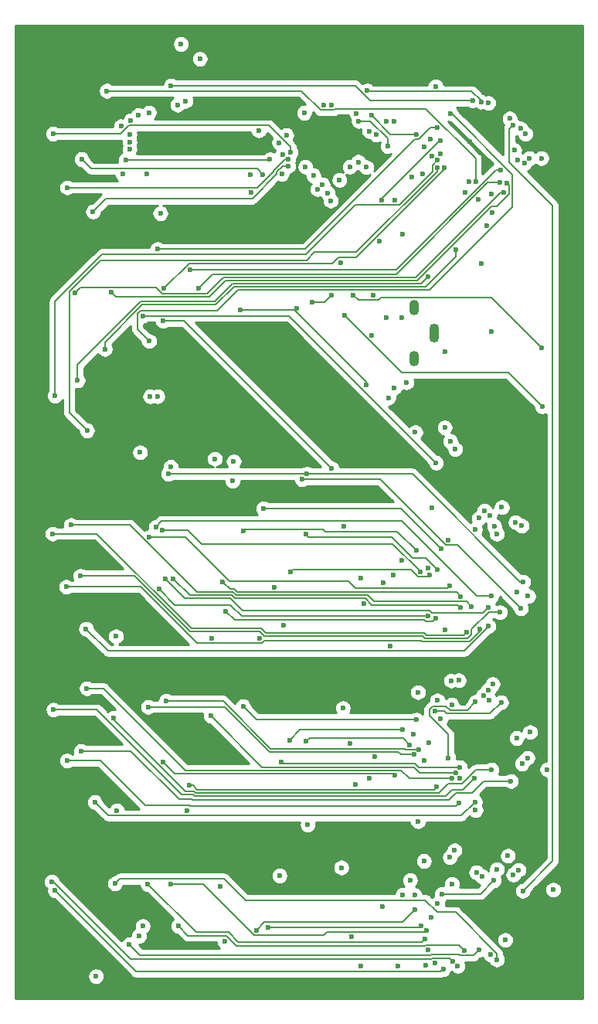
<source format=gbr>
%TF.GenerationSoftware,KiCad,Pcbnew,(5.1.8)-1*%
%TF.CreationDate,2021-07-31T20:08:39-05:00*%
%TF.ProjectId,DSKY_led_display,44534b59-5f6c-4656-945f-646973706c61,rev?*%
%TF.SameCoordinates,Original*%
%TF.FileFunction,Copper,L2,Inr*%
%TF.FilePolarity,Positive*%
%FSLAX46Y46*%
G04 Gerber Fmt 4.6, Leading zero omitted, Abs format (unit mm)*
G04 Created by KiCad (PCBNEW (5.1.8)-1) date 2021-07-31 20:08:39*
%MOMM*%
%LPD*%
G01*
G04 APERTURE LIST*
%TA.AperFunction,ComponentPad*%
%ADD10O,1.100000X2.100000*%
%TD*%
%TA.AperFunction,ComponentPad*%
%ADD11O,1.100000X1.700000*%
%TD*%
%TA.AperFunction,ViaPad*%
%ADD12C,0.600000*%
%TD*%
%TA.AperFunction,Conductor*%
%ADD13C,0.200000*%
%TD*%
%TA.AperFunction,Conductor*%
%ADD14C,0.254000*%
%TD*%
%TA.AperFunction,Conductor*%
%ADD15C,0.050800*%
%TD*%
G04 APERTURE END LIST*
D10*
%TO.N,N/C*%
%TO.C,J1*%
X80400000Y-67400000D03*
D11*
X78250000Y-64600000D03*
X78250000Y-70200000D03*
%TD*%
D12*
%TO.N,GND*%
X52100000Y-47000000D03*
X69800000Y-46400000D03*
X67700000Y-44700000D03*
X84300000Y-46400000D03*
X86300000Y-45100000D03*
X86500000Y-131700000D03*
X83400000Y-110400000D03*
X86600000Y-112600000D03*
%TO.N,+3V3*%
X72977000Y-73027800D03*
X65348000Y-64632300D03*
X59200000Y-64817400D03*
%TO.N,g0bus0*%
X80592900Y-40334300D03*
%TO.N,g0bus2*%
X74056300Y-45602800D03*
%TO.N,g1bus0*%
X83822000Y-51929100D03*
X54746200Y-37327500D03*
%TO.N,g1bus3*%
X85246400Y-52735900D03*
X52685500Y-35696400D03*
%TO.N,g0bus3*%
X73333500Y-45250100D03*
%TO.N,g1bus1*%
X84212100Y-50761000D03*
%TO.N,g1bus2*%
X84968700Y-50803000D03*
X44563200Y-40827100D03*
%TO.N,g0bus1*%
X76046800Y-44184700D03*
%TO.N,g0bus6*%
X72180500Y-44127600D03*
X75320300Y-46870300D03*
%TO.N,g0bus5*%
X73552400Y-43511300D03*
X78500700Y-45581800D03*
%TO.N,g0bus4*%
X75171900Y-44199100D03*
%TO.N,g0bus7*%
X71923900Y-43338600D03*
X76126500Y-52797500D03*
%TO.N,dbus0*%
X66188000Y-43241700D03*
%TO.N,dbus7*%
X63844200Y-47773100D03*
%TO.N,dbus5*%
X63449300Y-46501700D03*
%TO.N,dbus12*%
X66312500Y-49153500D03*
%TO.N,dbus1*%
X61212600Y-45170800D03*
%TO.N,dbus8*%
X64693900Y-47561500D03*
X38660700Y-45518200D03*
%TO.N,dbus6*%
X62429500Y-48335200D03*
X46632800Y-48418100D03*
%TO.N,dbus13*%
X41798800Y-48322800D03*
X61676900Y-50020700D03*
%TO.N,dbus2*%
X60275600Y-50040300D03*
%TO.N,dbus9*%
X64446100Y-48311900D03*
X40227100Y-51418400D03*
%TO.N,dbus4*%
X64235500Y-45687700D03*
%TO.N,dbus11*%
X63730400Y-49938800D03*
%TO.N,dbus3*%
X60360400Y-51997000D03*
%TO.N,dbus10*%
X64446100Y-49062300D03*
X43046600Y-54059900D03*
%TO.N,g2bus0*%
X85618900Y-59773000D03*
%TO.N,g2bus3*%
X86808600Y-54150900D03*
%TO.N,g3bus0*%
X87732900Y-49516700D03*
X53720500Y-60405600D03*
%TO.N,g3bus3*%
X88096100Y-51937100D03*
X41031300Y-62994900D03*
%TO.N,g2bus1*%
X86177500Y-55585900D03*
%TO.N,g2bus2*%
X86745400Y-52159100D03*
%TO.N,g3bus1*%
X87624000Y-50890700D03*
X54586900Y-62498100D03*
%TO.N,g3bus2*%
X45071300Y-62916400D03*
X88386700Y-50919700D03*
%TO.N,ebus0*%
X67203700Y-50086300D03*
X86742100Y-67222000D03*
%TO.N,ebus7*%
X75163600Y-65648200D03*
%TO.N,fbus0*%
X82257100Y-43307500D03*
X49199700Y-68250100D03*
%TO.N,fbus7*%
X80153800Y-47946800D03*
%TO.N,ebus5*%
X71580100Y-63206600D03*
X92190000Y-68940800D03*
%TO.N,ebus12*%
X74459100Y-57313100D03*
X81588500Y-69359400D03*
%TO.N,ebus1*%
X67641200Y-51606600D03*
X70160600Y-59653700D03*
%TO.N,ebus8*%
X73731700Y-63206600D03*
%TO.N,fbus5*%
X81085300Y-46275600D03*
X74649500Y-52793200D03*
%TO.N,fbus12*%
X44346200Y-69110100D03*
X82781700Y-58197800D03*
%TO.N,fbus1*%
X77944200Y-50253300D03*
%TO.N,fbus8*%
X81152900Y-47726500D03*
%TO.N,ebus6*%
X70047400Y-50592500D03*
X76048700Y-73367800D03*
%TO.N,ebus13*%
X76898700Y-65654300D03*
X77404800Y-72767000D03*
%TO.N,fbus6*%
X79198200Y-49956000D03*
%TO.N,fbus13*%
X41363000Y-72536300D03*
X79793400Y-61172700D03*
%TO.N,ebus2*%
X68202300Y-51088700D03*
X75414100Y-74436800D03*
%TO.N,ebus9*%
X71176400Y-49148400D03*
X73620000Y-67658900D03*
%TO.N,ebus4*%
X69090900Y-52858200D03*
X70637800Y-65454900D03*
X92257200Y-75396000D03*
%TO.N,ebus11*%
X72981500Y-49191400D03*
X81588300Y-77711500D03*
%TO.N,fbus2*%
X80771600Y-44824600D03*
X50109900Y-58160800D03*
X50109900Y-74297100D03*
%TO.N,fbus9*%
X80799500Y-48434500D03*
X38875600Y-74243500D03*
%TO.N,fbus4*%
X80040400Y-46145500D03*
X76973300Y-56501000D03*
%TO.N,fbus11*%
X81549400Y-49241300D03*
X50837100Y-62492900D03*
%TO.N,ebus3*%
X68761500Y-52027200D03*
X82739500Y-80079500D03*
%TO.N,ebus10*%
X72104800Y-48613400D03*
X78362300Y-78233000D03*
%TO.N,fbus3*%
X79315600Y-46977400D03*
%TO.N,fbus10*%
X80799100Y-49213400D03*
X42394900Y-78038100D03*
%TO.N,g4bus0*%
X80635000Y-81572500D03*
X48485000Y-65485400D03*
%TO.N,g4bus1*%
X69217900Y-82225500D03*
X50702400Y-66045200D03*
%TO.N,g4bus2*%
X48901100Y-49933800D03*
X51558000Y-82021600D03*
%TO.N,g4bus3*%
X50427000Y-54244800D03*
X49318100Y-74294800D03*
%TO.N,abus0*%
X87843600Y-86446900D03*
%TO.N,abus7*%
X80167900Y-86529400D03*
%TO.N,abus14*%
X81211600Y-91000200D03*
X61721300Y-86592400D03*
%TO.N,abus21*%
X78877400Y-93510100D03*
X50631400Y-88987900D03*
%TO.N,abus28*%
X84480900Y-97303100D03*
X40627700Y-88402000D03*
%TO.N,sabus0*%
X89575600Y-48419400D03*
X90042200Y-88477900D03*
%TO.N,abus5*%
X85355600Y-87633400D03*
%TO.N,abus1*%
X87296100Y-89359800D03*
%TO.N,abus12*%
X81924800Y-90039200D03*
%TO.N,abus19*%
X80779700Y-93310000D03*
X66375100Y-89417600D03*
%TO.N,abus8*%
X70538900Y-88551600D03*
%TO.N,abus15*%
X78473300Y-91191700D03*
X59483000Y-89010400D03*
%TO.N,abus26*%
X81583700Y-99878500D03*
%TO.N,abus33*%
X86690000Y-96179900D03*
X49937900Y-88581700D03*
%TO.N,abus22*%
X82127500Y-95068100D03*
X49227900Y-89742100D03*
%TO.N,abus29*%
X83985800Y-100142500D03*
X38620300Y-89342900D03*
%TO.N,abus6*%
X84909900Y-88860000D03*
X79781800Y-93110500D03*
%TO.N,sabus1*%
X89217500Y-47322800D03*
X89341700Y-88097200D03*
%TO.N,abus13*%
X76903700Y-92265900D03*
%TO.N,abus20*%
X79961800Y-93862200D03*
X64670100Y-93548900D03*
%TO.N,abus27*%
X83311100Y-97450600D03*
X51832400Y-94270000D03*
%TO.N,abus34*%
X87629700Y-97952700D03*
X41666900Y-93965500D03*
%TO.N,abus2*%
X87021000Y-88518800D03*
%TO.N,abus4*%
X85939400Y-86803700D03*
%TO.N,abus9*%
X72404900Y-94248200D03*
%TO.N,abus16*%
X62929000Y-95180700D03*
%TO.N,abus11*%
X75971200Y-93842300D03*
%TO.N,abus18*%
X72707700Y-97033300D03*
%TO.N,abus23*%
X79735700Y-98332400D03*
X50299600Y-95409000D03*
%TO.N,abus30*%
X85393800Y-99764500D03*
X40107400Y-95164700D03*
%TO.N,abus25*%
X83336400Y-96205700D03*
X57271300Y-94598400D03*
%TO.N,abus32*%
X86363100Y-97391500D03*
X50935900Y-94274400D03*
%TO.N,abus3*%
X86510600Y-87339500D03*
%TO.N,sabus2*%
X90328100Y-48743000D03*
X90721600Y-96185800D03*
%TO.N,abus10*%
X74858100Y-94697500D03*
%TO.N,abus17*%
X63905100Y-99410600D03*
%TO.N,abus24*%
X80620200Y-98595100D03*
X57610300Y-97818400D03*
%TO.N,abus31*%
X86383200Y-99487500D03*
X42293300Y-99770900D03*
%TO.N,g5bus0*%
X49167200Y-43209200D03*
X75594300Y-101647600D03*
%TO.N,g5bus1*%
X48000000Y-43500000D03*
X61290900Y-100802700D03*
%TO.N,g5bus2*%
X47200000Y-44049500D03*
X56046000Y-100796700D03*
%TO.N,g5bus3*%
X46111800Y-44714200D03*
X45554600Y-100583400D03*
%TO.N,bbus0*%
X82301800Y-105440600D03*
%TO.N,sbbus0*%
X90878500Y-48222700D03*
X90939000Y-111080200D03*
%TO.N,bbus7*%
X83119100Y-105409800D03*
%TO.N,bbus14*%
X78663900Y-106710600D03*
%TO.N,bbus21*%
X78768800Y-112979200D03*
X51080200Y-107644100D03*
%TO.N,bbus28*%
X82369700Y-116161700D03*
X42372900Y-106283400D03*
%TO.N,bbus5*%
X86831400Y-105819300D03*
%TO.N,bbus1*%
X87774000Y-107817800D03*
X80503700Y-108783800D03*
%TO.N,bbus12*%
X80782100Y-107611200D03*
%TO.N,bbus19*%
X79862100Y-112211500D03*
%TO.N,bbus8*%
X70427700Y-108448100D03*
%TO.N,bbus15*%
X78486400Y-109714500D03*
X59497300Y-108263400D03*
%TO.N,bbus26*%
X82787600Y-115512600D03*
X55945500Y-109289000D03*
%TO.N,bbus33*%
X86732000Y-115210100D03*
X45312400Y-109527000D03*
%TO.N,bbus22*%
X78244200Y-113545900D03*
X49086500Y-108314400D03*
%TO.N,bbus29*%
X84801600Y-116161300D03*
X38710500Y-108619400D03*
%TO.N,sbbus1*%
X92172100Y-48199600D03*
X90656700Y-113908600D03*
%TO.N,bbus6*%
X84963000Y-107793500D03*
X81961300Y-113909900D03*
%TO.N,bbus13*%
X81129200Y-109593500D03*
%TO.N,bbus20*%
X77750900Y-112453700D03*
X66384100Y-112112400D03*
%TO.N,bbus27*%
X83199800Y-116161700D03*
%TO.N,bbus34*%
X88851400Y-116444000D03*
X41712500Y-113160600D03*
%TO.N,bbus2*%
X86358400Y-106444100D03*
X79369800Y-114207400D03*
%TO.N,bbus4*%
X85861100Y-107033700D03*
%TO.N,bbus9*%
X71213700Y-112302200D03*
%TO.N,bbus16*%
X76951200Y-110836800D03*
X64586100Y-111947300D03*
%TO.N,bbus11*%
X82349900Y-108095400D03*
%TO.N,bbus18*%
X73892600Y-113796900D03*
%TO.N,bbus23*%
X76091400Y-115823700D03*
X50758600Y-114359600D03*
%TO.N,bbus30*%
X83116500Y-118880800D03*
X40196900Y-114207400D03*
%TO.N,bbus25*%
X83254600Y-114918200D03*
X63674300Y-114337900D03*
%TO.N,bbus32*%
X84964200Y-119604600D03*
%TO.N,sbbus2*%
X90429200Y-45531600D03*
X92835900Y-115174300D03*
%TO.N,bbus3*%
X86465000Y-107559300D03*
%TO.N,bbus10*%
X73302400Y-116162500D03*
%TO.N,bbus17*%
X78169700Y-111337100D03*
X71761500Y-116822800D03*
%TO.N,bbus24*%
X80696600Y-117095000D03*
X53585900Y-116924600D03*
%TO.N,bbus31*%
X84897400Y-118722500D03*
X43236200Y-118748300D03*
%TO.N,g6bus0*%
X47064800Y-45619200D03*
X78666700Y-120853000D03*
%TO.N,g6bus1*%
X47060600Y-46459900D03*
X66566300Y-121214400D03*
%TO.N,g6bus2*%
X47052100Y-47210300D03*
X53333100Y-119675000D03*
%TO.N,g6bus3*%
X46282400Y-49931500D03*
X45673700Y-119657000D03*
%TO.N,scbus0*%
X89902200Y-44971000D03*
X89664900Y-126174600D03*
%TO.N,cbus0*%
X88511400Y-124628300D03*
%TO.N,cbus7*%
X79313700Y-125202900D03*
%TO.N,cbus14*%
X78285500Y-128933600D03*
X63489200Y-126800300D03*
%TO.N,cbus21*%
X79553900Y-132822800D03*
X51549500Y-127732600D03*
%TO.N,cbus28*%
X81426700Y-137047400D03*
X38890800Y-128452200D03*
%TO.N,cbus5*%
X85052600Y-126447900D03*
%TO.N,cbus1*%
X82663200Y-124046300D03*
%TO.N,cbus12*%
X77792500Y-127310200D03*
%TO.N,cbus19*%
X76980000Y-128898600D03*
%TO.N,scbus1*%
X89066300Y-44588800D03*
X90150700Y-128458200D03*
%TO.N,cbus8*%
X70259600Y-125915000D03*
%TO.N,cbus15*%
X80800800Y-129882500D03*
%TO.N,cbus26*%
X56971200Y-127984200D03*
%TO.N,cbus33*%
X87300900Y-135989500D03*
X45442000Y-127683800D03*
%TO.N,cbus22*%
X79408700Y-133717300D03*
X49047500Y-127732600D03*
%TO.N,cbus29*%
X82436900Y-136185700D03*
X38521300Y-127466400D03*
%TO.N,cbus6*%
X82151000Y-124779800D03*
%TO.N,cbus13*%
X74748100Y-130217000D03*
%TO.N,cbus20*%
X79012200Y-132272400D03*
X62249100Y-132511300D03*
%TO.N,cbus27*%
X83733300Y-134983500D03*
X52380200Y-132324000D03*
%TO.N,cbus34*%
X88219900Y-133848200D03*
X48497600Y-132320400D03*
%TO.N,cbus2*%
X86992600Y-127314700D03*
X81288100Y-128813000D03*
%TO.N,scbus2*%
X88698800Y-43862600D03*
X89114600Y-126704400D03*
%TO.N,cbus4*%
X85689800Y-126882200D03*
%TO.N,cbus9*%
X71404000Y-133522000D03*
%TO.N,cbus16*%
X78279900Y-130556400D03*
X60935600Y-132791000D03*
%TO.N,cbus11*%
X82378700Y-127711500D03*
%TO.N,cbus18*%
X80140200Y-131371800D03*
%TO.N,cbus23*%
X79778700Y-134958900D03*
%TO.N,cbus30*%
X85355000Y-134934500D03*
X47030200Y-134348100D03*
%TO.N,cbus25*%
X80516000Y-136401400D03*
X57466400Y-134038300D03*
%TO.N,cbus32*%
X86637900Y-135475400D03*
X48087600Y-133408400D03*
%TO.N,cbus3*%
X87313200Y-126101900D03*
%TO.N,cbus10*%
X72393100Y-136749300D03*
%TO.N,cbus17*%
X76429700Y-136750800D03*
%TO.N,cbus24*%
X79511600Y-136631200D03*
%TO.N,cbus31*%
X83009200Y-136686600D03*
X43376600Y-137824600D03*
%TO.N,Net-(C8-Pad1)*%
X69163600Y-63206600D03*
X67064100Y-63991300D03*
%TO.N,/SCL0*%
X65930800Y-83362700D03*
X68312700Y-42364000D03*
X89953800Y-97545100D03*
%TO.N,/SDA0*%
X69151600Y-42357200D03*
X66500400Y-82791100D03*
X89467100Y-111731000D03*
X93473100Y-128341100D03*
X90171200Y-94597900D03*
X51286100Y-82791100D03*
%TO.N,/SCL1*%
X56388100Y-81136100D03*
X84694600Y-41884500D03*
X51602000Y-40237700D03*
%TO.N,/SDA1*%
X85565000Y-42011600D03*
X73110600Y-40804100D03*
X52312700Y-42361900D03*
X58339700Y-83536400D03*
%TO.N,VCC*%
X48203000Y-80438400D03*
X86354500Y-42153900D03*
X82205300Y-79222800D03*
X53175000Y-41938200D03*
X90052400Y-114524400D03*
X89489000Y-95707200D03*
X58463400Y-81438300D03*
%TD*%
D13*
%TO.N,+3V3*%
X65116400Y-64863900D02*
X72977000Y-72724500D01*
X72977000Y-72724500D02*
X72977000Y-73027800D01*
X65116400Y-64863900D02*
X65348000Y-64632300D01*
X59200000Y-64817400D02*
X65069900Y-64817400D01*
X65069900Y-64817400D02*
X65116400Y-64863900D01*
%TO.N,g1bus2*%
X84968700Y-50803000D02*
X84968700Y-48228300D01*
X84968700Y-48228300D02*
X79523800Y-42783400D01*
X79523800Y-42783400D02*
X69621000Y-42783400D01*
X69621000Y-42783400D02*
X69464300Y-42940100D01*
X69464300Y-42940100D02*
X67951000Y-42940100D01*
X67951000Y-42940100D02*
X65838000Y-40827100D01*
X65838000Y-40827100D02*
X44563200Y-40827100D01*
%TO.N,g0bus6*%
X72180500Y-44127600D02*
X72180500Y-44127700D01*
X72180500Y-44127700D02*
X73403000Y-44127700D01*
X73403000Y-44127700D02*
X75320200Y-46044900D01*
X75320200Y-46044900D02*
X75320200Y-46870300D01*
X75320200Y-46870300D02*
X75320300Y-46870300D01*
%TO.N,g0bus5*%
X78500700Y-45581800D02*
X75622900Y-45581800D01*
X75622900Y-45581800D02*
X73552400Y-43511300D01*
%TO.N,dbus8*%
X64693900Y-47561500D02*
X64693900Y-46968000D01*
X64693900Y-46968000D02*
X62346400Y-44620500D01*
X62346400Y-44620500D02*
X46983800Y-44620500D01*
X46983800Y-44620500D02*
X46086100Y-45518200D01*
X46086100Y-45518200D02*
X38660700Y-45518200D01*
%TO.N,dbus6*%
X46632800Y-48418100D02*
X62346600Y-48418100D01*
X62346600Y-48418100D02*
X62429500Y-48335200D01*
%TO.N,dbus13*%
X41798800Y-48322800D02*
X42838700Y-49362700D01*
X42838700Y-49362700D02*
X61018900Y-49362700D01*
X61018900Y-49362700D02*
X61676900Y-50020700D01*
%TO.N,dbus9*%
X64446100Y-48311900D02*
X64083700Y-48311900D01*
X64083700Y-48311900D02*
X62829800Y-49565800D01*
X62829800Y-49565800D02*
X62829800Y-49665300D01*
X62829800Y-49665300D02*
X61076700Y-51418400D01*
X61076700Y-51418400D02*
X40227100Y-51418400D01*
%TO.N,dbus10*%
X64446100Y-49062300D02*
X63828700Y-49062300D01*
X63828700Y-49062300D02*
X63180100Y-49710900D01*
X63180100Y-49710900D02*
X63180100Y-49955600D01*
X63180100Y-49955600D02*
X60505200Y-52630500D01*
X60505200Y-52630500D02*
X44476000Y-52630500D01*
X44476000Y-52630500D02*
X43046600Y-54059900D01*
%TO.N,g3bus0*%
X87732900Y-49516700D02*
X87732900Y-49516800D01*
X87732900Y-49516800D02*
X87173600Y-49516800D01*
X87173600Y-49516800D02*
X76284800Y-60405600D01*
X76284800Y-60405600D02*
X53720500Y-60405600D01*
%TO.N,g3bus3*%
X41031300Y-62994900D02*
X41660200Y-62366000D01*
X41660200Y-62366000D02*
X49932000Y-62366000D01*
X49932000Y-62366000D02*
X50636900Y-63070900D01*
X50636900Y-63070900D02*
X55542600Y-63070900D01*
X55542600Y-63070900D02*
X57358500Y-61255000D01*
X57358500Y-61255000D02*
X78430600Y-61255000D01*
X78430600Y-61255000D02*
X87748500Y-51937100D01*
X87748500Y-51937100D02*
X88096100Y-51937100D01*
%TO.N,g3bus1*%
X87624000Y-50890700D02*
X86295100Y-50890700D01*
X86295100Y-50890700D02*
X76281200Y-60904600D01*
X76281200Y-60904600D02*
X56180400Y-60904600D01*
X56180400Y-60904600D02*
X54586900Y-62498100D01*
%TO.N,g3bus2*%
X45071300Y-62916400D02*
X45576100Y-63421200D01*
X45576100Y-63421200D02*
X55787600Y-63421200D01*
X55787600Y-63421200D02*
X57603500Y-61605300D01*
X57603500Y-61605300D02*
X78575700Y-61605300D01*
X78575700Y-61605300D02*
X86675500Y-53505500D01*
X86675500Y-53505500D02*
X87306000Y-53505500D01*
X87306000Y-53505500D02*
X88646400Y-52165100D01*
X88646400Y-52165100D02*
X88646400Y-51179400D01*
X88646400Y-51179400D02*
X88386700Y-50919700D01*
%TO.N,fbus0*%
X49199700Y-68250100D02*
X47905200Y-66955600D01*
X47905200Y-66955600D02*
X47905200Y-65287000D01*
X47905200Y-65287000D02*
X48257100Y-64935100D01*
X48257100Y-64935100D02*
X56671900Y-64935100D01*
X56671900Y-64935100D02*
X58950800Y-62656200D01*
X58950800Y-62656200D02*
X79968200Y-62656200D01*
X79968200Y-62656200D02*
X89027200Y-53597200D01*
X89027200Y-53597200D02*
X89027200Y-49978900D01*
X89027200Y-49978900D02*
X82355800Y-43307500D01*
X82355800Y-43307500D02*
X82257100Y-43307500D01*
%TO.N,ebus5*%
X71580100Y-63206600D02*
X72130400Y-63756900D01*
X72130400Y-63756900D02*
X74310000Y-63756900D01*
X74310000Y-63756900D02*
X74590800Y-63476100D01*
X74590800Y-63476100D02*
X86725300Y-63476100D01*
X86725300Y-63476100D02*
X92190000Y-68940800D01*
%TO.N,fbus5*%
X74649500Y-52793200D02*
X74649500Y-52619700D01*
X74649500Y-52619700D02*
X80993600Y-46275600D01*
X80993600Y-46275600D02*
X81085300Y-46275600D01*
%TO.N,fbus12*%
X44346200Y-69110100D02*
X44346200Y-68350600D01*
X44346200Y-68350600D02*
X48427700Y-64269100D01*
X48427700Y-64269100D02*
X56510900Y-64269100D01*
X56510900Y-64269100D02*
X58474100Y-62305900D01*
X58474100Y-62305900D02*
X79469500Y-62305900D01*
X79469500Y-62305900D02*
X82781700Y-58993700D01*
X82781700Y-58993700D02*
X82781700Y-58197800D01*
%TO.N,fbus13*%
X41363000Y-72536300D02*
X41363000Y-70838400D01*
X41363000Y-70838400D02*
X48282600Y-63918800D01*
X48282600Y-63918800D02*
X56365800Y-63918800D01*
X56365800Y-63918800D02*
X58329000Y-61955600D01*
X58329000Y-61955600D02*
X79010500Y-61955600D01*
X79010500Y-61955600D02*
X79793400Y-61172700D01*
%TO.N,ebus4*%
X92257200Y-75396000D02*
X88540000Y-71678800D01*
X88540000Y-71678800D02*
X76861700Y-71678800D01*
X76861700Y-71678800D02*
X70637800Y-65454900D01*
%TO.N,fbus2*%
X50109900Y-58160800D02*
X66299400Y-58160800D01*
X66299400Y-58160800D02*
X78328100Y-46132100D01*
X78328100Y-46132100D02*
X78728600Y-46132100D01*
X78728600Y-46132100D02*
X80036100Y-44824600D01*
X80036100Y-44824600D02*
X80771600Y-44824600D01*
%TO.N,fbus9*%
X38875600Y-74243500D02*
X38875600Y-63869800D01*
X38875600Y-63869800D02*
X44034100Y-58711300D01*
X44034100Y-58711300D02*
X66415300Y-58711300D01*
X66415300Y-58711300D02*
X71778800Y-53347800D01*
X71778800Y-53347800D02*
X76594200Y-53347800D01*
X76594200Y-53347800D02*
X80248700Y-49693300D01*
X80248700Y-49693300D02*
X80248700Y-48985300D01*
X80248700Y-48985300D02*
X80799500Y-48434500D01*
%TO.N,fbus11*%
X50837100Y-62492900D02*
X53589500Y-59740500D01*
X53589500Y-59740500D02*
X69260000Y-59740500D01*
X69260000Y-59740500D02*
X69897100Y-59103400D01*
X69897100Y-59103400D02*
X71861300Y-59103400D01*
X71861300Y-59103400D02*
X81549400Y-49415300D01*
X81549400Y-49415300D02*
X81549400Y-49241300D01*
%TO.N,fbus10*%
X42394900Y-78038100D02*
X40456800Y-76100000D01*
X40456800Y-76100000D02*
X40456800Y-62784100D01*
X40456800Y-62784100D02*
X43850800Y-59390100D01*
X43850800Y-59390100D02*
X66462300Y-59390100D01*
X66462300Y-59390100D02*
X67338100Y-58514300D01*
X67338100Y-58514300D02*
X71923100Y-58514300D01*
X71923100Y-58514300D02*
X80799100Y-49638300D01*
X80799100Y-49638300D02*
X80799100Y-49213400D01*
%TO.N,g4bus0*%
X80635000Y-81572500D02*
X64547900Y-65485400D01*
X64547900Y-65485400D02*
X48485000Y-65485400D01*
%TO.N,g4bus1*%
X69217900Y-82225500D02*
X53037600Y-66045200D01*
X53037600Y-66045200D02*
X50702400Y-66045200D01*
%TO.N,abus14*%
X81211600Y-91000200D02*
X76803800Y-86592400D01*
X76803800Y-86592400D02*
X61721300Y-86592400D01*
%TO.N,abus21*%
X78877400Y-93510100D02*
X78877400Y-93461300D01*
X78877400Y-93461300D02*
X75896000Y-90479900D01*
X75896000Y-90479900D02*
X54945800Y-90479900D01*
X54945800Y-90479900D02*
X53453800Y-88987900D01*
X53453800Y-88987900D02*
X50631400Y-88987900D01*
%TO.N,abus28*%
X84480900Y-97303100D02*
X83955500Y-96777700D01*
X83955500Y-96777700D02*
X73831200Y-96777700D01*
X73831200Y-96777700D02*
X73134900Y-96081400D01*
X73134900Y-96081400D02*
X58727000Y-96081400D01*
X58727000Y-96081400D02*
X58376700Y-95731100D01*
X58376700Y-95731100D02*
X54427000Y-95731100D01*
X54427000Y-95731100D02*
X47097900Y-88402000D01*
X47097900Y-88402000D02*
X40627700Y-88402000D01*
%TO.N,abus19*%
X66375100Y-89417600D02*
X66675200Y-89717700D01*
X66675200Y-89717700D02*
X75800000Y-89717700D01*
X75800000Y-89717700D02*
X78106000Y-92023700D01*
X78106000Y-92023700D02*
X79493400Y-92023700D01*
X79493400Y-92023700D02*
X80779700Y-93310000D01*
%TO.N,abus15*%
X59483000Y-89010400D02*
X59650300Y-88843100D01*
X59650300Y-88843100D02*
X68234700Y-88843100D01*
X68234700Y-88843100D02*
X68516400Y-89124800D01*
X68516400Y-89124800D02*
X76406400Y-89124800D01*
X76406400Y-89124800D02*
X78473300Y-91191700D01*
%TO.N,abus33*%
X86690000Y-96179900D02*
X85115700Y-96179900D01*
X85115700Y-96179900D02*
X76907100Y-87971300D01*
X76907100Y-87971300D02*
X50548300Y-87971300D01*
X50548300Y-87971300D02*
X49937900Y-88581700D01*
%TO.N,abus22*%
X49227900Y-89742100D02*
X53193500Y-89742100D01*
X53193500Y-89742100D02*
X57977300Y-94525900D01*
X57977300Y-94525900D02*
X71010600Y-94525900D01*
X71010600Y-94525900D02*
X71787300Y-95302600D01*
X71787300Y-95302600D02*
X81893000Y-95302600D01*
X81893000Y-95302600D02*
X82127500Y-95068100D01*
%TO.N,abus29*%
X38620300Y-89342900D02*
X43455300Y-89342900D01*
X43455300Y-89342900D02*
X53831600Y-99719200D01*
X53831600Y-99719200D02*
X61481100Y-99719200D01*
X61481100Y-99719200D02*
X61948400Y-100186500D01*
X61948400Y-100186500D02*
X79313100Y-100186500D01*
X79313100Y-100186500D02*
X79578900Y-100452300D01*
X79578900Y-100452300D02*
X83676000Y-100452300D01*
X83676000Y-100452300D02*
X83985800Y-100142500D01*
%TO.N,abus20*%
X64670100Y-93548900D02*
X64927000Y-93292000D01*
X64927000Y-93292000D02*
X77881100Y-93292000D01*
X77881100Y-93292000D02*
X78649500Y-94060400D01*
X78649500Y-94060400D02*
X79763600Y-94060400D01*
X79763600Y-94060400D02*
X79961800Y-93862200D01*
%TO.N,abus27*%
X83311100Y-97450600D02*
X82988500Y-97128000D01*
X82988500Y-97128000D02*
X73615600Y-97128000D01*
X73615600Y-97128000D02*
X72919300Y-96431700D01*
X72919300Y-96431700D02*
X58581900Y-96431700D01*
X58581900Y-96431700D02*
X58231600Y-96081400D01*
X58231600Y-96081400D02*
X53643800Y-96081400D01*
X53643800Y-96081400D02*
X51832400Y-94270000D01*
%TO.N,abus34*%
X41666900Y-93965500D02*
X47582500Y-93965500D01*
X47582500Y-93965500D02*
X53686600Y-100069600D01*
X53686600Y-100069600D02*
X61336100Y-100069600D01*
X61336100Y-100069600D02*
X61803300Y-100536800D01*
X61803300Y-100536800D02*
X79168000Y-100536800D01*
X79168000Y-100536800D02*
X79433800Y-100802600D01*
X79433800Y-100802600D02*
X84111900Y-100802600D01*
X84111900Y-100802600D02*
X84536200Y-100378300D01*
X84536200Y-100378300D02*
X84536200Y-99830700D01*
X84536200Y-99830700D02*
X86414200Y-97952700D01*
X86414200Y-97952700D02*
X87629700Y-97952700D01*
%TO.N,abus23*%
X50299600Y-95409000D02*
X52023000Y-97132400D01*
X52023000Y-97132400D02*
X58116500Y-97132400D01*
X58116500Y-97132400D02*
X59316500Y-98332400D01*
X59316500Y-98332400D02*
X79735700Y-98332400D01*
%TO.N,abus30*%
X40107400Y-95164700D02*
X48286300Y-95164700D01*
X48286300Y-95164700D02*
X54474600Y-101353000D01*
X54474600Y-101353000D02*
X61518900Y-101353000D01*
X61518900Y-101353000D02*
X61803300Y-101068600D01*
X61803300Y-101068600D02*
X78975700Y-101068600D01*
X78975700Y-101068600D02*
X79066600Y-101159500D01*
X79066600Y-101159500D02*
X84294700Y-101159500D01*
X84294700Y-101159500D02*
X85393800Y-100060400D01*
X85393800Y-100060400D02*
X85393800Y-99764500D01*
%TO.N,abus25*%
X83336400Y-96205700D02*
X82861800Y-95731100D01*
X82861800Y-95731100D02*
X58872100Y-95731100D01*
X58872100Y-95731100D02*
X58521800Y-95380800D01*
X58521800Y-95380800D02*
X58053700Y-95380800D01*
X58053700Y-95380800D02*
X57271300Y-94598400D01*
%TO.N,abus32*%
X86363100Y-97391500D02*
X85743900Y-98010700D01*
X85743900Y-98010700D02*
X80192300Y-98010700D01*
X80192300Y-98010700D02*
X79937600Y-97756000D01*
X79937600Y-97756000D02*
X59410800Y-97756000D01*
X59410800Y-97756000D02*
X58086500Y-96431700D01*
X58086500Y-96431700D02*
X53093200Y-96431700D01*
X53093200Y-96431700D02*
X50935900Y-94274400D01*
%TO.N,abus24*%
X57610300Y-97818400D02*
X58579000Y-98787100D01*
X58579000Y-98787100D02*
X79346800Y-98787100D01*
X79346800Y-98787100D02*
X79506500Y-98946800D01*
X79506500Y-98946800D02*
X80268500Y-98946800D01*
X80268500Y-98946800D02*
X80620200Y-98595100D01*
%TO.N,abus31*%
X42293300Y-99770900D02*
X44720300Y-102197900D01*
X44720300Y-102197900D02*
X83751800Y-102197900D01*
X83751800Y-102197900D02*
X86383200Y-99566500D01*
X86383200Y-99566500D02*
X86383200Y-99487500D01*
%TO.N,bbus21*%
X51080200Y-107644100D02*
X57288400Y-107644100D01*
X57288400Y-107644100D02*
X62529100Y-112884800D01*
X62529100Y-112884800D02*
X77196700Y-112884800D01*
X77196700Y-112884800D02*
X77315900Y-113004000D01*
X77315900Y-113004000D02*
X77978900Y-113004000D01*
X77978900Y-113004000D02*
X78003700Y-112979200D01*
X78003700Y-112979200D02*
X78768800Y-112979200D01*
%TO.N,bbus28*%
X82369700Y-116161700D02*
X77722500Y-116161700D01*
X77722500Y-116161700D02*
X76822600Y-115261800D01*
X76822600Y-115261800D02*
X53147700Y-115261800D01*
X53147700Y-115261800D02*
X44169300Y-106283400D01*
X44169300Y-106283400D02*
X42372900Y-106283400D01*
%TO.N,bbus1*%
X80503700Y-108783800D02*
X81555500Y-108783800D01*
X81555500Y-108783800D02*
X81831100Y-109059400D01*
X81831100Y-109059400D02*
X86532400Y-109059400D01*
X86532400Y-109059400D02*
X87774000Y-107817800D01*
%TO.N,bbus15*%
X78486400Y-109714500D02*
X60948400Y-109714500D01*
X60948400Y-109714500D02*
X59497300Y-108263400D01*
%TO.N,bbus26*%
X55945500Y-109289000D02*
X61568000Y-114911500D01*
X61568000Y-114911500D02*
X78215700Y-114911500D01*
X78215700Y-114911500D02*
X78816800Y-115512600D01*
X78816800Y-115512600D02*
X82787600Y-115512600D01*
%TO.N,bbus33*%
X86732000Y-115210100D02*
X84968300Y-115210100D01*
X84968300Y-115210100D02*
X83466300Y-116712100D01*
X83466300Y-116712100D02*
X81927500Y-116712100D01*
X81927500Y-116712100D02*
X80916200Y-117723400D01*
X80916200Y-117723400D02*
X54316600Y-117723400D01*
X54316600Y-117723400D02*
X54141400Y-117548200D01*
X54141400Y-117548200D02*
X53168700Y-117548200D01*
X53168700Y-117548200D02*
X45312500Y-109692000D01*
X45312500Y-109692000D02*
X45312500Y-109527000D01*
X45312500Y-109527000D02*
X45312400Y-109527000D01*
%TO.N,bbus22*%
X49086500Y-108314400D02*
X57463300Y-108314400D01*
X57463300Y-108314400D02*
X62384000Y-113235100D01*
X62384000Y-113235100D02*
X76496500Y-113235100D01*
X76496500Y-113235100D02*
X76807300Y-113545900D01*
X76807300Y-113545900D02*
X78244200Y-113545900D01*
%TO.N,bbus29*%
X84801600Y-116161300D02*
X83550300Y-117412600D01*
X83550300Y-117412600D02*
X82376300Y-117412600D01*
X82376300Y-117412600D02*
X81693300Y-118095600D01*
X81693300Y-118095600D02*
X54193300Y-118095600D01*
X54193300Y-118095600D02*
X53996200Y-117898500D01*
X53996200Y-117898500D02*
X52730100Y-117898500D01*
X52730100Y-117898500D02*
X43451000Y-108619400D01*
X43451000Y-108619400D02*
X38710500Y-108619400D01*
%TO.N,bbus6*%
X84963000Y-107793500D02*
X84055800Y-108700700D01*
X84055800Y-108700700D02*
X82176900Y-108700700D01*
X82176900Y-108700700D02*
X81704500Y-108228300D01*
X81704500Y-108228300D02*
X80281000Y-108228300D01*
X80281000Y-108228300D02*
X79931300Y-108578000D01*
X79931300Y-108578000D02*
X79931300Y-109277200D01*
X79931300Y-109277200D02*
X81961300Y-111307200D01*
X81961300Y-111307200D02*
X81961300Y-113909900D01*
%TO.N,bbus20*%
X66384100Y-112112400D02*
X66774800Y-111721700D01*
X66774800Y-111721700D02*
X77018900Y-111721700D01*
X77018900Y-111721700D02*
X77750900Y-112453700D01*
%TO.N,bbus34*%
X41712500Y-113160600D02*
X47203200Y-113160600D01*
X47203200Y-113160600D02*
X52466600Y-118424000D01*
X52466600Y-118424000D02*
X53851300Y-118424000D01*
X53851300Y-118424000D02*
X53938900Y-118511600D01*
X53938900Y-118511600D02*
X82020200Y-118511600D01*
X82020200Y-118511600D02*
X82768800Y-117763000D01*
X82768800Y-117763000D02*
X84577500Y-117763000D01*
X84577500Y-117763000D02*
X85896500Y-116444000D01*
X85896500Y-116444000D02*
X88851400Y-116444000D01*
%TO.N,bbus16*%
X76951200Y-110836800D02*
X65696600Y-110836800D01*
X65696600Y-110836800D02*
X64586100Y-111947300D01*
%TO.N,bbus23*%
X76091400Y-115823700D02*
X75879800Y-115612100D01*
X75879800Y-115612100D02*
X52011100Y-115612100D01*
X52011100Y-115612100D02*
X50758600Y-114359600D01*
%TO.N,bbus30*%
X40196900Y-114207400D02*
X43864700Y-114207400D01*
X43864700Y-114207400D02*
X48781900Y-119124600D01*
X48781900Y-119124600D02*
X53561100Y-119124600D01*
X53561100Y-119124600D02*
X53648700Y-119212200D01*
X53648700Y-119212200D02*
X82785100Y-119212200D01*
X82785100Y-119212200D02*
X83116500Y-118880800D01*
%TO.N,bbus25*%
X63674300Y-114337900D02*
X63897600Y-114561200D01*
X63897600Y-114561200D02*
X78360800Y-114561200D01*
X78360800Y-114561200D02*
X78717800Y-114918200D01*
X78717800Y-114918200D02*
X83254600Y-114918200D01*
%TO.N,bbus24*%
X80696600Y-117095000D02*
X80418500Y-117373100D01*
X80418500Y-117373100D02*
X54461700Y-117373100D01*
X54461700Y-117373100D02*
X54013200Y-116924600D01*
X54013200Y-116924600D02*
X53585900Y-116924600D01*
%TO.N,bbus31*%
X43236200Y-118748300D02*
X44713200Y-120225300D01*
X44713200Y-120225300D02*
X83394600Y-120225300D01*
X83394600Y-120225300D02*
X84897400Y-118722500D01*
%TO.N,cbus21*%
X51549500Y-127732600D02*
X55099000Y-127732600D01*
X55099000Y-127732600D02*
X60707700Y-133341300D01*
X60707700Y-133341300D02*
X68311000Y-133341300D01*
X68311000Y-133341300D02*
X68688600Y-132963700D01*
X68688600Y-132963700D02*
X79413000Y-132963700D01*
X79413000Y-132963700D02*
X79553900Y-132822800D01*
%TO.N,cbus28*%
X38890800Y-128452200D02*
X47763300Y-137324700D01*
X47763300Y-137324700D02*
X81149400Y-137324700D01*
X81149400Y-137324700D02*
X81426700Y-137047400D01*
%TO.N,scbus1*%
X90150700Y-128458200D02*
X93407200Y-125201700D01*
X93407200Y-125201700D02*
X93407200Y-53377000D01*
X93407200Y-53377000D02*
X88667200Y-48637000D01*
X88667200Y-48637000D02*
X88667200Y-44987900D01*
X88667200Y-44987900D02*
X89066300Y-44588800D01*
%TO.N,cbus33*%
X87300900Y-135989500D02*
X87300900Y-135339500D01*
X87300900Y-135339500D02*
X82782500Y-130821100D01*
X82782500Y-130821100D02*
X80794800Y-130821100D01*
X80794800Y-130821100D02*
X79457700Y-129484000D01*
X79457700Y-129484000D02*
X59749200Y-129484000D01*
X59749200Y-129484000D02*
X57414300Y-127149100D01*
X57414300Y-127149100D02*
X45976700Y-127149100D01*
X45976700Y-127149100D02*
X45442000Y-127683800D01*
%TO.N,cbus22*%
X79408700Y-133717300D02*
X79053700Y-134072300D01*
X79053700Y-134072300D02*
X58954900Y-134072300D01*
X58954900Y-134072300D02*
X57899300Y-133016700D01*
X57899300Y-133016700D02*
X54331600Y-133016700D01*
X54331600Y-133016700D02*
X49047500Y-127732600D01*
%TO.N,cbus29*%
X38521300Y-127466400D02*
X38683300Y-127466400D01*
X38683300Y-127466400D02*
X47122800Y-135905900D01*
X47122800Y-135905900D02*
X80127000Y-135905900D01*
X80127000Y-135905900D02*
X80182000Y-135850900D01*
X80182000Y-135850900D02*
X82102100Y-135850900D01*
X82102100Y-135850900D02*
X82436900Y-136185700D01*
%TO.N,cbus20*%
X62249100Y-132511300D02*
X78773300Y-132511300D01*
X78773300Y-132511300D02*
X79012200Y-132272400D01*
%TO.N,cbus27*%
X83733300Y-134983500D02*
X83158300Y-134408500D01*
X83158300Y-134408500D02*
X79495900Y-134408500D01*
X79495900Y-134408500D02*
X79402000Y-134502400D01*
X79402000Y-134502400D02*
X58765800Y-134502400D01*
X58765800Y-134502400D02*
X57630400Y-133367000D01*
X57630400Y-133367000D02*
X53423200Y-133367000D01*
X53423200Y-133367000D02*
X52380200Y-132324000D01*
%TO.N,cbus2*%
X86992600Y-127314700D02*
X85494300Y-128813000D01*
X85494300Y-128813000D02*
X81288100Y-128813000D01*
%TO.N,cbus16*%
X60935600Y-132791000D02*
X61826400Y-131900200D01*
X61826400Y-131900200D02*
X76936100Y-131900200D01*
X76936100Y-131900200D02*
X78279900Y-130556400D01*
%TO.N,cbus30*%
X47030200Y-134348100D02*
X48212900Y-135530800D01*
X48212900Y-135530800D02*
X80006700Y-135530800D01*
X80006700Y-135530800D02*
X80070500Y-135467000D01*
X80070500Y-135467000D02*
X83111200Y-135467000D01*
X83111200Y-135467000D02*
X83209700Y-135565500D01*
X83209700Y-135565500D02*
X84724000Y-135565500D01*
X84724000Y-135565500D02*
X85355000Y-134934500D01*
%TO.N,Net-(C8-Pad1)*%
X67064100Y-63991300D02*
X68378900Y-63991300D01*
X68378900Y-63991300D02*
X69163600Y-63206600D01*
%TO.N,/SCL0*%
X65930800Y-83362700D02*
X74470100Y-83362700D01*
X74470100Y-83362700D02*
X81696900Y-90589500D01*
X81696900Y-90589500D02*
X82998200Y-90589500D01*
X82998200Y-90589500D02*
X89953800Y-97545100D01*
%TO.N,/SDA0*%
X66500400Y-82791100D02*
X78062800Y-82791100D01*
X78062800Y-82791100D02*
X89869600Y-94597900D01*
X89869600Y-94597900D02*
X90171200Y-94597900D01*
X51286100Y-82791100D02*
X66500400Y-82791100D01*
%TO.N,/SCL1*%
X84694600Y-41884500D02*
X73406500Y-41884500D01*
X73406500Y-41884500D02*
X71779700Y-40257700D01*
X71779700Y-40257700D02*
X51582000Y-40257700D01*
X51582000Y-40257700D02*
X51602000Y-40237700D01*
%TO.N,/SDA1*%
X85565000Y-42011600D02*
X85565000Y-41917400D01*
X85565000Y-41917400D02*
X84532400Y-40884800D01*
X84532400Y-40884800D02*
X73191300Y-40884800D01*
X73191300Y-40884800D02*
X73110600Y-40804100D01*
%TD*%
D14*
%TO.N,GND*%
X96723600Y-86353670D02*
X96673502Y-140259200D01*
X34543600Y-140259200D01*
X34543600Y-137732511D01*
X42441600Y-137732511D01*
X42441600Y-137916689D01*
X42477532Y-138097329D01*
X42548014Y-138267489D01*
X42650338Y-138420628D01*
X42780572Y-138550862D01*
X42933711Y-138653186D01*
X43103871Y-138723668D01*
X43284511Y-138759600D01*
X43468689Y-138759600D01*
X43649329Y-138723668D01*
X43819489Y-138653186D01*
X43972628Y-138550862D01*
X44102862Y-138420628D01*
X44205186Y-138267489D01*
X44275668Y-138097329D01*
X44311600Y-137916689D01*
X44311600Y-137732511D01*
X44275668Y-137551871D01*
X44205186Y-137381711D01*
X44102862Y-137228572D01*
X43972628Y-137098338D01*
X43819489Y-136996014D01*
X43649329Y-136925532D01*
X43468689Y-136889600D01*
X43284511Y-136889600D01*
X43103871Y-136925532D01*
X42933711Y-136996014D01*
X42780572Y-137098338D01*
X42650338Y-137228572D01*
X42548014Y-137381711D01*
X42477532Y-137551871D01*
X42441600Y-137732511D01*
X34543600Y-137732511D01*
X34543600Y-127374311D01*
X37586300Y-127374311D01*
X37586300Y-127558489D01*
X37622232Y-127739129D01*
X37692714Y-127909289D01*
X37795038Y-128062428D01*
X37925272Y-128192662D01*
X37981619Y-128230312D01*
X37955800Y-128360111D01*
X37955800Y-128544289D01*
X37991732Y-128724929D01*
X38062214Y-128895089D01*
X38164538Y-129048228D01*
X38294772Y-129178462D01*
X38447911Y-129280786D01*
X38618071Y-129351268D01*
X38783286Y-129384132D01*
X47218046Y-137818893D01*
X47241062Y-137846938D01*
X47352980Y-137938787D01*
X47480667Y-138007037D01*
X47619215Y-138049065D01*
X47763300Y-138063256D01*
X47799405Y-138059700D01*
X81113295Y-138059700D01*
X81149400Y-138063256D01*
X81185505Y-138059700D01*
X81293485Y-138049065D01*
X81432033Y-138007037D01*
X81478126Y-137982400D01*
X81518789Y-137982400D01*
X81699429Y-137946468D01*
X81869589Y-137875986D01*
X82022728Y-137773662D01*
X82152962Y-137643428D01*
X82255286Y-137490289D01*
X82324207Y-137323897D01*
X82413172Y-137412862D01*
X82566311Y-137515186D01*
X82736471Y-137585668D01*
X82917111Y-137621600D01*
X83101289Y-137621600D01*
X83281929Y-137585668D01*
X83452089Y-137515186D01*
X83605228Y-137412862D01*
X83735462Y-137282628D01*
X83837786Y-137129489D01*
X83908268Y-136959329D01*
X83944200Y-136778689D01*
X83944200Y-136594511D01*
X83908268Y-136413871D01*
X83861309Y-136300500D01*
X84687895Y-136300500D01*
X84724000Y-136304056D01*
X84760105Y-136300500D01*
X84868085Y-136289865D01*
X85006633Y-136247837D01*
X85134320Y-136179587D01*
X85246238Y-136087738D01*
X85269258Y-136059688D01*
X85462515Y-135866432D01*
X85627729Y-135833568D01*
X85752769Y-135781775D01*
X85809314Y-135918289D01*
X85911638Y-136071428D01*
X86041872Y-136201662D01*
X86195011Y-136303986D01*
X86365171Y-136374468D01*
X86455789Y-136392493D01*
X86472314Y-136432389D01*
X86574638Y-136585528D01*
X86704872Y-136715762D01*
X86858011Y-136818086D01*
X87028171Y-136888568D01*
X87208811Y-136924500D01*
X87392989Y-136924500D01*
X87573629Y-136888568D01*
X87743789Y-136818086D01*
X87896928Y-136715762D01*
X88027162Y-136585528D01*
X88129486Y-136432389D01*
X88199968Y-136262229D01*
X88235900Y-136081589D01*
X88235900Y-135897411D01*
X88199968Y-135716771D01*
X88129486Y-135546611D01*
X88035900Y-135406549D01*
X88035900Y-135375605D01*
X88039456Y-135339500D01*
X88025265Y-135195415D01*
X87983237Y-135056866D01*
X87914987Y-134929180D01*
X87877222Y-134883163D01*
X87823138Y-134817262D01*
X87795093Y-134794246D01*
X86756958Y-133756111D01*
X87284900Y-133756111D01*
X87284900Y-133940289D01*
X87320832Y-134120929D01*
X87391314Y-134291089D01*
X87493638Y-134444228D01*
X87623872Y-134574462D01*
X87777011Y-134676786D01*
X87947171Y-134747268D01*
X88127811Y-134783200D01*
X88311989Y-134783200D01*
X88492629Y-134747268D01*
X88662789Y-134676786D01*
X88815928Y-134574462D01*
X88946162Y-134444228D01*
X89048486Y-134291089D01*
X89118968Y-134120929D01*
X89154900Y-133940289D01*
X89154900Y-133756111D01*
X89118968Y-133575471D01*
X89048486Y-133405311D01*
X88946162Y-133252172D01*
X88815928Y-133121938D01*
X88662789Y-133019614D01*
X88492629Y-132949132D01*
X88311989Y-132913200D01*
X88127811Y-132913200D01*
X87947171Y-132949132D01*
X87777011Y-133019614D01*
X87623872Y-133121938D01*
X87493638Y-133252172D01*
X87391314Y-133405311D01*
X87320832Y-133575471D01*
X87284900Y-133756111D01*
X86756958Y-133756111D01*
X83327759Y-130326913D01*
X83304738Y-130298862D01*
X83192820Y-130207013D01*
X83065133Y-130138763D01*
X82926585Y-130096735D01*
X82818605Y-130086100D01*
X82782500Y-130082544D01*
X82746395Y-130086100D01*
X81713619Y-130086100D01*
X81735800Y-129974589D01*
X81735800Y-129790411D01*
X81708084Y-129651074D01*
X81730989Y-129641586D01*
X81871051Y-129548000D01*
X85458195Y-129548000D01*
X85494300Y-129551556D01*
X85530405Y-129548000D01*
X85638385Y-129537365D01*
X85776933Y-129495337D01*
X85904620Y-129427087D01*
X86016538Y-129335238D01*
X86039558Y-129307188D01*
X87100115Y-128246631D01*
X87265329Y-128213768D01*
X87435489Y-128143286D01*
X87588628Y-128040962D01*
X87718862Y-127910728D01*
X87821186Y-127757589D01*
X87891668Y-127587429D01*
X87927600Y-127406789D01*
X87927600Y-127222611D01*
X87891668Y-127041971D01*
X87826110Y-126883699D01*
X87909228Y-126828162D01*
X88039462Y-126697928D01*
X88096669Y-126612311D01*
X88179600Y-126612311D01*
X88179600Y-126796489D01*
X88215532Y-126977129D01*
X88286014Y-127147289D01*
X88388338Y-127300428D01*
X88518572Y-127430662D01*
X88671711Y-127532986D01*
X88841871Y-127603468D01*
X89022511Y-127639400D01*
X89206689Y-127639400D01*
X89387329Y-127603468D01*
X89557489Y-127532986D01*
X89710628Y-127430662D01*
X89840862Y-127300428D01*
X89943186Y-127147289D01*
X89981147Y-127055642D01*
X90107789Y-127003186D01*
X90260928Y-126900862D01*
X90391162Y-126770628D01*
X90493486Y-126617489D01*
X90563968Y-126447329D01*
X90599900Y-126266689D01*
X90599900Y-126082511D01*
X90563968Y-125901871D01*
X90493486Y-125731711D01*
X90391162Y-125578572D01*
X90260928Y-125448338D01*
X90107789Y-125346014D01*
X89937629Y-125275532D01*
X89756989Y-125239600D01*
X89572811Y-125239600D01*
X89392171Y-125275532D01*
X89222011Y-125346014D01*
X89068872Y-125448338D01*
X88938638Y-125578572D01*
X88836314Y-125731711D01*
X88798353Y-125823358D01*
X88671711Y-125875814D01*
X88518572Y-125978138D01*
X88388338Y-126108372D01*
X88286014Y-126261511D01*
X88215532Y-126431671D01*
X88179600Y-126612311D01*
X88096669Y-126612311D01*
X88141786Y-126544789D01*
X88212268Y-126374629D01*
X88248200Y-126193989D01*
X88248200Y-126009811D01*
X88212268Y-125829171D01*
X88141786Y-125659011D01*
X88039462Y-125505872D01*
X87909228Y-125375638D01*
X87756089Y-125273314D01*
X87585929Y-125202832D01*
X87405289Y-125166900D01*
X87221111Y-125166900D01*
X87040471Y-125202832D01*
X86870311Y-125273314D01*
X86717172Y-125375638D01*
X86586938Y-125505872D01*
X86484614Y-125659011D01*
X86414132Y-125829171D01*
X86378200Y-126009811D01*
X86378200Y-126193989D01*
X86391688Y-126261798D01*
X86285828Y-126155938D01*
X86132689Y-126053614D01*
X85962529Y-125983132D01*
X85851858Y-125961118D01*
X85778862Y-125851872D01*
X85648628Y-125721638D01*
X85495489Y-125619314D01*
X85325329Y-125548832D01*
X85144689Y-125512900D01*
X84960511Y-125512900D01*
X84779871Y-125548832D01*
X84609711Y-125619314D01*
X84456572Y-125721638D01*
X84326338Y-125851872D01*
X84224014Y-126005011D01*
X84153532Y-126175171D01*
X84117600Y-126355811D01*
X84117600Y-126539989D01*
X84153532Y-126720629D01*
X84224014Y-126890789D01*
X84326338Y-127043928D01*
X84456572Y-127174162D01*
X84609711Y-127276486D01*
X84779871Y-127346968D01*
X84890542Y-127368982D01*
X84963538Y-127478228D01*
X85093772Y-127608462D01*
X85246911Y-127710786D01*
X85417071Y-127781268D01*
X85475052Y-127792801D01*
X85189854Y-128078000D01*
X83238927Y-128078000D01*
X83277768Y-127984229D01*
X83313700Y-127803589D01*
X83313700Y-127619411D01*
X83277768Y-127438771D01*
X83207286Y-127268611D01*
X83104962Y-127115472D01*
X82974728Y-126985238D01*
X82821589Y-126882914D01*
X82651429Y-126812432D01*
X82470789Y-126776500D01*
X82286611Y-126776500D01*
X82105971Y-126812432D01*
X81935811Y-126882914D01*
X81782672Y-126985238D01*
X81652438Y-127115472D01*
X81550114Y-127268611D01*
X81479632Y-127438771D01*
X81443700Y-127619411D01*
X81443700Y-127803589D01*
X81461728Y-127894219D01*
X81380189Y-127878000D01*
X81196011Y-127878000D01*
X81015371Y-127913932D01*
X80845211Y-127984414D01*
X80692072Y-128086738D01*
X80561838Y-128216972D01*
X80459514Y-128370111D01*
X80389032Y-128540271D01*
X80353100Y-128720911D01*
X80353100Y-128905089D01*
X80380816Y-129044426D01*
X80357911Y-129053914D01*
X80204772Y-129156238D01*
X80187078Y-129173932D01*
X80002958Y-128989812D01*
X79979938Y-128961762D01*
X79868020Y-128869913D01*
X79740333Y-128801663D01*
X79601785Y-128759635D01*
X79493805Y-128749000D01*
X79457700Y-128745444D01*
X79421595Y-128749000D01*
X79202098Y-128749000D01*
X79184568Y-128660871D01*
X79114086Y-128490711D01*
X79011762Y-128337572D01*
X78881528Y-128207338D01*
X78728389Y-128105014D01*
X78558229Y-128034532D01*
X78418293Y-128006697D01*
X78518762Y-127906228D01*
X78621086Y-127753089D01*
X78691568Y-127582929D01*
X78727500Y-127402289D01*
X78727500Y-127218111D01*
X78691568Y-127037471D01*
X78621086Y-126867311D01*
X78518762Y-126714172D01*
X78388528Y-126583938D01*
X78235389Y-126481614D01*
X78065229Y-126411132D01*
X77884589Y-126375200D01*
X77700411Y-126375200D01*
X77519771Y-126411132D01*
X77349611Y-126481614D01*
X77196472Y-126583938D01*
X77066238Y-126714172D01*
X76963914Y-126867311D01*
X76893432Y-127037471D01*
X76857500Y-127218111D01*
X76857500Y-127402289D01*
X76893432Y-127582929D01*
X76963914Y-127753089D01*
X77066238Y-127906228D01*
X77136403Y-127976393D01*
X77072089Y-127963600D01*
X76887911Y-127963600D01*
X76707271Y-127999532D01*
X76537111Y-128070014D01*
X76383972Y-128172338D01*
X76253738Y-128302572D01*
X76151414Y-128455711D01*
X76080932Y-128625871D01*
X76056440Y-128749000D01*
X60053647Y-128749000D01*
X58012858Y-126708211D01*
X62554200Y-126708211D01*
X62554200Y-126892389D01*
X62590132Y-127073029D01*
X62660614Y-127243189D01*
X62762938Y-127396328D01*
X62893172Y-127526562D01*
X63046311Y-127628886D01*
X63216471Y-127699368D01*
X63397111Y-127735300D01*
X63581289Y-127735300D01*
X63761929Y-127699368D01*
X63932089Y-127628886D01*
X64085228Y-127526562D01*
X64215462Y-127396328D01*
X64317786Y-127243189D01*
X64388268Y-127073029D01*
X64424200Y-126892389D01*
X64424200Y-126708211D01*
X64388268Y-126527571D01*
X64317786Y-126357411D01*
X64215462Y-126204272D01*
X64085228Y-126074038D01*
X63932089Y-125971714D01*
X63761929Y-125901232D01*
X63581289Y-125865300D01*
X63397111Y-125865300D01*
X63216471Y-125901232D01*
X63046311Y-125971714D01*
X62893172Y-126074038D01*
X62762938Y-126204272D01*
X62660614Y-126357411D01*
X62590132Y-126527571D01*
X62554200Y-126708211D01*
X58012858Y-126708211D01*
X57959559Y-126654912D01*
X57936538Y-126626862D01*
X57824620Y-126535013D01*
X57696933Y-126466763D01*
X57558385Y-126424735D01*
X57450405Y-126414100D01*
X57414300Y-126410544D01*
X57378195Y-126414100D01*
X46012805Y-126414100D01*
X45976700Y-126410544D01*
X45832614Y-126424735D01*
X45809750Y-126431671D01*
X45694067Y-126466763D01*
X45566380Y-126535013D01*
X45454462Y-126626862D01*
X45431446Y-126654908D01*
X45334485Y-126751869D01*
X45169271Y-126784732D01*
X44999111Y-126855214D01*
X44845972Y-126957538D01*
X44715738Y-127087772D01*
X44613414Y-127240911D01*
X44542932Y-127411071D01*
X44507000Y-127591711D01*
X44507000Y-127775889D01*
X44542932Y-127956529D01*
X44613414Y-128126689D01*
X44715738Y-128279828D01*
X44845972Y-128410062D01*
X44999111Y-128512386D01*
X45169271Y-128582868D01*
X45349911Y-128618800D01*
X45534089Y-128618800D01*
X45714729Y-128582868D01*
X45884889Y-128512386D01*
X46038028Y-128410062D01*
X46168262Y-128279828D01*
X46270586Y-128126689D01*
X46341068Y-127956529D01*
X46355475Y-127884100D01*
X48124318Y-127884100D01*
X48148432Y-128005329D01*
X48218914Y-128175489D01*
X48321238Y-128328628D01*
X48451472Y-128458862D01*
X48604611Y-128561186D01*
X48774771Y-128631668D01*
X48939986Y-128664532D01*
X51837535Y-131562082D01*
X51784172Y-131597738D01*
X51653938Y-131727972D01*
X51551614Y-131881111D01*
X51481132Y-132051271D01*
X51445200Y-132231911D01*
X51445200Y-132416089D01*
X51481132Y-132596729D01*
X51551614Y-132766889D01*
X51653938Y-132920028D01*
X51784172Y-133050262D01*
X51937311Y-133152586D01*
X52107471Y-133223068D01*
X52272685Y-133255932D01*
X52877946Y-133861193D01*
X52900962Y-133889238D01*
X52960112Y-133937781D01*
X53012880Y-133981087D01*
X53140566Y-134049337D01*
X53279115Y-134091365D01*
X53423200Y-134105556D01*
X53459305Y-134102000D01*
X56531400Y-134102000D01*
X56531400Y-134130389D01*
X56567332Y-134311029D01*
X56637814Y-134481189D01*
X56740138Y-134634328D01*
X56870372Y-134764562D01*
X56917123Y-134795800D01*
X48517347Y-134795800D01*
X48064946Y-134343400D01*
X48179689Y-134343400D01*
X48360329Y-134307468D01*
X48530489Y-134236986D01*
X48683628Y-134134662D01*
X48813862Y-134004428D01*
X48916186Y-133851289D01*
X48986668Y-133681129D01*
X49022600Y-133500489D01*
X49022600Y-133316311D01*
X48986668Y-133135671D01*
X48980977Y-133121933D01*
X49093628Y-133046662D01*
X49223862Y-132916428D01*
X49326186Y-132763289D01*
X49396668Y-132593129D01*
X49432600Y-132412489D01*
X49432600Y-132228311D01*
X49396668Y-132047671D01*
X49326186Y-131877511D01*
X49223862Y-131724372D01*
X49093628Y-131594138D01*
X48940489Y-131491814D01*
X48770329Y-131421332D01*
X48589689Y-131385400D01*
X48405511Y-131385400D01*
X48224871Y-131421332D01*
X48054711Y-131491814D01*
X47901572Y-131594138D01*
X47771338Y-131724372D01*
X47669014Y-131877511D01*
X47598532Y-132047671D01*
X47562600Y-132228311D01*
X47562600Y-132412489D01*
X47598532Y-132593129D01*
X47604223Y-132606867D01*
X47491572Y-132682138D01*
X47361338Y-132812372D01*
X47259014Y-132965511D01*
X47188532Y-133135671D01*
X47152600Y-133316311D01*
X47152600Y-133419129D01*
X47122289Y-133413100D01*
X46938111Y-133413100D01*
X46757471Y-133449032D01*
X46587311Y-133519514D01*
X46434172Y-133621838D01*
X46303938Y-133752072D01*
X46201614Y-133905211D01*
X46189882Y-133933535D01*
X39399403Y-127143057D01*
X39349886Y-127023511D01*
X39247562Y-126870372D01*
X39117328Y-126740138D01*
X38964189Y-126637814D01*
X38794029Y-126567332D01*
X38613389Y-126531400D01*
X38429211Y-126531400D01*
X38248571Y-126567332D01*
X38078411Y-126637814D01*
X37925272Y-126740138D01*
X37795038Y-126870372D01*
X37692714Y-127023511D01*
X37622232Y-127193671D01*
X37586300Y-127374311D01*
X34543600Y-127374311D01*
X34543600Y-125822911D01*
X69324600Y-125822911D01*
X69324600Y-126007089D01*
X69360532Y-126187729D01*
X69431014Y-126357889D01*
X69533338Y-126511028D01*
X69663572Y-126641262D01*
X69816711Y-126743586D01*
X69986871Y-126814068D01*
X70167511Y-126850000D01*
X70351689Y-126850000D01*
X70532329Y-126814068D01*
X70702489Y-126743586D01*
X70855628Y-126641262D01*
X70985862Y-126511028D01*
X71088186Y-126357889D01*
X71158668Y-126187729D01*
X71194600Y-126007089D01*
X71194600Y-125822911D01*
X71158668Y-125642271D01*
X71088186Y-125472111D01*
X70985862Y-125318972D01*
X70855628Y-125188738D01*
X70739002Y-125110811D01*
X78378700Y-125110811D01*
X78378700Y-125294989D01*
X78414632Y-125475629D01*
X78485114Y-125645789D01*
X78587438Y-125798928D01*
X78717672Y-125929162D01*
X78870811Y-126031486D01*
X79040971Y-126101968D01*
X79221611Y-126137900D01*
X79405789Y-126137900D01*
X79586429Y-126101968D01*
X79756589Y-126031486D01*
X79909728Y-125929162D01*
X80039962Y-125798928D01*
X80142286Y-125645789D01*
X80212768Y-125475629D01*
X80248700Y-125294989D01*
X80248700Y-125110811D01*
X80212768Y-124930171D01*
X80142286Y-124760011D01*
X80093977Y-124687711D01*
X81216000Y-124687711D01*
X81216000Y-124871889D01*
X81251932Y-125052529D01*
X81322414Y-125222689D01*
X81424738Y-125375828D01*
X81554972Y-125506062D01*
X81708111Y-125608386D01*
X81878271Y-125678868D01*
X82058911Y-125714800D01*
X82243089Y-125714800D01*
X82423729Y-125678868D01*
X82593889Y-125608386D01*
X82747028Y-125506062D01*
X82877262Y-125375828D01*
X82979586Y-125222689D01*
X83050068Y-125052529D01*
X83083547Y-124884223D01*
X83106089Y-124874886D01*
X83259228Y-124772562D01*
X83389462Y-124642328D01*
X83460366Y-124536211D01*
X87576400Y-124536211D01*
X87576400Y-124720389D01*
X87612332Y-124901029D01*
X87682814Y-125071189D01*
X87785138Y-125224328D01*
X87915372Y-125354562D01*
X88068511Y-125456886D01*
X88238671Y-125527368D01*
X88419311Y-125563300D01*
X88603489Y-125563300D01*
X88784129Y-125527368D01*
X88954289Y-125456886D01*
X89107428Y-125354562D01*
X89237662Y-125224328D01*
X89339986Y-125071189D01*
X89410468Y-124901029D01*
X89446400Y-124720389D01*
X89446400Y-124536211D01*
X89410468Y-124355571D01*
X89339986Y-124185411D01*
X89237662Y-124032272D01*
X89107428Y-123902038D01*
X88954289Y-123799714D01*
X88784129Y-123729232D01*
X88603489Y-123693300D01*
X88419311Y-123693300D01*
X88238671Y-123729232D01*
X88068511Y-123799714D01*
X87915372Y-123902038D01*
X87785138Y-124032272D01*
X87682814Y-124185411D01*
X87612332Y-124355571D01*
X87576400Y-124536211D01*
X83460366Y-124536211D01*
X83491786Y-124489189D01*
X83562268Y-124319029D01*
X83598200Y-124138389D01*
X83598200Y-123954211D01*
X83562268Y-123773571D01*
X83491786Y-123603411D01*
X83389462Y-123450272D01*
X83259228Y-123320038D01*
X83106089Y-123217714D01*
X82935929Y-123147232D01*
X82755289Y-123111300D01*
X82571111Y-123111300D01*
X82390471Y-123147232D01*
X82220311Y-123217714D01*
X82067172Y-123320038D01*
X81936938Y-123450272D01*
X81834614Y-123603411D01*
X81764132Y-123773571D01*
X81730653Y-123941877D01*
X81708111Y-123951214D01*
X81554972Y-124053538D01*
X81424738Y-124183772D01*
X81322414Y-124336911D01*
X81251932Y-124507071D01*
X81216000Y-124687711D01*
X80093977Y-124687711D01*
X80039962Y-124606872D01*
X79909728Y-124476638D01*
X79756589Y-124374314D01*
X79586429Y-124303832D01*
X79405789Y-124267900D01*
X79221611Y-124267900D01*
X79040971Y-124303832D01*
X78870811Y-124374314D01*
X78717672Y-124476638D01*
X78587438Y-124606872D01*
X78485114Y-124760011D01*
X78414632Y-124930171D01*
X78378700Y-125110811D01*
X70739002Y-125110811D01*
X70702489Y-125086414D01*
X70532329Y-125015932D01*
X70351689Y-124980000D01*
X70167511Y-124980000D01*
X69986871Y-125015932D01*
X69816711Y-125086414D01*
X69663572Y-125188738D01*
X69533338Y-125318972D01*
X69431014Y-125472111D01*
X69360532Y-125642271D01*
X69324600Y-125822911D01*
X34543600Y-125822911D01*
X34543600Y-108527311D01*
X37775500Y-108527311D01*
X37775500Y-108711489D01*
X37811432Y-108892129D01*
X37881914Y-109062289D01*
X37984238Y-109215428D01*
X38114472Y-109345662D01*
X38267611Y-109447986D01*
X38437771Y-109518468D01*
X38618411Y-109554400D01*
X38802589Y-109554400D01*
X38983229Y-109518468D01*
X39153389Y-109447986D01*
X39293451Y-109354400D01*
X43146554Y-109354400D01*
X46217754Y-112425600D01*
X42295451Y-112425600D01*
X42155389Y-112332014D01*
X41985229Y-112261532D01*
X41804589Y-112225600D01*
X41620411Y-112225600D01*
X41439771Y-112261532D01*
X41269611Y-112332014D01*
X41116472Y-112434338D01*
X40986238Y-112564572D01*
X40883914Y-112717711D01*
X40813432Y-112887871D01*
X40777500Y-113068511D01*
X40777500Y-113252689D01*
X40813432Y-113433329D01*
X40829616Y-113472400D01*
X40779851Y-113472400D01*
X40639789Y-113378814D01*
X40469629Y-113308332D01*
X40288989Y-113272400D01*
X40104811Y-113272400D01*
X39924171Y-113308332D01*
X39754011Y-113378814D01*
X39600872Y-113481138D01*
X39470638Y-113611372D01*
X39368314Y-113764511D01*
X39297832Y-113934671D01*
X39261900Y-114115311D01*
X39261900Y-114299489D01*
X39297832Y-114480129D01*
X39368314Y-114650289D01*
X39470638Y-114803428D01*
X39600872Y-114933662D01*
X39754011Y-115035986D01*
X39924171Y-115106468D01*
X40104811Y-115142400D01*
X40288989Y-115142400D01*
X40469629Y-115106468D01*
X40639789Y-115035986D01*
X40779851Y-114942400D01*
X43560254Y-114942400D01*
X48108153Y-119490300D01*
X46593859Y-119490300D01*
X46572768Y-119384271D01*
X46502286Y-119214111D01*
X46399962Y-119060972D01*
X46269728Y-118930738D01*
X46116589Y-118828414D01*
X45946429Y-118757932D01*
X45765789Y-118722000D01*
X45581611Y-118722000D01*
X45400971Y-118757932D01*
X45230811Y-118828414D01*
X45077672Y-118930738D01*
X44947438Y-119060972D01*
X44845114Y-119214111D01*
X44814754Y-119287407D01*
X44168132Y-118640785D01*
X44135268Y-118475571D01*
X44064786Y-118305411D01*
X43962462Y-118152272D01*
X43832228Y-118022038D01*
X43679089Y-117919714D01*
X43508929Y-117849232D01*
X43328289Y-117813300D01*
X43144111Y-117813300D01*
X42963471Y-117849232D01*
X42793311Y-117919714D01*
X42640172Y-118022038D01*
X42509938Y-118152272D01*
X42407614Y-118305411D01*
X42337132Y-118475571D01*
X42301200Y-118656211D01*
X42301200Y-118840389D01*
X42337132Y-119021029D01*
X42407614Y-119191189D01*
X42509938Y-119344328D01*
X42640172Y-119474562D01*
X42793311Y-119576886D01*
X42963471Y-119647368D01*
X43128685Y-119680232D01*
X44167946Y-120719493D01*
X44190962Y-120747538D01*
X44302880Y-120839387D01*
X44430567Y-120907637D01*
X44569115Y-120949665D01*
X44677095Y-120960300D01*
X44677104Y-120960300D01*
X44713199Y-120963855D01*
X44749294Y-120960300D01*
X65663526Y-120960300D01*
X65631300Y-121122311D01*
X65631300Y-121306489D01*
X65667232Y-121487129D01*
X65737714Y-121657289D01*
X65840038Y-121810428D01*
X65970272Y-121940662D01*
X66123411Y-122042986D01*
X66293571Y-122113468D01*
X66474211Y-122149400D01*
X66658389Y-122149400D01*
X66839029Y-122113468D01*
X67009189Y-122042986D01*
X67162328Y-121940662D01*
X67292562Y-121810428D01*
X67394886Y-121657289D01*
X67465368Y-121487129D01*
X67501300Y-121306489D01*
X67501300Y-121122311D01*
X67469074Y-120960300D01*
X77734726Y-120960300D01*
X77767632Y-121125729D01*
X77838114Y-121295889D01*
X77940438Y-121449028D01*
X78070672Y-121579262D01*
X78223811Y-121681586D01*
X78393971Y-121752068D01*
X78574611Y-121788000D01*
X78758789Y-121788000D01*
X78939429Y-121752068D01*
X79109589Y-121681586D01*
X79262728Y-121579262D01*
X79392962Y-121449028D01*
X79495286Y-121295889D01*
X79565768Y-121125729D01*
X79598674Y-120960300D01*
X83358495Y-120960300D01*
X83394600Y-120963856D01*
X83430705Y-120960300D01*
X83538685Y-120949665D01*
X83677233Y-120907637D01*
X83804920Y-120839387D01*
X83916838Y-120747538D01*
X83939858Y-120719488D01*
X84348328Y-120311018D01*
X84368172Y-120330862D01*
X84521311Y-120433186D01*
X84691471Y-120503668D01*
X84872111Y-120539600D01*
X85056289Y-120539600D01*
X85236929Y-120503668D01*
X85407089Y-120433186D01*
X85560228Y-120330862D01*
X85690462Y-120200628D01*
X85792786Y-120047489D01*
X85863268Y-119877329D01*
X85899200Y-119696689D01*
X85899200Y-119512511D01*
X85863268Y-119331871D01*
X85792786Y-119161711D01*
X85752490Y-119101403D01*
X85796468Y-118995229D01*
X85832400Y-118814589D01*
X85832400Y-118630411D01*
X85796468Y-118449771D01*
X85725986Y-118279611D01*
X85623662Y-118126472D01*
X85493428Y-117996238D01*
X85427656Y-117952290D01*
X86200947Y-117179000D01*
X88268449Y-117179000D01*
X88408511Y-117272586D01*
X88578671Y-117343068D01*
X88759311Y-117379000D01*
X88943489Y-117379000D01*
X89124129Y-117343068D01*
X89294289Y-117272586D01*
X89447428Y-117170262D01*
X89577662Y-117040028D01*
X89679986Y-116886889D01*
X89750468Y-116716729D01*
X89786400Y-116536089D01*
X89786400Y-116351911D01*
X89750468Y-116171271D01*
X89679986Y-116001111D01*
X89577662Y-115847972D01*
X89447428Y-115717738D01*
X89294289Y-115615414D01*
X89124129Y-115544932D01*
X88943489Y-115509000D01*
X88759311Y-115509000D01*
X88578671Y-115544932D01*
X88408511Y-115615414D01*
X88268449Y-115709000D01*
X87523161Y-115709000D01*
X87560586Y-115652989D01*
X87631068Y-115482829D01*
X87667000Y-115302189D01*
X87667000Y-115118011D01*
X87631068Y-114937371D01*
X87560586Y-114767211D01*
X87458262Y-114614072D01*
X87328028Y-114483838D01*
X87250913Y-114432311D01*
X89117400Y-114432311D01*
X89117400Y-114616489D01*
X89153332Y-114797129D01*
X89223814Y-114967289D01*
X89326138Y-115120428D01*
X89456372Y-115250662D01*
X89609511Y-115352986D01*
X89779671Y-115423468D01*
X89960311Y-115459400D01*
X90144489Y-115459400D01*
X90325129Y-115423468D01*
X90495289Y-115352986D01*
X90648428Y-115250662D01*
X90778662Y-115120428D01*
X90880986Y-114967289D01*
X90950763Y-114798831D01*
X91099589Y-114737186D01*
X91252728Y-114634862D01*
X91382962Y-114504628D01*
X91485286Y-114351489D01*
X91555768Y-114181329D01*
X91591700Y-114000689D01*
X91591700Y-113816511D01*
X91555768Y-113635871D01*
X91485286Y-113465711D01*
X91382962Y-113312572D01*
X91252728Y-113182338D01*
X91099589Y-113080014D01*
X90929429Y-113009532D01*
X90748789Y-112973600D01*
X90564611Y-112973600D01*
X90383971Y-113009532D01*
X90213811Y-113080014D01*
X90060672Y-113182338D01*
X89930438Y-113312572D01*
X89828114Y-113465711D01*
X89758337Y-113634169D01*
X89609511Y-113695814D01*
X89456372Y-113798138D01*
X89326138Y-113928372D01*
X89223814Y-114081511D01*
X89153332Y-114251671D01*
X89117400Y-114432311D01*
X87250913Y-114432311D01*
X87174889Y-114381514D01*
X87004729Y-114311032D01*
X86824089Y-114275100D01*
X86639911Y-114275100D01*
X86459271Y-114311032D01*
X86289111Y-114381514D01*
X86149049Y-114475100D01*
X85004405Y-114475100D01*
X84968300Y-114471544D01*
X84932195Y-114475100D01*
X84824215Y-114485735D01*
X84685667Y-114527763D01*
X84557980Y-114596013D01*
X84446062Y-114687862D01*
X84423046Y-114715907D01*
X84189600Y-114949353D01*
X84189600Y-114826111D01*
X84153668Y-114645471D01*
X84083186Y-114475311D01*
X83980862Y-114322172D01*
X83850628Y-114191938D01*
X83697489Y-114089614D01*
X83527329Y-114019132D01*
X83346689Y-113983200D01*
X83162511Y-113983200D01*
X82981871Y-114019132D01*
X82884900Y-114059298D01*
X82896300Y-114001989D01*
X82896300Y-113817811D01*
X82860368Y-113637171D01*
X82789886Y-113467011D01*
X82696300Y-113326949D01*
X82696300Y-111638911D01*
X88532100Y-111638911D01*
X88532100Y-111823089D01*
X88568032Y-112003729D01*
X88638514Y-112173889D01*
X88740838Y-112327028D01*
X88871072Y-112457262D01*
X89024211Y-112559586D01*
X89194371Y-112630068D01*
X89375011Y-112666000D01*
X89559189Y-112666000D01*
X89739829Y-112630068D01*
X89909989Y-112559586D01*
X90063128Y-112457262D01*
X90193362Y-112327028D01*
X90295686Y-112173889D01*
X90366168Y-112003729D01*
X90398083Y-111843286D01*
X90496111Y-111908786D01*
X90666271Y-111979268D01*
X90846911Y-112015200D01*
X91031089Y-112015200D01*
X91211729Y-111979268D01*
X91381889Y-111908786D01*
X91535028Y-111806462D01*
X91665262Y-111676228D01*
X91767586Y-111523089D01*
X91838068Y-111352929D01*
X91874000Y-111172289D01*
X91874000Y-110988111D01*
X91838068Y-110807471D01*
X91767586Y-110637311D01*
X91665262Y-110484172D01*
X91535028Y-110353938D01*
X91381889Y-110251614D01*
X91211729Y-110181132D01*
X91031089Y-110145200D01*
X90846911Y-110145200D01*
X90666271Y-110181132D01*
X90496111Y-110251614D01*
X90342972Y-110353938D01*
X90212738Y-110484172D01*
X90110414Y-110637311D01*
X90039932Y-110807471D01*
X90008017Y-110967914D01*
X89909989Y-110902414D01*
X89739829Y-110831932D01*
X89559189Y-110796000D01*
X89375011Y-110796000D01*
X89194371Y-110831932D01*
X89024211Y-110902414D01*
X88871072Y-111004738D01*
X88740838Y-111134972D01*
X88638514Y-111288111D01*
X88568032Y-111458271D01*
X88532100Y-111638911D01*
X82696300Y-111638911D01*
X82696300Y-111343305D01*
X82699856Y-111307200D01*
X82685665Y-111163115D01*
X82643637Y-111024566D01*
X82575387Y-110896880D01*
X82506553Y-110813006D01*
X82506550Y-110813003D01*
X82483537Y-110784962D01*
X82455497Y-110761950D01*
X81866522Y-110172975D01*
X81957786Y-110036389D01*
X82028268Y-109866229D01*
X82042556Y-109794400D01*
X86496295Y-109794400D01*
X86532400Y-109797956D01*
X86568505Y-109794400D01*
X86676485Y-109783765D01*
X86815033Y-109741737D01*
X86942720Y-109673487D01*
X87054638Y-109581638D01*
X87077658Y-109553588D01*
X87881515Y-108749732D01*
X88046729Y-108716868D01*
X88216889Y-108646386D01*
X88370028Y-108544062D01*
X88500262Y-108413828D01*
X88602586Y-108260689D01*
X88673068Y-108090529D01*
X88709000Y-107909889D01*
X88709000Y-107725711D01*
X88673068Y-107545071D01*
X88602586Y-107374911D01*
X88500262Y-107221772D01*
X88370028Y-107091538D01*
X88216889Y-106989214D01*
X88046729Y-106918732D01*
X87866089Y-106882800D01*
X87681911Y-106882800D01*
X87501271Y-106918732D01*
X87331111Y-106989214D01*
X87246411Y-107045809D01*
X87191262Y-106963272D01*
X87158144Y-106930154D01*
X87186986Y-106886989D01*
X87257468Y-106716829D01*
X87270903Y-106649289D01*
X87274289Y-106647886D01*
X87427428Y-106545562D01*
X87557662Y-106415328D01*
X87659986Y-106262189D01*
X87730468Y-106092029D01*
X87766400Y-105911389D01*
X87766400Y-105727211D01*
X87730468Y-105546571D01*
X87659986Y-105376411D01*
X87557662Y-105223272D01*
X87427428Y-105093038D01*
X87274289Y-104990714D01*
X87104129Y-104920232D01*
X86923489Y-104884300D01*
X86739311Y-104884300D01*
X86558671Y-104920232D01*
X86388511Y-104990714D01*
X86235372Y-105093038D01*
X86105138Y-105223272D01*
X86002814Y-105376411D01*
X85932332Y-105546571D01*
X85918897Y-105614111D01*
X85915511Y-105615514D01*
X85762372Y-105717838D01*
X85632138Y-105848072D01*
X85529814Y-106001211D01*
X85459332Y-106171371D01*
X85455710Y-106189582D01*
X85418211Y-106205114D01*
X85265072Y-106307438D01*
X85134838Y-106437672D01*
X85032514Y-106590811D01*
X84962032Y-106760971D01*
X84942632Y-106858500D01*
X84870911Y-106858500D01*
X84690271Y-106894432D01*
X84520111Y-106964914D01*
X84366972Y-107067238D01*
X84236738Y-107197472D01*
X84134414Y-107350611D01*
X84063932Y-107520771D01*
X84031068Y-107685985D01*
X83751354Y-107965700D01*
X83277419Y-107965700D01*
X83248968Y-107822671D01*
X83178486Y-107652511D01*
X83076162Y-107499372D01*
X82945928Y-107369138D01*
X82792789Y-107266814D01*
X82622629Y-107196332D01*
X82441989Y-107160400D01*
X82257811Y-107160400D01*
X82077171Y-107196332D01*
X81907011Y-107266814D01*
X81753872Y-107369138D01*
X81698319Y-107424691D01*
X81681168Y-107338471D01*
X81610686Y-107168311D01*
X81508362Y-107015172D01*
X81378128Y-106884938D01*
X81224989Y-106782614D01*
X81054829Y-106712132D01*
X80874189Y-106676200D01*
X80690011Y-106676200D01*
X80509371Y-106712132D01*
X80339211Y-106782614D01*
X80186072Y-106884938D01*
X80055838Y-107015172D01*
X79953514Y-107168311D01*
X79883032Y-107338471D01*
X79847100Y-107519111D01*
X79847100Y-107633565D01*
X79758762Y-107706062D01*
X79735741Y-107734113D01*
X79437108Y-108032746D01*
X79409062Y-108055763D01*
X79317213Y-108167681D01*
X79248963Y-108295368D01*
X79231177Y-108354000D01*
X79206935Y-108433915D01*
X79192744Y-108578000D01*
X79196300Y-108614105D01*
X79196300Y-109102110D01*
X79082428Y-108988238D01*
X78929289Y-108885914D01*
X78759129Y-108815432D01*
X78578489Y-108779500D01*
X78394311Y-108779500D01*
X78213671Y-108815432D01*
X78043511Y-108885914D01*
X77903449Y-108979500D01*
X71197145Y-108979500D01*
X71256286Y-108890989D01*
X71326768Y-108720829D01*
X71362700Y-108540189D01*
X71362700Y-108356011D01*
X71326768Y-108175371D01*
X71256286Y-108005211D01*
X71153962Y-107852072D01*
X71023728Y-107721838D01*
X70870589Y-107619514D01*
X70700429Y-107549032D01*
X70519789Y-107513100D01*
X70335611Y-107513100D01*
X70154971Y-107549032D01*
X69984811Y-107619514D01*
X69831672Y-107721838D01*
X69701438Y-107852072D01*
X69599114Y-108005211D01*
X69528632Y-108175371D01*
X69492700Y-108356011D01*
X69492700Y-108540189D01*
X69528632Y-108720829D01*
X69599114Y-108890989D01*
X69658255Y-108979500D01*
X61252847Y-108979500D01*
X60429232Y-108155885D01*
X60396368Y-107990671D01*
X60325886Y-107820511D01*
X60223562Y-107667372D01*
X60093328Y-107537138D01*
X59940189Y-107434814D01*
X59770029Y-107364332D01*
X59589389Y-107328400D01*
X59405211Y-107328400D01*
X59224571Y-107364332D01*
X59054411Y-107434814D01*
X58901272Y-107537138D01*
X58771038Y-107667372D01*
X58668714Y-107820511D01*
X58620546Y-107936800D01*
X57833659Y-107149913D01*
X57810638Y-107121862D01*
X57698720Y-107030013D01*
X57571033Y-106961763D01*
X57432485Y-106919735D01*
X57324505Y-106909100D01*
X57288400Y-106905544D01*
X57252295Y-106909100D01*
X51663151Y-106909100D01*
X51523089Y-106815514D01*
X51352929Y-106745032D01*
X51172289Y-106709100D01*
X50988111Y-106709100D01*
X50807471Y-106745032D01*
X50637311Y-106815514D01*
X50484172Y-106917838D01*
X50353938Y-107048072D01*
X50251614Y-107201211D01*
X50181132Y-107371371D01*
X50145200Y-107552011D01*
X50145200Y-107579400D01*
X49669451Y-107579400D01*
X49529389Y-107485814D01*
X49359229Y-107415332D01*
X49178589Y-107379400D01*
X48994411Y-107379400D01*
X48813771Y-107415332D01*
X48643611Y-107485814D01*
X48490472Y-107588138D01*
X48360238Y-107718372D01*
X48257914Y-107871511D01*
X48187432Y-108041671D01*
X48151500Y-108222311D01*
X48151500Y-108406489D01*
X48187432Y-108587129D01*
X48257914Y-108757289D01*
X48360238Y-108910428D01*
X48490472Y-109040662D01*
X48643611Y-109142986D01*
X48813771Y-109213468D01*
X48994411Y-109249400D01*
X49178589Y-109249400D01*
X49359229Y-109213468D01*
X49529389Y-109142986D01*
X49669451Y-109049400D01*
X55039842Y-109049400D01*
X55010500Y-109196911D01*
X55010500Y-109381089D01*
X55046432Y-109561729D01*
X55116914Y-109731889D01*
X55219238Y-109885028D01*
X55349472Y-110015262D01*
X55502611Y-110117586D01*
X55672771Y-110188068D01*
X55837986Y-110220932D01*
X60143853Y-114526800D01*
X53452147Y-114526800D01*
X45543858Y-106618511D01*
X77728900Y-106618511D01*
X77728900Y-106802689D01*
X77764832Y-106983329D01*
X77835314Y-107153489D01*
X77937638Y-107306628D01*
X78067872Y-107436862D01*
X78221011Y-107539186D01*
X78391171Y-107609668D01*
X78571811Y-107645600D01*
X78755989Y-107645600D01*
X78936629Y-107609668D01*
X79106789Y-107539186D01*
X79259928Y-107436862D01*
X79390162Y-107306628D01*
X79492486Y-107153489D01*
X79562968Y-106983329D01*
X79598900Y-106802689D01*
X79598900Y-106618511D01*
X79562968Y-106437871D01*
X79492486Y-106267711D01*
X79390162Y-106114572D01*
X79259928Y-105984338D01*
X79106789Y-105882014D01*
X78936629Y-105811532D01*
X78755989Y-105775600D01*
X78571811Y-105775600D01*
X78391171Y-105811532D01*
X78221011Y-105882014D01*
X78067872Y-105984338D01*
X77937638Y-106114572D01*
X77835314Y-106267711D01*
X77764832Y-106437871D01*
X77728900Y-106618511D01*
X45543858Y-106618511D01*
X44714559Y-105789213D01*
X44691538Y-105761162D01*
X44579620Y-105669313D01*
X44451933Y-105601063D01*
X44313385Y-105559035D01*
X44205405Y-105548400D01*
X44169300Y-105544844D01*
X44133195Y-105548400D01*
X42955851Y-105548400D01*
X42815789Y-105454814D01*
X42645629Y-105384332D01*
X42465548Y-105348511D01*
X81366800Y-105348511D01*
X81366800Y-105532689D01*
X81402732Y-105713329D01*
X81473214Y-105883489D01*
X81575538Y-106036628D01*
X81705772Y-106166862D01*
X81858911Y-106269186D01*
X82029071Y-106339668D01*
X82209711Y-106375600D01*
X82393889Y-106375600D01*
X82574529Y-106339668D01*
X82744689Y-106269186D01*
X82746939Y-106267682D01*
X82846371Y-106308868D01*
X83027011Y-106344800D01*
X83211189Y-106344800D01*
X83391829Y-106308868D01*
X83561989Y-106238386D01*
X83715128Y-106136062D01*
X83845362Y-106005828D01*
X83947686Y-105852689D01*
X84018168Y-105682529D01*
X84054100Y-105501889D01*
X84054100Y-105317711D01*
X84018168Y-105137071D01*
X83947686Y-104966911D01*
X83845362Y-104813772D01*
X83715128Y-104683538D01*
X83561989Y-104581214D01*
X83391829Y-104510732D01*
X83211189Y-104474800D01*
X83027011Y-104474800D01*
X82846371Y-104510732D01*
X82676211Y-104581214D01*
X82673961Y-104582718D01*
X82574529Y-104541532D01*
X82393889Y-104505600D01*
X82209711Y-104505600D01*
X82029071Y-104541532D01*
X81858911Y-104612014D01*
X81705772Y-104714338D01*
X81575538Y-104844572D01*
X81473214Y-104997711D01*
X81402732Y-105167871D01*
X81366800Y-105348511D01*
X42465548Y-105348511D01*
X42464989Y-105348400D01*
X42280811Y-105348400D01*
X42100171Y-105384332D01*
X41930011Y-105454814D01*
X41776872Y-105557138D01*
X41646638Y-105687372D01*
X41544314Y-105840511D01*
X41473832Y-106010671D01*
X41437900Y-106191311D01*
X41437900Y-106375489D01*
X41473832Y-106556129D01*
X41544314Y-106726289D01*
X41646638Y-106879428D01*
X41776872Y-107009662D01*
X41930011Y-107111986D01*
X42100171Y-107182468D01*
X42280811Y-107218400D01*
X42464989Y-107218400D01*
X42645629Y-107182468D01*
X42815789Y-107111986D01*
X42955851Y-107018400D01*
X43864854Y-107018400D01*
X45446887Y-108600434D01*
X45404489Y-108592000D01*
X45220311Y-108592000D01*
X45039671Y-108627932D01*
X44869511Y-108698414D01*
X44716372Y-108800738D01*
X44694078Y-108823032D01*
X43996259Y-108125213D01*
X43973238Y-108097162D01*
X43861320Y-108005313D01*
X43733633Y-107937063D01*
X43595085Y-107895035D01*
X43487105Y-107884400D01*
X43451000Y-107880844D01*
X43414895Y-107884400D01*
X39293451Y-107884400D01*
X39153389Y-107790814D01*
X38983229Y-107720332D01*
X38802589Y-107684400D01*
X38618411Y-107684400D01*
X38437771Y-107720332D01*
X38267611Y-107790814D01*
X38114472Y-107893138D01*
X37984238Y-108023372D01*
X37881914Y-108176511D01*
X37811432Y-108346671D01*
X37775500Y-108527311D01*
X34543600Y-108527311D01*
X34543600Y-89250811D01*
X37685300Y-89250811D01*
X37685300Y-89434989D01*
X37721232Y-89615629D01*
X37791714Y-89785789D01*
X37894038Y-89938928D01*
X38024272Y-90069162D01*
X38177411Y-90171486D01*
X38347571Y-90241968D01*
X38528211Y-90277900D01*
X38712389Y-90277900D01*
X38893029Y-90241968D01*
X39063189Y-90171486D01*
X39203251Y-90077900D01*
X43150854Y-90077900D01*
X46303454Y-93230500D01*
X42249851Y-93230500D01*
X42109789Y-93136914D01*
X41939629Y-93066432D01*
X41758989Y-93030500D01*
X41574811Y-93030500D01*
X41394171Y-93066432D01*
X41224011Y-93136914D01*
X41070872Y-93239238D01*
X40940638Y-93369472D01*
X40838314Y-93522611D01*
X40767832Y-93692771D01*
X40731900Y-93873411D01*
X40731900Y-94057589D01*
X40767832Y-94238229D01*
X40838314Y-94408389D01*
X40852554Y-94429700D01*
X40690351Y-94429700D01*
X40550289Y-94336114D01*
X40380129Y-94265632D01*
X40199489Y-94229700D01*
X40015311Y-94229700D01*
X39834671Y-94265632D01*
X39664511Y-94336114D01*
X39511372Y-94438438D01*
X39381138Y-94568672D01*
X39278814Y-94721811D01*
X39208332Y-94891971D01*
X39172400Y-95072611D01*
X39172400Y-95256789D01*
X39208332Y-95437429D01*
X39278814Y-95607589D01*
X39381138Y-95760728D01*
X39511372Y-95890962D01*
X39664511Y-95993286D01*
X39834671Y-96063768D01*
X40015311Y-96099700D01*
X40199489Y-96099700D01*
X40380129Y-96063768D01*
X40550289Y-95993286D01*
X40690351Y-95899700D01*
X47981854Y-95899700D01*
X53545053Y-101462900D01*
X45874571Y-101462900D01*
X45997489Y-101411986D01*
X46150628Y-101309662D01*
X46280862Y-101179428D01*
X46383186Y-101026289D01*
X46453668Y-100856129D01*
X46489600Y-100675489D01*
X46489600Y-100491311D01*
X46453668Y-100310671D01*
X46383186Y-100140511D01*
X46280862Y-99987372D01*
X46150628Y-99857138D01*
X45997489Y-99754814D01*
X45827329Y-99684332D01*
X45646689Y-99648400D01*
X45462511Y-99648400D01*
X45281871Y-99684332D01*
X45111711Y-99754814D01*
X44958572Y-99857138D01*
X44828338Y-99987372D01*
X44726014Y-100140511D01*
X44655532Y-100310671D01*
X44619600Y-100491311D01*
X44619600Y-100675489D01*
X44655532Y-100856129D01*
X44726014Y-101026289D01*
X44828338Y-101179428D01*
X44958572Y-101309662D01*
X45111711Y-101411986D01*
X45234629Y-101462900D01*
X45024747Y-101462900D01*
X43225232Y-99663385D01*
X43192368Y-99498171D01*
X43121886Y-99328011D01*
X43019562Y-99174872D01*
X42889328Y-99044638D01*
X42736189Y-98942314D01*
X42566029Y-98871832D01*
X42385389Y-98835900D01*
X42201211Y-98835900D01*
X42020571Y-98871832D01*
X41850411Y-98942314D01*
X41697272Y-99044638D01*
X41567038Y-99174872D01*
X41464714Y-99328011D01*
X41394232Y-99498171D01*
X41358300Y-99678811D01*
X41358300Y-99862989D01*
X41394232Y-100043629D01*
X41464714Y-100213789D01*
X41567038Y-100366928D01*
X41697272Y-100497162D01*
X41850411Y-100599486D01*
X42020571Y-100669968D01*
X42185785Y-100702832D01*
X44175046Y-102692093D01*
X44198062Y-102720138D01*
X44309980Y-102811987D01*
X44437667Y-102880237D01*
X44576215Y-102922265D01*
X44684195Y-102932900D01*
X44684204Y-102932900D01*
X44720299Y-102936455D01*
X44756394Y-102932900D01*
X83715695Y-102932900D01*
X83751800Y-102936456D01*
X83787905Y-102932900D01*
X83895885Y-102922265D01*
X84034433Y-102880237D01*
X84162120Y-102811987D01*
X84274038Y-102720138D01*
X84297059Y-102692088D01*
X86589332Y-100399815D01*
X86655929Y-100386568D01*
X86826089Y-100316086D01*
X86979228Y-100213762D01*
X87109462Y-100083528D01*
X87211786Y-99930389D01*
X87282268Y-99760229D01*
X87318200Y-99579589D01*
X87318200Y-99395411D01*
X87282268Y-99214771D01*
X87211786Y-99044611D01*
X87109462Y-98891472D01*
X86979228Y-98761238D01*
X86869170Y-98687700D01*
X87046749Y-98687700D01*
X87186811Y-98781286D01*
X87356971Y-98851768D01*
X87537611Y-98887700D01*
X87721789Y-98887700D01*
X87902429Y-98851768D01*
X88072589Y-98781286D01*
X88225728Y-98678962D01*
X88355962Y-98548728D01*
X88458286Y-98395589D01*
X88528768Y-98225429D01*
X88564700Y-98044789D01*
X88564700Y-97860611D01*
X88528768Y-97679971D01*
X88458286Y-97509811D01*
X88355962Y-97356672D01*
X88225728Y-97226438D01*
X88072589Y-97124114D01*
X87902429Y-97053632D01*
X87721789Y-97017700D01*
X87537611Y-97017700D01*
X87356971Y-97053632D01*
X87253021Y-97096689D01*
X87198365Y-96964736D01*
X87286028Y-96906162D01*
X87416262Y-96775928D01*
X87518586Y-96622789D01*
X87589068Y-96452629D01*
X87625000Y-96271989D01*
X87625000Y-96255747D01*
X89021869Y-97652615D01*
X89054732Y-97817829D01*
X89125214Y-97987989D01*
X89227538Y-98141128D01*
X89357772Y-98271362D01*
X89510911Y-98373686D01*
X89681071Y-98444168D01*
X89861711Y-98480100D01*
X90045889Y-98480100D01*
X90226529Y-98444168D01*
X90396689Y-98373686D01*
X90549828Y-98271362D01*
X90680062Y-98141128D01*
X90782386Y-97987989D01*
X90852868Y-97817829D01*
X90888800Y-97637189D01*
X90888800Y-97453011D01*
X90852868Y-97272371D01*
X90790086Y-97120800D01*
X90813689Y-97120800D01*
X90994329Y-97084868D01*
X91164489Y-97014386D01*
X91317628Y-96912062D01*
X91447862Y-96781828D01*
X91550186Y-96628689D01*
X91620668Y-96458529D01*
X91656600Y-96277889D01*
X91656600Y-96093711D01*
X91620668Y-95913071D01*
X91550186Y-95742911D01*
X91447862Y-95589772D01*
X91317628Y-95459538D01*
X91164489Y-95357214D01*
X90994329Y-95286732D01*
X90836127Y-95255263D01*
X90897462Y-95193928D01*
X90999786Y-95040789D01*
X91070268Y-94870629D01*
X91106200Y-94689989D01*
X91106200Y-94505811D01*
X91070268Y-94325171D01*
X90999786Y-94155011D01*
X90897462Y-94001872D01*
X90767228Y-93871638D01*
X90614089Y-93769314D01*
X90443929Y-93698832D01*
X90263289Y-93662900D01*
X90079111Y-93662900D01*
X89991478Y-93680331D01*
X85688638Y-89377492D01*
X85738486Y-89302889D01*
X85808968Y-89132729D01*
X85844900Y-88952089D01*
X85844900Y-88767911D01*
X85808968Y-88587271D01*
X85763139Y-88476628D01*
X85798489Y-88461986D01*
X85951628Y-88359662D01*
X86081862Y-88229428D01*
X86110897Y-88185974D01*
X86141563Y-88198676D01*
X86121932Y-88246071D01*
X86086000Y-88426711D01*
X86086000Y-88610889D01*
X86121932Y-88791529D01*
X86192414Y-88961689D01*
X86294738Y-89114828D01*
X86375455Y-89195545D01*
X86361100Y-89267711D01*
X86361100Y-89451889D01*
X86397032Y-89632529D01*
X86467514Y-89802689D01*
X86569838Y-89955828D01*
X86700072Y-90086062D01*
X86853211Y-90188386D01*
X87023371Y-90258868D01*
X87204011Y-90294800D01*
X87388189Y-90294800D01*
X87568829Y-90258868D01*
X87738989Y-90188386D01*
X87892128Y-90086062D01*
X88022362Y-89955828D01*
X88124686Y-89802689D01*
X88195168Y-89632529D01*
X88231100Y-89451889D01*
X88231100Y-89267711D01*
X88195168Y-89087071D01*
X88124686Y-88916911D01*
X88022362Y-88763772D01*
X87941645Y-88683055D01*
X87956000Y-88610889D01*
X87956000Y-88426711D01*
X87920068Y-88246071D01*
X87849586Y-88075911D01*
X87802280Y-88005111D01*
X88406700Y-88005111D01*
X88406700Y-88189289D01*
X88442632Y-88369929D01*
X88513114Y-88540089D01*
X88615438Y-88693228D01*
X88745672Y-88823462D01*
X88898811Y-88925786D01*
X89068971Y-88996268D01*
X89249611Y-89032200D01*
X89288056Y-89032200D01*
X89315938Y-89073928D01*
X89446172Y-89204162D01*
X89599311Y-89306486D01*
X89769471Y-89376968D01*
X89950111Y-89412900D01*
X90134289Y-89412900D01*
X90314929Y-89376968D01*
X90485089Y-89306486D01*
X90638228Y-89204162D01*
X90768462Y-89073928D01*
X90870786Y-88920789D01*
X90941268Y-88750629D01*
X90977200Y-88569989D01*
X90977200Y-88385811D01*
X90941268Y-88205171D01*
X90870786Y-88035011D01*
X90768462Y-87881872D01*
X90638228Y-87751638D01*
X90485089Y-87649314D01*
X90314929Y-87578832D01*
X90134289Y-87542900D01*
X90095844Y-87542900D01*
X90067962Y-87501172D01*
X89937728Y-87370938D01*
X89784589Y-87268614D01*
X89614429Y-87198132D01*
X89433789Y-87162200D01*
X89249611Y-87162200D01*
X89068971Y-87198132D01*
X88898811Y-87268614D01*
X88745672Y-87370938D01*
X88615438Y-87501172D01*
X88513114Y-87654311D01*
X88442632Y-87824471D01*
X88406700Y-88005111D01*
X87802280Y-88005111D01*
X87747262Y-87922772D01*
X87617028Y-87792538D01*
X87463889Y-87690214D01*
X87390037Y-87659624D01*
X87409668Y-87612229D01*
X87445600Y-87431589D01*
X87445600Y-87294079D01*
X87570871Y-87345968D01*
X87751511Y-87381900D01*
X87935689Y-87381900D01*
X88116329Y-87345968D01*
X88286489Y-87275486D01*
X88439628Y-87173162D01*
X88569862Y-87042928D01*
X88672186Y-86889789D01*
X88742668Y-86719629D01*
X88778600Y-86538989D01*
X88778600Y-86354811D01*
X88742668Y-86174171D01*
X88672186Y-86004011D01*
X88569862Y-85850872D01*
X88439628Y-85720638D01*
X88286489Y-85618314D01*
X88116329Y-85547832D01*
X87935689Y-85511900D01*
X87751511Y-85511900D01*
X87570871Y-85547832D01*
X87400711Y-85618314D01*
X87247572Y-85720638D01*
X87117338Y-85850872D01*
X87015014Y-86004011D01*
X86944532Y-86174171D01*
X86908600Y-86354811D01*
X86908600Y-86492321D01*
X86804618Y-86449250D01*
X86767986Y-86360811D01*
X86665662Y-86207672D01*
X86535428Y-86077438D01*
X86382289Y-85975114D01*
X86212129Y-85904632D01*
X86031489Y-85868700D01*
X85847311Y-85868700D01*
X85666671Y-85904632D01*
X85496511Y-85975114D01*
X85343372Y-86077438D01*
X85213138Y-86207672D01*
X85110814Y-86360811D01*
X85040332Y-86530971D01*
X85004400Y-86711611D01*
X85004400Y-86766835D01*
X84912711Y-86804814D01*
X84759572Y-86907138D01*
X84629338Y-87037372D01*
X84527014Y-87190511D01*
X84456532Y-87360671D01*
X84420600Y-87541311D01*
X84420600Y-87725489D01*
X84456532Y-87906129D01*
X84502361Y-88016772D01*
X84467011Y-88031414D01*
X84392408Y-88081262D01*
X78608059Y-82296913D01*
X78585038Y-82268862D01*
X78473120Y-82177013D01*
X78345433Y-82108763D01*
X78206885Y-82066735D01*
X78098905Y-82056100D01*
X78062800Y-82052544D01*
X78026695Y-82056100D01*
X70137522Y-82056100D01*
X70116968Y-81952771D01*
X70046486Y-81782611D01*
X69944162Y-81629472D01*
X69813928Y-81499238D01*
X69660789Y-81396914D01*
X69490629Y-81326432D01*
X69325416Y-81293569D01*
X54252246Y-66220400D01*
X64243454Y-66220400D01*
X79703069Y-81680016D01*
X79735932Y-81845229D01*
X79806414Y-82015389D01*
X79908738Y-82168528D01*
X80038972Y-82298762D01*
X80192111Y-82401086D01*
X80362271Y-82471568D01*
X80542911Y-82507500D01*
X80727089Y-82507500D01*
X80907729Y-82471568D01*
X81077889Y-82401086D01*
X81231028Y-82298762D01*
X81361262Y-82168528D01*
X81463586Y-82015389D01*
X81534068Y-81845229D01*
X81570000Y-81664589D01*
X81570000Y-81480411D01*
X81534068Y-81299771D01*
X81463586Y-81129611D01*
X81361262Y-80976472D01*
X81231028Y-80846238D01*
X81077889Y-80743914D01*
X80907729Y-80673432D01*
X80742516Y-80640569D01*
X79009768Y-78907822D01*
X79088562Y-78829028D01*
X79190886Y-78675889D01*
X79261368Y-78505729D01*
X79297300Y-78325089D01*
X79297300Y-78140911D01*
X79261368Y-77960271D01*
X79190886Y-77790111D01*
X79088562Y-77636972D01*
X79071001Y-77619411D01*
X80653300Y-77619411D01*
X80653300Y-77803589D01*
X80689232Y-77984229D01*
X80759714Y-78154389D01*
X80862038Y-78307528D01*
X80992272Y-78437762D01*
X81145411Y-78540086D01*
X81315571Y-78610568D01*
X81469417Y-78641170D01*
X81376714Y-78779911D01*
X81306232Y-78950071D01*
X81270300Y-79130711D01*
X81270300Y-79314889D01*
X81306232Y-79495529D01*
X81376714Y-79665689D01*
X81479038Y-79818828D01*
X81609272Y-79949062D01*
X81762411Y-80051386D01*
X81804500Y-80068820D01*
X81804500Y-80171589D01*
X81840432Y-80352229D01*
X81910914Y-80522389D01*
X82013238Y-80675528D01*
X82143472Y-80805762D01*
X82296611Y-80908086D01*
X82466771Y-80978568D01*
X82647411Y-81014500D01*
X82831589Y-81014500D01*
X83012229Y-80978568D01*
X83182389Y-80908086D01*
X83335528Y-80805762D01*
X83465762Y-80675528D01*
X83568086Y-80522389D01*
X83638568Y-80352229D01*
X83674500Y-80171589D01*
X83674500Y-79987411D01*
X83638568Y-79806771D01*
X83568086Y-79636611D01*
X83465762Y-79483472D01*
X83335528Y-79353238D01*
X83182389Y-79250914D01*
X83140300Y-79233480D01*
X83140300Y-79130711D01*
X83104368Y-78950071D01*
X83033886Y-78779911D01*
X82931562Y-78626772D01*
X82801328Y-78496538D01*
X82648189Y-78394214D01*
X82478029Y-78323732D01*
X82324183Y-78293130D01*
X82416886Y-78154389D01*
X82487368Y-77984229D01*
X82523300Y-77803589D01*
X82523300Y-77619411D01*
X82487368Y-77438771D01*
X82416886Y-77268611D01*
X82314562Y-77115472D01*
X82184328Y-76985238D01*
X82031189Y-76882914D01*
X81861029Y-76812432D01*
X81680389Y-76776500D01*
X81496211Y-76776500D01*
X81315571Y-76812432D01*
X81145411Y-76882914D01*
X80992272Y-76985238D01*
X80862038Y-77115472D01*
X80759714Y-77268611D01*
X80689232Y-77438771D01*
X80653300Y-77619411D01*
X79071001Y-77619411D01*
X78958328Y-77506738D01*
X78805189Y-77404414D01*
X78635029Y-77333932D01*
X78454389Y-77298000D01*
X78270211Y-77298000D01*
X78089571Y-77333932D01*
X77919411Y-77404414D01*
X77766272Y-77506738D01*
X77687478Y-77585532D01*
X75473747Y-75371800D01*
X75506189Y-75371800D01*
X75686829Y-75335868D01*
X75856989Y-75265386D01*
X76010128Y-75163062D01*
X76140362Y-75032828D01*
X76242686Y-74879689D01*
X76313168Y-74709529D01*
X76349100Y-74528889D01*
X76349100Y-74344711D01*
X76332688Y-74262204D01*
X76491589Y-74196386D01*
X76644728Y-74094062D01*
X76774962Y-73963828D01*
X76877286Y-73810689D01*
X76947768Y-73640529D01*
X76957318Y-73592517D01*
X76961911Y-73595586D01*
X77132071Y-73666068D01*
X77312711Y-73702000D01*
X77496889Y-73702000D01*
X77677529Y-73666068D01*
X77847689Y-73595586D01*
X78000828Y-73493262D01*
X78131062Y-73363028D01*
X78233386Y-73209889D01*
X78303868Y-73039729D01*
X78339800Y-72859089D01*
X78339800Y-72674911D01*
X78303868Y-72494271D01*
X78270536Y-72413800D01*
X88235554Y-72413800D01*
X91325269Y-75503515D01*
X91358132Y-75668729D01*
X91428614Y-75838889D01*
X91530938Y-75992028D01*
X91661172Y-76122262D01*
X91814311Y-76224586D01*
X91984471Y-76295068D01*
X92165111Y-76331000D01*
X92349289Y-76331000D01*
X92529929Y-76295068D01*
X92672201Y-76236138D01*
X92672200Y-114253544D01*
X92563171Y-114275232D01*
X92393011Y-114345714D01*
X92239872Y-114448038D01*
X92109638Y-114578272D01*
X92007314Y-114731411D01*
X91936832Y-114901571D01*
X91900900Y-115082211D01*
X91900900Y-115266389D01*
X91936832Y-115447029D01*
X92007314Y-115617189D01*
X92109638Y-115770328D01*
X92239872Y-115900562D01*
X92393011Y-116002886D01*
X92563171Y-116073368D01*
X92672200Y-116095056D01*
X92672200Y-124897253D01*
X90043186Y-127526268D01*
X89877971Y-127559132D01*
X89707811Y-127629614D01*
X89554672Y-127731938D01*
X89424438Y-127862172D01*
X89322114Y-128015311D01*
X89251632Y-128185471D01*
X89215700Y-128366111D01*
X89215700Y-128550289D01*
X89251632Y-128730929D01*
X89322114Y-128901089D01*
X89424438Y-129054228D01*
X89554672Y-129184462D01*
X89707811Y-129286786D01*
X89877971Y-129357268D01*
X90058611Y-129393200D01*
X90242789Y-129393200D01*
X90423429Y-129357268D01*
X90593589Y-129286786D01*
X90746728Y-129184462D01*
X90876962Y-129054228D01*
X90979286Y-128901089D01*
X91049768Y-128730929D01*
X91082632Y-128565714D01*
X91399335Y-128249011D01*
X92538100Y-128249011D01*
X92538100Y-128433189D01*
X92574032Y-128613829D01*
X92644514Y-128783989D01*
X92746838Y-128937128D01*
X92877072Y-129067362D01*
X93030211Y-129169686D01*
X93200371Y-129240168D01*
X93381011Y-129276100D01*
X93565189Y-129276100D01*
X93745829Y-129240168D01*
X93915989Y-129169686D01*
X94069128Y-129067362D01*
X94199362Y-128937128D01*
X94301686Y-128783989D01*
X94372168Y-128613829D01*
X94408100Y-128433189D01*
X94408100Y-128249011D01*
X94372168Y-128068371D01*
X94301686Y-127898211D01*
X94199362Y-127745072D01*
X94069128Y-127614838D01*
X93915989Y-127512514D01*
X93745829Y-127442032D01*
X93565189Y-127406100D01*
X93381011Y-127406100D01*
X93200371Y-127442032D01*
X93030211Y-127512514D01*
X92877072Y-127614838D01*
X92746838Y-127745072D01*
X92644514Y-127898211D01*
X92574032Y-128068371D01*
X92538100Y-128249011D01*
X91399335Y-128249011D01*
X93901397Y-125746950D01*
X93929437Y-125723938D01*
X93952450Y-125695897D01*
X93952453Y-125695894D01*
X94021286Y-125612021D01*
X94021287Y-125612020D01*
X94089537Y-125484333D01*
X94131565Y-125345785D01*
X94142200Y-125237805D01*
X94142200Y-125237796D01*
X94145755Y-125201701D01*
X94142200Y-125165606D01*
X94142200Y-53413094D01*
X94145755Y-53376999D01*
X94142200Y-53340904D01*
X94142200Y-53340895D01*
X94131565Y-53232915D01*
X94089537Y-53094367D01*
X94021287Y-52966680D01*
X93929438Y-52854762D01*
X93901393Y-52831746D01*
X90679237Y-49609591D01*
X90770989Y-49571586D01*
X90924128Y-49469262D01*
X91054362Y-49339028D01*
X91156686Y-49185889D01*
X91189876Y-49105760D01*
X91321389Y-49051286D01*
X91474528Y-48948962D01*
X91536850Y-48886640D01*
X91576072Y-48925862D01*
X91729211Y-49028186D01*
X91899371Y-49098668D01*
X92080011Y-49134600D01*
X92264189Y-49134600D01*
X92444829Y-49098668D01*
X92614989Y-49028186D01*
X92768128Y-48925862D01*
X92898362Y-48795628D01*
X93000686Y-48642489D01*
X93071168Y-48472329D01*
X93107100Y-48291689D01*
X93107100Y-48107511D01*
X93071168Y-47926871D01*
X93000686Y-47756711D01*
X92898362Y-47603572D01*
X92768128Y-47473338D01*
X92614989Y-47371014D01*
X92444829Y-47300532D01*
X92264189Y-47264600D01*
X92080011Y-47264600D01*
X91899371Y-47300532D01*
X91729211Y-47371014D01*
X91576072Y-47473338D01*
X91513750Y-47535660D01*
X91474528Y-47496438D01*
X91321389Y-47394114D01*
X91151229Y-47323632D01*
X90970589Y-47287700D01*
X90786411Y-47287700D01*
X90605771Y-47323632D01*
X90435611Y-47394114D01*
X90282472Y-47496438D01*
X90152238Y-47626672D01*
X90127520Y-47663666D01*
X90096837Y-47643164D01*
X90116568Y-47595529D01*
X90152500Y-47414889D01*
X90152500Y-47230711D01*
X90116568Y-47050071D01*
X90046086Y-46879911D01*
X89943762Y-46726772D01*
X89813528Y-46596538D01*
X89660389Y-46494214D01*
X89490229Y-46423732D01*
X89402200Y-46406222D01*
X89402200Y-45761426D01*
X89459311Y-45799586D01*
X89542428Y-45834014D01*
X89600614Y-45974489D01*
X89702938Y-46127628D01*
X89833172Y-46257862D01*
X89986311Y-46360186D01*
X90156471Y-46430668D01*
X90337111Y-46466600D01*
X90521289Y-46466600D01*
X90701929Y-46430668D01*
X90872089Y-46360186D01*
X91025228Y-46257862D01*
X91155462Y-46127628D01*
X91257786Y-45974489D01*
X91328268Y-45804329D01*
X91364200Y-45623689D01*
X91364200Y-45439511D01*
X91328268Y-45258871D01*
X91257786Y-45088711D01*
X91155462Y-44935572D01*
X91025228Y-44805338D01*
X90872089Y-44703014D01*
X90788972Y-44668586D01*
X90730786Y-44528111D01*
X90628462Y-44374972D01*
X90498228Y-44244738D01*
X90345089Y-44142414D01*
X90174929Y-44071932D01*
X89994289Y-44036000D01*
X89821446Y-44036000D01*
X89792562Y-43992772D01*
X89662328Y-43862538D01*
X89633800Y-43843476D01*
X89633800Y-43770511D01*
X89597868Y-43589871D01*
X89527386Y-43419711D01*
X89425062Y-43266572D01*
X89294828Y-43136338D01*
X89141689Y-43034014D01*
X88971529Y-42963532D01*
X88790889Y-42927600D01*
X88606711Y-42927600D01*
X88426071Y-42963532D01*
X88255911Y-43034014D01*
X88102772Y-43136338D01*
X87972538Y-43266572D01*
X87870214Y-43419711D01*
X87799732Y-43589871D01*
X87763800Y-43770511D01*
X87763800Y-43954689D01*
X87799732Y-44135329D01*
X87870214Y-44305489D01*
X87972538Y-44458628D01*
X88070412Y-44556502D01*
X88053114Y-44577580D01*
X87998094Y-44680515D01*
X87984864Y-44705267D01*
X87942835Y-44843815D01*
X87928644Y-44987900D01*
X87932201Y-45024015D01*
X87932200Y-47844453D01*
X83164524Y-43076778D01*
X83156168Y-43034771D01*
X83085686Y-42864611D01*
X82983362Y-42711472D01*
X82891390Y-42619500D01*
X84111649Y-42619500D01*
X84251711Y-42713086D01*
X84421871Y-42783568D01*
X84602511Y-42819500D01*
X84786689Y-42819500D01*
X84967329Y-42783568D01*
X85010570Y-42765657D01*
X85122111Y-42840186D01*
X85292271Y-42910668D01*
X85472911Y-42946600D01*
X85657089Y-42946600D01*
X85811836Y-42915819D01*
X85911611Y-42982486D01*
X86081771Y-43052968D01*
X86262411Y-43088900D01*
X86446589Y-43088900D01*
X86627229Y-43052968D01*
X86797389Y-42982486D01*
X86950528Y-42880162D01*
X87080762Y-42749928D01*
X87183086Y-42596789D01*
X87253568Y-42426629D01*
X87289500Y-42245989D01*
X87289500Y-42061811D01*
X87253568Y-41881171D01*
X87183086Y-41711011D01*
X87080762Y-41557872D01*
X86950528Y-41427638D01*
X86797389Y-41325314D01*
X86627229Y-41254832D01*
X86446589Y-41218900D01*
X86262411Y-41218900D01*
X86107664Y-41249681D01*
X86007889Y-41183014D01*
X85837729Y-41112532D01*
X85790106Y-41103059D01*
X85077658Y-40390612D01*
X85054638Y-40362562D01*
X84942720Y-40270713D01*
X84815033Y-40202463D01*
X84676485Y-40160435D01*
X84568505Y-40149800D01*
X84532400Y-40146244D01*
X84496295Y-40149800D01*
X81509518Y-40149800D01*
X81491968Y-40061571D01*
X81421486Y-39891411D01*
X81319162Y-39738272D01*
X81188928Y-39608038D01*
X81035789Y-39505714D01*
X80865629Y-39435232D01*
X80684989Y-39399300D01*
X80500811Y-39399300D01*
X80320171Y-39435232D01*
X80150011Y-39505714D01*
X79996872Y-39608038D01*
X79866638Y-39738272D01*
X79764314Y-39891411D01*
X79693832Y-40061571D01*
X79676282Y-40149800D01*
X73778590Y-40149800D01*
X73706628Y-40077838D01*
X73553489Y-39975514D01*
X73383329Y-39905032D01*
X73202689Y-39869100D01*
X73018511Y-39869100D01*
X72837871Y-39905032D01*
X72667711Y-39975514D01*
X72589332Y-40027885D01*
X72324958Y-39763512D01*
X72301938Y-39735462D01*
X72190020Y-39643613D01*
X72062333Y-39575363D01*
X71923785Y-39533335D01*
X71815805Y-39522700D01*
X71779700Y-39519144D01*
X71743595Y-39522700D01*
X52209290Y-39522700D01*
X52198028Y-39511438D01*
X52044889Y-39409114D01*
X51874729Y-39338632D01*
X51694089Y-39302700D01*
X51509911Y-39302700D01*
X51329271Y-39338632D01*
X51159111Y-39409114D01*
X51005972Y-39511438D01*
X50875738Y-39641672D01*
X50773414Y-39794811D01*
X50702932Y-39964971D01*
X50677644Y-40092100D01*
X45146151Y-40092100D01*
X45006089Y-39998514D01*
X44835929Y-39928032D01*
X44655289Y-39892100D01*
X44471111Y-39892100D01*
X44290471Y-39928032D01*
X44120311Y-39998514D01*
X43967172Y-40100838D01*
X43836938Y-40231072D01*
X43734614Y-40384211D01*
X43664132Y-40554371D01*
X43628200Y-40735011D01*
X43628200Y-40919189D01*
X43664132Y-41099829D01*
X43734614Y-41269989D01*
X43836938Y-41423128D01*
X43967172Y-41553362D01*
X44120311Y-41655686D01*
X44290471Y-41726168D01*
X44471111Y-41762100D01*
X44655289Y-41762100D01*
X44835929Y-41726168D01*
X45006089Y-41655686D01*
X45146151Y-41562100D01*
X51826730Y-41562100D01*
X51716672Y-41635638D01*
X51586438Y-41765872D01*
X51484114Y-41919011D01*
X51413632Y-42089171D01*
X51377700Y-42269811D01*
X51377700Y-42453989D01*
X51413632Y-42634629D01*
X51484114Y-42804789D01*
X51586438Y-42957928D01*
X51716672Y-43088162D01*
X51869811Y-43190486D01*
X52039971Y-43260968D01*
X52220611Y-43296900D01*
X52404789Y-43296900D01*
X52585429Y-43260968D01*
X52755589Y-43190486D01*
X52908728Y-43088162D01*
X53038962Y-42957928D01*
X53095575Y-42873200D01*
X53267089Y-42873200D01*
X53447729Y-42837268D01*
X53617889Y-42766786D01*
X53771028Y-42664462D01*
X53901262Y-42534228D01*
X54003586Y-42381089D01*
X54074068Y-42210929D01*
X54110000Y-42030289D01*
X54110000Y-41846111D01*
X54074068Y-41665471D01*
X54031251Y-41562100D01*
X65533554Y-41562100D01*
X66278154Y-42306700D01*
X66095911Y-42306700D01*
X65915271Y-42342632D01*
X65745111Y-42413114D01*
X65591972Y-42515438D01*
X65461738Y-42645672D01*
X65359414Y-42798811D01*
X65288932Y-42968971D01*
X65253000Y-43149611D01*
X65253000Y-43333789D01*
X65288932Y-43514429D01*
X65359414Y-43684589D01*
X65461738Y-43837728D01*
X65591972Y-43967962D01*
X65745111Y-44070286D01*
X65915271Y-44140768D01*
X66095911Y-44176700D01*
X66280089Y-44176700D01*
X66460729Y-44140768D01*
X66630889Y-44070286D01*
X66784028Y-43967962D01*
X66914262Y-43837728D01*
X67016586Y-43684589D01*
X67087068Y-43514429D01*
X67123000Y-43333789D01*
X67123000Y-43151547D01*
X67405746Y-43434293D01*
X67428762Y-43462338D01*
X67540680Y-43554187D01*
X67668367Y-43622437D01*
X67806915Y-43664465D01*
X67914895Y-43675100D01*
X67914904Y-43675100D01*
X67950999Y-43678655D01*
X67987094Y-43675100D01*
X69428195Y-43675100D01*
X69464300Y-43678656D01*
X69500405Y-43675100D01*
X69608385Y-43664465D01*
X69746933Y-43622437D01*
X69874620Y-43554187D01*
X69918226Y-43518400D01*
X71006347Y-43518400D01*
X71024832Y-43611329D01*
X71095314Y-43781489D01*
X71197638Y-43934628D01*
X71254297Y-43991287D01*
X71245500Y-44035511D01*
X71245500Y-44219689D01*
X71281432Y-44400329D01*
X71351914Y-44570489D01*
X71454238Y-44723628D01*
X71584472Y-44853862D01*
X71737611Y-44956186D01*
X71907771Y-45026668D01*
X72088411Y-45062600D01*
X72272589Y-45062600D01*
X72423448Y-45032592D01*
X72398500Y-45158011D01*
X72398500Y-45342189D01*
X72434432Y-45522829D01*
X72504914Y-45692989D01*
X72607238Y-45846128D01*
X72737472Y-45976362D01*
X72890611Y-46078686D01*
X73060771Y-46149168D01*
X73241411Y-46185100D01*
X73320865Y-46185100D01*
X73330038Y-46198828D01*
X73460272Y-46329062D01*
X73613411Y-46431386D01*
X73783571Y-46501868D01*
X73964211Y-46537800D01*
X74148389Y-46537800D01*
X74329029Y-46501868D01*
X74488178Y-46435947D01*
X74421232Y-46597571D01*
X74385300Y-46778211D01*
X74385300Y-46962389D01*
X74421232Y-47143029D01*
X74491714Y-47313189D01*
X74594038Y-47466328D01*
X74724272Y-47596562D01*
X74877411Y-47698886D01*
X75047571Y-47769368D01*
X75228211Y-47805300D01*
X75412389Y-47805300D01*
X75593029Y-47769368D01*
X75692649Y-47728105D01*
X73826789Y-49593965D01*
X73880568Y-49464129D01*
X73916500Y-49283489D01*
X73916500Y-49099311D01*
X73880568Y-48918671D01*
X73810086Y-48748511D01*
X73707762Y-48595372D01*
X73577528Y-48465138D01*
X73424389Y-48362814D01*
X73254229Y-48292332D01*
X73073589Y-48256400D01*
X72968962Y-48256400D01*
X72933386Y-48170511D01*
X72831062Y-48017372D01*
X72700828Y-47887138D01*
X72547689Y-47784814D01*
X72377529Y-47714332D01*
X72196889Y-47678400D01*
X72012711Y-47678400D01*
X71832071Y-47714332D01*
X71661911Y-47784814D01*
X71508772Y-47887138D01*
X71378538Y-48017372D01*
X71276214Y-48170511D01*
X71258449Y-48213400D01*
X71084311Y-48213400D01*
X70903671Y-48249332D01*
X70733511Y-48319814D01*
X70580372Y-48422138D01*
X70450138Y-48552372D01*
X70347814Y-48705511D01*
X70277332Y-48875671D01*
X70241400Y-49056311D01*
X70241400Y-49240489D01*
X70277332Y-49421129D01*
X70347814Y-49591289D01*
X70450138Y-49744428D01*
X70455012Y-49749302D01*
X70320129Y-49693432D01*
X70139489Y-49657500D01*
X69955311Y-49657500D01*
X69774671Y-49693432D01*
X69604511Y-49763914D01*
X69451372Y-49866238D01*
X69321138Y-49996472D01*
X69218814Y-50149611D01*
X69148332Y-50319771D01*
X69112400Y-50500411D01*
X69112400Y-50684589D01*
X69148332Y-50865229D01*
X69218814Y-51035389D01*
X69321138Y-51188528D01*
X69451372Y-51318762D01*
X69604511Y-51421086D01*
X69774671Y-51491568D01*
X69955311Y-51527500D01*
X70139489Y-51527500D01*
X70320129Y-51491568D01*
X70490289Y-51421086D01*
X70643428Y-51318762D01*
X70773662Y-51188528D01*
X70875986Y-51035389D01*
X70946468Y-50865229D01*
X70982400Y-50684589D01*
X70982400Y-50500411D01*
X70946468Y-50319771D01*
X70875986Y-50149611D01*
X70773662Y-49996472D01*
X70768788Y-49991598D01*
X70903671Y-50047468D01*
X71084311Y-50083400D01*
X71268489Y-50083400D01*
X71449129Y-50047468D01*
X71619289Y-49976986D01*
X71772428Y-49874662D01*
X71902662Y-49744428D01*
X72004986Y-49591289D01*
X72022751Y-49548400D01*
X72117338Y-49548400D01*
X72152914Y-49634289D01*
X72255238Y-49787428D01*
X72385472Y-49917662D01*
X72538611Y-50019986D01*
X72708771Y-50090468D01*
X72889411Y-50126400D01*
X73073589Y-50126400D01*
X73254229Y-50090468D01*
X73384065Y-50036689D01*
X65994954Y-57425800D01*
X50692851Y-57425800D01*
X50552789Y-57332214D01*
X50382629Y-57261732D01*
X50201989Y-57225800D01*
X50017811Y-57225800D01*
X49837171Y-57261732D01*
X49667011Y-57332214D01*
X49513872Y-57434538D01*
X49383638Y-57564772D01*
X49281314Y-57717911D01*
X49210832Y-57888071D01*
X49193282Y-57976300D01*
X44070205Y-57976300D01*
X44034100Y-57972744D01*
X43890015Y-57986935D01*
X43751466Y-58028963D01*
X43623780Y-58097213D01*
X43511862Y-58189062D01*
X43488846Y-58217107D01*
X38381408Y-63324546D01*
X38353363Y-63347562D01*
X38261514Y-63459480D01*
X38195689Y-63582631D01*
X38193264Y-63587167D01*
X38151235Y-63725715D01*
X38137044Y-63869800D01*
X38140601Y-63905915D01*
X38140600Y-73660549D01*
X38047014Y-73800611D01*
X37976532Y-73970771D01*
X37940600Y-74151411D01*
X37940600Y-74335589D01*
X37976532Y-74516229D01*
X38047014Y-74686389D01*
X38149338Y-74839528D01*
X38279572Y-74969762D01*
X38432711Y-75072086D01*
X38602871Y-75142568D01*
X38783511Y-75178500D01*
X38967689Y-75178500D01*
X39148329Y-75142568D01*
X39318489Y-75072086D01*
X39471628Y-74969762D01*
X39601862Y-74839528D01*
X39704186Y-74686389D01*
X39721800Y-74643864D01*
X39721800Y-76063895D01*
X39718244Y-76100000D01*
X39721800Y-76136104D01*
X39732435Y-76244084D01*
X39774463Y-76382632D01*
X39842713Y-76510319D01*
X39934562Y-76622237D01*
X39962608Y-76645254D01*
X41462969Y-78145615D01*
X41495832Y-78310829D01*
X41566314Y-78480989D01*
X41668638Y-78634128D01*
X41798872Y-78764362D01*
X41952011Y-78866686D01*
X42122171Y-78937168D01*
X42302811Y-78973100D01*
X42486989Y-78973100D01*
X42667629Y-78937168D01*
X42837789Y-78866686D01*
X42990928Y-78764362D01*
X43121162Y-78634128D01*
X43223486Y-78480989D01*
X43293968Y-78310829D01*
X43329900Y-78130189D01*
X43329900Y-77946011D01*
X43293968Y-77765371D01*
X43223486Y-77595211D01*
X43121162Y-77442072D01*
X42990928Y-77311838D01*
X42837789Y-77209514D01*
X42667629Y-77139032D01*
X42502415Y-77106169D01*
X41191800Y-75795554D01*
X41191800Y-74202711D01*
X48383100Y-74202711D01*
X48383100Y-74386889D01*
X48419032Y-74567529D01*
X48489514Y-74737689D01*
X48591838Y-74890828D01*
X48722072Y-75021062D01*
X48875211Y-75123386D01*
X49045371Y-75193868D01*
X49226011Y-75229800D01*
X49410189Y-75229800D01*
X49590829Y-75193868D01*
X49711224Y-75143999D01*
X49837171Y-75196168D01*
X50017811Y-75232100D01*
X50201989Y-75232100D01*
X50382629Y-75196168D01*
X50552789Y-75125686D01*
X50705928Y-75023362D01*
X50836162Y-74893128D01*
X50938486Y-74739989D01*
X51008968Y-74569829D01*
X51044900Y-74389189D01*
X51044900Y-74205011D01*
X51008968Y-74024371D01*
X50938486Y-73854211D01*
X50836162Y-73701072D01*
X50705928Y-73570838D01*
X50552789Y-73468514D01*
X50382629Y-73398032D01*
X50201989Y-73362100D01*
X50017811Y-73362100D01*
X49837171Y-73398032D01*
X49716776Y-73447901D01*
X49590829Y-73395732D01*
X49410189Y-73359800D01*
X49226011Y-73359800D01*
X49045371Y-73395732D01*
X48875211Y-73466214D01*
X48722072Y-73568538D01*
X48591838Y-73698772D01*
X48489514Y-73851911D01*
X48419032Y-74022071D01*
X48383100Y-74202711D01*
X41191800Y-74202711D01*
X41191800Y-73455564D01*
X41270911Y-73471300D01*
X41455089Y-73471300D01*
X41635729Y-73435368D01*
X41805889Y-73364886D01*
X41959028Y-73262562D01*
X42089262Y-73132328D01*
X42191586Y-72979189D01*
X42262068Y-72809029D01*
X42298000Y-72628389D01*
X42298000Y-72444211D01*
X42262068Y-72263571D01*
X42191586Y-72093411D01*
X42098000Y-71953349D01*
X42098000Y-71142846D01*
X43585804Y-69655042D01*
X43619938Y-69706128D01*
X43750172Y-69836362D01*
X43903311Y-69938686D01*
X44073471Y-70009168D01*
X44254111Y-70045100D01*
X44438289Y-70045100D01*
X44618929Y-70009168D01*
X44789089Y-69938686D01*
X44942228Y-69836362D01*
X45072462Y-69706128D01*
X45174786Y-69552989D01*
X45245268Y-69382829D01*
X45281200Y-69202189D01*
X45281200Y-69018011D01*
X45245268Y-68837371D01*
X45174786Y-68667211D01*
X45132428Y-68603818D01*
X47170200Y-66566046D01*
X47170200Y-66919495D01*
X47166644Y-66955600D01*
X47180835Y-67099685D01*
X47183526Y-67108556D01*
X47222863Y-67238232D01*
X47291113Y-67365919D01*
X47382962Y-67477837D01*
X47411008Y-67500854D01*
X48267768Y-68357615D01*
X48300632Y-68522829D01*
X48371114Y-68692989D01*
X48473438Y-68846128D01*
X48603672Y-68976362D01*
X48756811Y-69078686D01*
X48926971Y-69149168D01*
X49107611Y-69185100D01*
X49291789Y-69185100D01*
X49472429Y-69149168D01*
X49642589Y-69078686D01*
X49795728Y-68976362D01*
X49925962Y-68846128D01*
X50028286Y-68692989D01*
X50098768Y-68522829D01*
X50134700Y-68342189D01*
X50134700Y-68158011D01*
X50098768Y-67977371D01*
X50028286Y-67807211D01*
X49925962Y-67654072D01*
X49795728Y-67523838D01*
X49642589Y-67421514D01*
X49472429Y-67351032D01*
X49307215Y-67318168D01*
X48640200Y-66651154D01*
X48640200Y-66407846D01*
X48757729Y-66384468D01*
X48927889Y-66313986D01*
X49067951Y-66220400D01*
X49783932Y-66220400D01*
X49803332Y-66317929D01*
X49873814Y-66488089D01*
X49976138Y-66641228D01*
X50106372Y-66771462D01*
X50259511Y-66873786D01*
X50429671Y-66944268D01*
X50610311Y-66980200D01*
X50794489Y-66980200D01*
X50975129Y-66944268D01*
X51145289Y-66873786D01*
X51285351Y-66780200D01*
X52733154Y-66780200D01*
X68009053Y-82056100D01*
X67083351Y-82056100D01*
X66943289Y-81962514D01*
X66773129Y-81892032D01*
X66592489Y-81856100D01*
X66408311Y-81856100D01*
X66227671Y-81892032D01*
X66057511Y-81962514D01*
X65917449Y-82056100D01*
X59167890Y-82056100D01*
X59189662Y-82034328D01*
X59291986Y-81881189D01*
X59362468Y-81711029D01*
X59398400Y-81530389D01*
X59398400Y-81346211D01*
X59362468Y-81165571D01*
X59291986Y-80995411D01*
X59189662Y-80842272D01*
X59059428Y-80712038D01*
X58906289Y-80609714D01*
X58736129Y-80539232D01*
X58555489Y-80503300D01*
X58371311Y-80503300D01*
X58190671Y-80539232D01*
X58020511Y-80609714D01*
X57867372Y-80712038D01*
X57737138Y-80842272D01*
X57634814Y-80995411D01*
X57564332Y-81165571D01*
X57528400Y-81346211D01*
X57528400Y-81530389D01*
X57564332Y-81711029D01*
X57634814Y-81881189D01*
X57737138Y-82034328D01*
X57758910Y-82056100D01*
X56555598Y-82056100D01*
X56660829Y-82035168D01*
X56830989Y-81964686D01*
X56984128Y-81862362D01*
X57114362Y-81732128D01*
X57216686Y-81578989D01*
X57287168Y-81408829D01*
X57323100Y-81228189D01*
X57323100Y-81044011D01*
X57287168Y-80863371D01*
X57216686Y-80693211D01*
X57114362Y-80540072D01*
X56984128Y-80409838D01*
X56830989Y-80307514D01*
X56660829Y-80237032D01*
X56480189Y-80201100D01*
X56296011Y-80201100D01*
X56115371Y-80237032D01*
X55945211Y-80307514D01*
X55792072Y-80409838D01*
X55661838Y-80540072D01*
X55559514Y-80693211D01*
X55489032Y-80863371D01*
X55453100Y-81044011D01*
X55453100Y-81228189D01*
X55489032Y-81408829D01*
X55559514Y-81578989D01*
X55661838Y-81732128D01*
X55792072Y-81862362D01*
X55945211Y-81964686D01*
X56115371Y-82035168D01*
X56220602Y-82056100D01*
X52493000Y-82056100D01*
X52493000Y-81929511D01*
X52457068Y-81748871D01*
X52386586Y-81578711D01*
X52284262Y-81425572D01*
X52154028Y-81295338D01*
X52000889Y-81193014D01*
X51830729Y-81122532D01*
X51650089Y-81086600D01*
X51465911Y-81086600D01*
X51285271Y-81122532D01*
X51115111Y-81193014D01*
X50961972Y-81295338D01*
X50831738Y-81425572D01*
X50729414Y-81578711D01*
X50658932Y-81748871D01*
X50623000Y-81929511D01*
X50623000Y-82113689D01*
X50626023Y-82128887D01*
X50559838Y-82195072D01*
X50457514Y-82348211D01*
X50387032Y-82518371D01*
X50351100Y-82699011D01*
X50351100Y-82883189D01*
X50387032Y-83063829D01*
X50457514Y-83233989D01*
X50559838Y-83387128D01*
X50690072Y-83517362D01*
X50843211Y-83619686D01*
X51013371Y-83690168D01*
X51194011Y-83726100D01*
X51378189Y-83726100D01*
X51558829Y-83690168D01*
X51728989Y-83619686D01*
X51869051Y-83526100D01*
X57404700Y-83526100D01*
X57404700Y-83628489D01*
X57440632Y-83809129D01*
X57511114Y-83979289D01*
X57613438Y-84132428D01*
X57743672Y-84262662D01*
X57896811Y-84364986D01*
X58066971Y-84435468D01*
X58247611Y-84471400D01*
X58431789Y-84471400D01*
X58612429Y-84435468D01*
X58782589Y-84364986D01*
X58935728Y-84262662D01*
X59065962Y-84132428D01*
X59168286Y-83979289D01*
X59238768Y-83809129D01*
X59274700Y-83628489D01*
X59274700Y-83526100D01*
X65009985Y-83526100D01*
X65031732Y-83635429D01*
X65102214Y-83805589D01*
X65204538Y-83958728D01*
X65334772Y-84088962D01*
X65487911Y-84191286D01*
X65658071Y-84261768D01*
X65838711Y-84297700D01*
X66022889Y-84297700D01*
X66203529Y-84261768D01*
X66373689Y-84191286D01*
X66513751Y-84097700D01*
X74165654Y-84097700D01*
X75925354Y-85857400D01*
X62304251Y-85857400D01*
X62164189Y-85763814D01*
X61994029Y-85693332D01*
X61813389Y-85657400D01*
X61629211Y-85657400D01*
X61448571Y-85693332D01*
X61278411Y-85763814D01*
X61125272Y-85866138D01*
X60995038Y-85996372D01*
X60892714Y-86149511D01*
X60822232Y-86319671D01*
X60786300Y-86500311D01*
X60786300Y-86684489D01*
X60822232Y-86865129D01*
X60892714Y-87035289D01*
X60995038Y-87188428D01*
X61042910Y-87236300D01*
X50584405Y-87236300D01*
X50548300Y-87232744D01*
X50512195Y-87236300D01*
X50404215Y-87246935D01*
X50265667Y-87288963D01*
X50137980Y-87357213D01*
X50026062Y-87449062D01*
X50003046Y-87477107D01*
X49830385Y-87649768D01*
X49665171Y-87682632D01*
X49495011Y-87753114D01*
X49341872Y-87855438D01*
X49211638Y-87985672D01*
X49109314Y-88138811D01*
X49038832Y-88308971D01*
X49002900Y-88489611D01*
X49002900Y-88673789D01*
X49033467Y-88827458D01*
X48955171Y-88843032D01*
X48785011Y-88913514D01*
X48703394Y-88968048D01*
X47643159Y-87907813D01*
X47620138Y-87879762D01*
X47508220Y-87787913D01*
X47380533Y-87719663D01*
X47241985Y-87677635D01*
X47134005Y-87667000D01*
X47097900Y-87663444D01*
X47061795Y-87667000D01*
X41210651Y-87667000D01*
X41070589Y-87573414D01*
X40900429Y-87502932D01*
X40719789Y-87467000D01*
X40535611Y-87467000D01*
X40354971Y-87502932D01*
X40184811Y-87573414D01*
X40031672Y-87675738D01*
X39901438Y-87805972D01*
X39799114Y-87959111D01*
X39728632Y-88129271D01*
X39692700Y-88309911D01*
X39692700Y-88494089D01*
X39715339Y-88607900D01*
X39203251Y-88607900D01*
X39063189Y-88514314D01*
X38893029Y-88443832D01*
X38712389Y-88407900D01*
X38528211Y-88407900D01*
X38347571Y-88443832D01*
X38177411Y-88514314D01*
X38024272Y-88616638D01*
X37894038Y-88746872D01*
X37791714Y-88900011D01*
X37721232Y-89070171D01*
X37685300Y-89250811D01*
X34543600Y-89250811D01*
X34543600Y-80346311D01*
X47268000Y-80346311D01*
X47268000Y-80530489D01*
X47303932Y-80711129D01*
X47374414Y-80881289D01*
X47476738Y-81034428D01*
X47606972Y-81164662D01*
X47760111Y-81266986D01*
X47930271Y-81337468D01*
X48110911Y-81373400D01*
X48295089Y-81373400D01*
X48475729Y-81337468D01*
X48645889Y-81266986D01*
X48799028Y-81164662D01*
X48929262Y-81034428D01*
X49031586Y-80881289D01*
X49102068Y-80711129D01*
X49138000Y-80530489D01*
X49138000Y-80346311D01*
X49102068Y-80165671D01*
X49031586Y-79995511D01*
X48929262Y-79842372D01*
X48799028Y-79712138D01*
X48645889Y-79609814D01*
X48475729Y-79539332D01*
X48295089Y-79503400D01*
X48110911Y-79503400D01*
X47930271Y-79539332D01*
X47760111Y-79609814D01*
X47606972Y-79712138D01*
X47476738Y-79842372D01*
X47374414Y-79995511D01*
X47303932Y-80165671D01*
X47268000Y-80346311D01*
X34543600Y-80346311D01*
X34543600Y-45426111D01*
X37725700Y-45426111D01*
X37725700Y-45610289D01*
X37761632Y-45790929D01*
X37832114Y-45961089D01*
X37934438Y-46114228D01*
X38064672Y-46244462D01*
X38217811Y-46346786D01*
X38387971Y-46417268D01*
X38568611Y-46453200D01*
X38752789Y-46453200D01*
X38933429Y-46417268D01*
X39103589Y-46346786D01*
X39243651Y-46253200D01*
X46049995Y-46253200D01*
X46086100Y-46256756D01*
X46122205Y-46253200D01*
X46148921Y-46250569D01*
X46125600Y-46367811D01*
X46125600Y-46551989D01*
X46161532Y-46732629D01*
X46199727Y-46824840D01*
X46153032Y-46937571D01*
X46117100Y-47118211D01*
X46117100Y-47302389D01*
X46153032Y-47483029D01*
X46196081Y-47586958D01*
X46189911Y-47589514D01*
X46036772Y-47691838D01*
X45906538Y-47822072D01*
X45804214Y-47975211D01*
X45733732Y-48145371D01*
X45697800Y-48326011D01*
X45697800Y-48510189D01*
X45721175Y-48627700D01*
X43143147Y-48627700D01*
X42730732Y-48215285D01*
X42697868Y-48050071D01*
X42627386Y-47879911D01*
X42525062Y-47726772D01*
X42394828Y-47596538D01*
X42241689Y-47494214D01*
X42071529Y-47423732D01*
X41890889Y-47387800D01*
X41706711Y-47387800D01*
X41526071Y-47423732D01*
X41355911Y-47494214D01*
X41202772Y-47596538D01*
X41072538Y-47726772D01*
X40970214Y-47879911D01*
X40899732Y-48050071D01*
X40863800Y-48230711D01*
X40863800Y-48414889D01*
X40899732Y-48595529D01*
X40970214Y-48765689D01*
X41072538Y-48918828D01*
X41202772Y-49049062D01*
X41355911Y-49151386D01*
X41526071Y-49221868D01*
X41691285Y-49254732D01*
X42293446Y-49856893D01*
X42316462Y-49884938D01*
X42427338Y-49975932D01*
X42428380Y-49976787D01*
X42556066Y-50045037D01*
X42694615Y-50087065D01*
X42838700Y-50101256D01*
X42874805Y-50097700D01*
X45362142Y-50097700D01*
X45383332Y-50204229D01*
X45453814Y-50374389D01*
X45556138Y-50527528D01*
X45686372Y-50657762D01*
X45724742Y-50683400D01*
X40810051Y-50683400D01*
X40669989Y-50589814D01*
X40499829Y-50519332D01*
X40319189Y-50483400D01*
X40135011Y-50483400D01*
X39954371Y-50519332D01*
X39784211Y-50589814D01*
X39631072Y-50692138D01*
X39500838Y-50822372D01*
X39398514Y-50975511D01*
X39328032Y-51145671D01*
X39292100Y-51326311D01*
X39292100Y-51510489D01*
X39328032Y-51691129D01*
X39398514Y-51861289D01*
X39500838Y-52014428D01*
X39631072Y-52144662D01*
X39784211Y-52246986D01*
X39954371Y-52317468D01*
X40135011Y-52353400D01*
X40319189Y-52353400D01*
X40499829Y-52317468D01*
X40669989Y-52246986D01*
X40810051Y-52153400D01*
X43913653Y-52153400D01*
X42939085Y-53127968D01*
X42773871Y-53160832D01*
X42603711Y-53231314D01*
X42450572Y-53333638D01*
X42320338Y-53463872D01*
X42218014Y-53617011D01*
X42147532Y-53787171D01*
X42111600Y-53967811D01*
X42111600Y-54151989D01*
X42147532Y-54332629D01*
X42218014Y-54502789D01*
X42320338Y-54655928D01*
X42450572Y-54786162D01*
X42603711Y-54888486D01*
X42773871Y-54958968D01*
X42954511Y-54994900D01*
X43138689Y-54994900D01*
X43319329Y-54958968D01*
X43489489Y-54888486D01*
X43642628Y-54786162D01*
X43772862Y-54655928D01*
X43875186Y-54502789D01*
X43945668Y-54332629D01*
X43978532Y-54167415D01*
X44780447Y-53365500D01*
X50106546Y-53365500D01*
X49984111Y-53416214D01*
X49830972Y-53518538D01*
X49700738Y-53648772D01*
X49598414Y-53801911D01*
X49527932Y-53972071D01*
X49492000Y-54152711D01*
X49492000Y-54336889D01*
X49527932Y-54517529D01*
X49598414Y-54687689D01*
X49700738Y-54840828D01*
X49830972Y-54971062D01*
X49984111Y-55073386D01*
X50154271Y-55143868D01*
X50334911Y-55179800D01*
X50519089Y-55179800D01*
X50699729Y-55143868D01*
X50869889Y-55073386D01*
X51023028Y-54971062D01*
X51153262Y-54840828D01*
X51255586Y-54687689D01*
X51326068Y-54517529D01*
X51362000Y-54336889D01*
X51362000Y-54152711D01*
X51326068Y-53972071D01*
X51255586Y-53801911D01*
X51153262Y-53648772D01*
X51023028Y-53518538D01*
X50869889Y-53416214D01*
X50747454Y-53365500D01*
X60469095Y-53365500D01*
X60505200Y-53369056D01*
X60541305Y-53365500D01*
X60649285Y-53354865D01*
X60787833Y-53312837D01*
X60915520Y-53244587D01*
X61027438Y-53152738D01*
X61050459Y-53124688D01*
X63372541Y-50802606D01*
X63457671Y-50837868D01*
X63638311Y-50873800D01*
X63822489Y-50873800D01*
X64003129Y-50837868D01*
X64173289Y-50767386D01*
X64326428Y-50665062D01*
X64456662Y-50534828D01*
X64558986Y-50381689D01*
X64629468Y-50211529D01*
X64665400Y-50030889D01*
X64665400Y-49971996D01*
X64718829Y-49961368D01*
X64888989Y-49890886D01*
X65042128Y-49788562D01*
X65172362Y-49658328D01*
X65274686Y-49505189D01*
X65345168Y-49335029D01*
X65377500Y-49172487D01*
X65377500Y-49245589D01*
X65413432Y-49426229D01*
X65483914Y-49596389D01*
X65586238Y-49749528D01*
X65716472Y-49879762D01*
X65869611Y-49982086D01*
X66039771Y-50052568D01*
X66220411Y-50088500D01*
X66268700Y-50088500D01*
X66268700Y-50178389D01*
X66304632Y-50359029D01*
X66375114Y-50529189D01*
X66477438Y-50682328D01*
X66607672Y-50812562D01*
X66760811Y-50914886D01*
X66930971Y-50985368D01*
X66938620Y-50986890D01*
X66914938Y-51010572D01*
X66812614Y-51163711D01*
X66742132Y-51333871D01*
X66706200Y-51514511D01*
X66706200Y-51698689D01*
X66742132Y-51879329D01*
X66812614Y-52049489D01*
X66914938Y-52202628D01*
X67045172Y-52332862D01*
X67198311Y-52435186D01*
X67368471Y-52505668D01*
X67549111Y-52541600D01*
X67733289Y-52541600D01*
X67913929Y-52505668D01*
X67947418Y-52491796D01*
X68035238Y-52623228D01*
X68159587Y-52747577D01*
X68155900Y-52766111D01*
X68155900Y-52950289D01*
X68191832Y-53130929D01*
X68262314Y-53301089D01*
X68364638Y-53454228D01*
X68494872Y-53584462D01*
X68648011Y-53686786D01*
X68818171Y-53757268D01*
X68998811Y-53793200D01*
X69182989Y-53793200D01*
X69363629Y-53757268D01*
X69533789Y-53686786D01*
X69686928Y-53584462D01*
X69817162Y-53454228D01*
X69919486Y-53301089D01*
X69989968Y-53130929D01*
X70025900Y-52950289D01*
X70025900Y-52766111D01*
X69989968Y-52585471D01*
X69919486Y-52415311D01*
X69817162Y-52262172D01*
X69692813Y-52137823D01*
X69696500Y-52119289D01*
X69696500Y-51935111D01*
X69660568Y-51754471D01*
X69590086Y-51584311D01*
X69487762Y-51431172D01*
X69357528Y-51300938D01*
X69204389Y-51198614D01*
X69137300Y-51170825D01*
X69137300Y-50996611D01*
X69101368Y-50815971D01*
X69030886Y-50645811D01*
X68928562Y-50492672D01*
X68798328Y-50362438D01*
X68645189Y-50260114D01*
X68475029Y-50189632D01*
X68294389Y-50153700D01*
X68138700Y-50153700D01*
X68138700Y-49994211D01*
X68102768Y-49813571D01*
X68032286Y-49643411D01*
X67929962Y-49490272D01*
X67799728Y-49360038D01*
X67646589Y-49257714D01*
X67476429Y-49187232D01*
X67295789Y-49151300D01*
X67247500Y-49151300D01*
X67247500Y-49061411D01*
X67211568Y-48880771D01*
X67141086Y-48710611D01*
X67038762Y-48557472D01*
X66908528Y-48427238D01*
X66755389Y-48324914D01*
X66585229Y-48254432D01*
X66404589Y-48218500D01*
X66220411Y-48218500D01*
X66039771Y-48254432D01*
X65869611Y-48324914D01*
X65716472Y-48427238D01*
X65586238Y-48557472D01*
X65483914Y-48710611D01*
X65413432Y-48880771D01*
X65381100Y-49043313D01*
X65381100Y-48970211D01*
X65345168Y-48789571D01*
X65302723Y-48687100D01*
X65345168Y-48584629D01*
X65381100Y-48403989D01*
X65381100Y-48219811D01*
X65377247Y-48200443D01*
X65420162Y-48157528D01*
X65522486Y-48004389D01*
X65592968Y-47834229D01*
X65628900Y-47653589D01*
X65628900Y-47469411D01*
X65592968Y-47288771D01*
X65522486Y-47118611D01*
X65431093Y-46981831D01*
X65432455Y-46967999D01*
X65428900Y-46931904D01*
X65428900Y-46931895D01*
X65418265Y-46823915D01*
X65376237Y-46685367D01*
X65307987Y-46557680D01*
X65216138Y-46445762D01*
X65188093Y-46422746D01*
X64996735Y-46231388D01*
X65064086Y-46130589D01*
X65134568Y-45960429D01*
X65170500Y-45779789D01*
X65170500Y-45595611D01*
X65134568Y-45414971D01*
X65064086Y-45244811D01*
X64961762Y-45091672D01*
X64831528Y-44961438D01*
X64678389Y-44859114D01*
X64508229Y-44788632D01*
X64327589Y-44752700D01*
X64143411Y-44752700D01*
X63962771Y-44788632D01*
X63792611Y-44859114D01*
X63691812Y-44926466D01*
X62891659Y-44126312D01*
X62868638Y-44098262D01*
X62756720Y-44006413D01*
X62629033Y-43938163D01*
X62490485Y-43896135D01*
X62382505Y-43885500D01*
X62346400Y-43881944D01*
X62310295Y-43885500D01*
X49813190Y-43885500D01*
X49893462Y-43805228D01*
X49995786Y-43652089D01*
X50066268Y-43481929D01*
X50102200Y-43301289D01*
X50102200Y-43117111D01*
X50066268Y-42936471D01*
X49995786Y-42766311D01*
X49893462Y-42613172D01*
X49763228Y-42482938D01*
X49610089Y-42380614D01*
X49439929Y-42310132D01*
X49259289Y-42274200D01*
X49075111Y-42274200D01*
X48894471Y-42310132D01*
X48724311Y-42380614D01*
X48571172Y-42482938D01*
X48440938Y-42613172D01*
X48410881Y-42658156D01*
X48272729Y-42600932D01*
X48092089Y-42565000D01*
X47907911Y-42565000D01*
X47727271Y-42600932D01*
X47557111Y-42671414D01*
X47403972Y-42773738D01*
X47273738Y-42903972D01*
X47171414Y-43057111D01*
X47147643Y-43114500D01*
X47107911Y-43114500D01*
X46927271Y-43150432D01*
X46757111Y-43220914D01*
X46603972Y-43323238D01*
X46473738Y-43453472D01*
X46371414Y-43606611D01*
X46300932Y-43776771D01*
X46296774Y-43797676D01*
X46203889Y-43779200D01*
X46019711Y-43779200D01*
X45839071Y-43815132D01*
X45668911Y-43885614D01*
X45515772Y-43987938D01*
X45385538Y-44118172D01*
X45283214Y-44271311D01*
X45212732Y-44441471D01*
X45176800Y-44622111D01*
X45176800Y-44783200D01*
X39243651Y-44783200D01*
X39103589Y-44689614D01*
X38933429Y-44619132D01*
X38752789Y-44583200D01*
X38568611Y-44583200D01*
X38387971Y-44619132D01*
X38217811Y-44689614D01*
X38064672Y-44791938D01*
X37934438Y-44922172D01*
X37832114Y-45075311D01*
X37761632Y-45245471D01*
X37725700Y-45426111D01*
X34543600Y-45426111D01*
X34543600Y-37235411D01*
X53811200Y-37235411D01*
X53811200Y-37419589D01*
X53847132Y-37600229D01*
X53917614Y-37770389D01*
X54019938Y-37923528D01*
X54150172Y-38053762D01*
X54303311Y-38156086D01*
X54473471Y-38226568D01*
X54654111Y-38262500D01*
X54838289Y-38262500D01*
X55018929Y-38226568D01*
X55189089Y-38156086D01*
X55342228Y-38053762D01*
X55472462Y-37923528D01*
X55574786Y-37770389D01*
X55645268Y-37600229D01*
X55681200Y-37419589D01*
X55681200Y-37235411D01*
X55645268Y-37054771D01*
X55574786Y-36884611D01*
X55472462Y-36731472D01*
X55342228Y-36601238D01*
X55189089Y-36498914D01*
X55018929Y-36428432D01*
X54838289Y-36392500D01*
X54654111Y-36392500D01*
X54473471Y-36428432D01*
X54303311Y-36498914D01*
X54150172Y-36601238D01*
X54019938Y-36731472D01*
X53917614Y-36884611D01*
X53847132Y-37054771D01*
X53811200Y-37235411D01*
X34543600Y-37235411D01*
X34543600Y-35604311D01*
X51750500Y-35604311D01*
X51750500Y-35788489D01*
X51786432Y-35969129D01*
X51856914Y-36139289D01*
X51959238Y-36292428D01*
X52089472Y-36422662D01*
X52242611Y-36524986D01*
X52412771Y-36595468D01*
X52593411Y-36631400D01*
X52777589Y-36631400D01*
X52958229Y-36595468D01*
X53128389Y-36524986D01*
X53281528Y-36422662D01*
X53411762Y-36292428D01*
X53514086Y-36139289D01*
X53584568Y-35969129D01*
X53620500Y-35788489D01*
X53620500Y-35604311D01*
X53584568Y-35423671D01*
X53514086Y-35253511D01*
X53411762Y-35100372D01*
X53281528Y-34970138D01*
X53128389Y-34867814D01*
X52958229Y-34797332D01*
X52777589Y-34761400D01*
X52593411Y-34761400D01*
X52412771Y-34797332D01*
X52242611Y-34867814D01*
X52089472Y-34970138D01*
X51959238Y-35100372D01*
X51856914Y-35253511D01*
X51786432Y-35423671D01*
X51750500Y-35604311D01*
X34543600Y-35604311D01*
X34543600Y-33629200D01*
X96723600Y-33629200D01*
X96723600Y-86353670D01*
%TA.AperFunction,Conductor*%
D15*
G36*
X96723600Y-86353670D02*
G01*
X96673502Y-140259200D01*
X34543600Y-140259200D01*
X34543600Y-137732511D01*
X42441600Y-137732511D01*
X42441600Y-137916689D01*
X42477532Y-138097329D01*
X42548014Y-138267489D01*
X42650338Y-138420628D01*
X42780572Y-138550862D01*
X42933711Y-138653186D01*
X43103871Y-138723668D01*
X43284511Y-138759600D01*
X43468689Y-138759600D01*
X43649329Y-138723668D01*
X43819489Y-138653186D01*
X43972628Y-138550862D01*
X44102862Y-138420628D01*
X44205186Y-138267489D01*
X44275668Y-138097329D01*
X44311600Y-137916689D01*
X44311600Y-137732511D01*
X44275668Y-137551871D01*
X44205186Y-137381711D01*
X44102862Y-137228572D01*
X43972628Y-137098338D01*
X43819489Y-136996014D01*
X43649329Y-136925532D01*
X43468689Y-136889600D01*
X43284511Y-136889600D01*
X43103871Y-136925532D01*
X42933711Y-136996014D01*
X42780572Y-137098338D01*
X42650338Y-137228572D01*
X42548014Y-137381711D01*
X42477532Y-137551871D01*
X42441600Y-137732511D01*
X34543600Y-137732511D01*
X34543600Y-127374311D01*
X37586300Y-127374311D01*
X37586300Y-127558489D01*
X37622232Y-127739129D01*
X37692714Y-127909289D01*
X37795038Y-128062428D01*
X37925272Y-128192662D01*
X37981619Y-128230312D01*
X37955800Y-128360111D01*
X37955800Y-128544289D01*
X37991732Y-128724929D01*
X38062214Y-128895089D01*
X38164538Y-129048228D01*
X38294772Y-129178462D01*
X38447911Y-129280786D01*
X38618071Y-129351268D01*
X38783286Y-129384132D01*
X47218046Y-137818893D01*
X47241062Y-137846938D01*
X47352980Y-137938787D01*
X47480667Y-138007037D01*
X47619215Y-138049065D01*
X47763300Y-138063256D01*
X47799405Y-138059700D01*
X81113295Y-138059700D01*
X81149400Y-138063256D01*
X81185505Y-138059700D01*
X81293485Y-138049065D01*
X81432033Y-138007037D01*
X81478126Y-137982400D01*
X81518789Y-137982400D01*
X81699429Y-137946468D01*
X81869589Y-137875986D01*
X82022728Y-137773662D01*
X82152962Y-137643428D01*
X82255286Y-137490289D01*
X82324207Y-137323897D01*
X82413172Y-137412862D01*
X82566311Y-137515186D01*
X82736471Y-137585668D01*
X82917111Y-137621600D01*
X83101289Y-137621600D01*
X83281929Y-137585668D01*
X83452089Y-137515186D01*
X83605228Y-137412862D01*
X83735462Y-137282628D01*
X83837786Y-137129489D01*
X83908268Y-136959329D01*
X83944200Y-136778689D01*
X83944200Y-136594511D01*
X83908268Y-136413871D01*
X83861309Y-136300500D01*
X84687895Y-136300500D01*
X84724000Y-136304056D01*
X84760105Y-136300500D01*
X84868085Y-136289865D01*
X85006633Y-136247837D01*
X85134320Y-136179587D01*
X85246238Y-136087738D01*
X85269258Y-136059688D01*
X85462515Y-135866432D01*
X85627729Y-135833568D01*
X85752769Y-135781775D01*
X85809314Y-135918289D01*
X85911638Y-136071428D01*
X86041872Y-136201662D01*
X86195011Y-136303986D01*
X86365171Y-136374468D01*
X86455789Y-136392493D01*
X86472314Y-136432389D01*
X86574638Y-136585528D01*
X86704872Y-136715762D01*
X86858011Y-136818086D01*
X87028171Y-136888568D01*
X87208811Y-136924500D01*
X87392989Y-136924500D01*
X87573629Y-136888568D01*
X87743789Y-136818086D01*
X87896928Y-136715762D01*
X88027162Y-136585528D01*
X88129486Y-136432389D01*
X88199968Y-136262229D01*
X88235900Y-136081589D01*
X88235900Y-135897411D01*
X88199968Y-135716771D01*
X88129486Y-135546611D01*
X88035900Y-135406549D01*
X88035900Y-135375605D01*
X88039456Y-135339500D01*
X88025265Y-135195415D01*
X87983237Y-135056866D01*
X87914987Y-134929180D01*
X87877222Y-134883163D01*
X87823138Y-134817262D01*
X87795093Y-134794246D01*
X86756958Y-133756111D01*
X87284900Y-133756111D01*
X87284900Y-133940289D01*
X87320832Y-134120929D01*
X87391314Y-134291089D01*
X87493638Y-134444228D01*
X87623872Y-134574462D01*
X87777011Y-134676786D01*
X87947171Y-134747268D01*
X88127811Y-134783200D01*
X88311989Y-134783200D01*
X88492629Y-134747268D01*
X88662789Y-134676786D01*
X88815928Y-134574462D01*
X88946162Y-134444228D01*
X89048486Y-134291089D01*
X89118968Y-134120929D01*
X89154900Y-133940289D01*
X89154900Y-133756111D01*
X89118968Y-133575471D01*
X89048486Y-133405311D01*
X88946162Y-133252172D01*
X88815928Y-133121938D01*
X88662789Y-133019614D01*
X88492629Y-132949132D01*
X88311989Y-132913200D01*
X88127811Y-132913200D01*
X87947171Y-132949132D01*
X87777011Y-133019614D01*
X87623872Y-133121938D01*
X87493638Y-133252172D01*
X87391314Y-133405311D01*
X87320832Y-133575471D01*
X87284900Y-133756111D01*
X86756958Y-133756111D01*
X83327759Y-130326913D01*
X83304738Y-130298862D01*
X83192820Y-130207013D01*
X83065133Y-130138763D01*
X82926585Y-130096735D01*
X82818605Y-130086100D01*
X82782500Y-130082544D01*
X82746395Y-130086100D01*
X81713619Y-130086100D01*
X81735800Y-129974589D01*
X81735800Y-129790411D01*
X81708084Y-129651074D01*
X81730989Y-129641586D01*
X81871051Y-129548000D01*
X85458195Y-129548000D01*
X85494300Y-129551556D01*
X85530405Y-129548000D01*
X85638385Y-129537365D01*
X85776933Y-129495337D01*
X85904620Y-129427087D01*
X86016538Y-129335238D01*
X86039558Y-129307188D01*
X87100115Y-128246631D01*
X87265329Y-128213768D01*
X87435489Y-128143286D01*
X87588628Y-128040962D01*
X87718862Y-127910728D01*
X87821186Y-127757589D01*
X87891668Y-127587429D01*
X87927600Y-127406789D01*
X87927600Y-127222611D01*
X87891668Y-127041971D01*
X87826110Y-126883699D01*
X87909228Y-126828162D01*
X88039462Y-126697928D01*
X88096669Y-126612311D01*
X88179600Y-126612311D01*
X88179600Y-126796489D01*
X88215532Y-126977129D01*
X88286014Y-127147289D01*
X88388338Y-127300428D01*
X88518572Y-127430662D01*
X88671711Y-127532986D01*
X88841871Y-127603468D01*
X89022511Y-127639400D01*
X89206689Y-127639400D01*
X89387329Y-127603468D01*
X89557489Y-127532986D01*
X89710628Y-127430662D01*
X89840862Y-127300428D01*
X89943186Y-127147289D01*
X89981147Y-127055642D01*
X90107789Y-127003186D01*
X90260928Y-126900862D01*
X90391162Y-126770628D01*
X90493486Y-126617489D01*
X90563968Y-126447329D01*
X90599900Y-126266689D01*
X90599900Y-126082511D01*
X90563968Y-125901871D01*
X90493486Y-125731711D01*
X90391162Y-125578572D01*
X90260928Y-125448338D01*
X90107789Y-125346014D01*
X89937629Y-125275532D01*
X89756989Y-125239600D01*
X89572811Y-125239600D01*
X89392171Y-125275532D01*
X89222011Y-125346014D01*
X89068872Y-125448338D01*
X88938638Y-125578572D01*
X88836314Y-125731711D01*
X88798353Y-125823358D01*
X88671711Y-125875814D01*
X88518572Y-125978138D01*
X88388338Y-126108372D01*
X88286014Y-126261511D01*
X88215532Y-126431671D01*
X88179600Y-126612311D01*
X88096669Y-126612311D01*
X88141786Y-126544789D01*
X88212268Y-126374629D01*
X88248200Y-126193989D01*
X88248200Y-126009811D01*
X88212268Y-125829171D01*
X88141786Y-125659011D01*
X88039462Y-125505872D01*
X87909228Y-125375638D01*
X87756089Y-125273314D01*
X87585929Y-125202832D01*
X87405289Y-125166900D01*
X87221111Y-125166900D01*
X87040471Y-125202832D01*
X86870311Y-125273314D01*
X86717172Y-125375638D01*
X86586938Y-125505872D01*
X86484614Y-125659011D01*
X86414132Y-125829171D01*
X86378200Y-126009811D01*
X86378200Y-126193989D01*
X86391688Y-126261798D01*
X86285828Y-126155938D01*
X86132689Y-126053614D01*
X85962529Y-125983132D01*
X85851858Y-125961118D01*
X85778862Y-125851872D01*
X85648628Y-125721638D01*
X85495489Y-125619314D01*
X85325329Y-125548832D01*
X85144689Y-125512900D01*
X84960511Y-125512900D01*
X84779871Y-125548832D01*
X84609711Y-125619314D01*
X84456572Y-125721638D01*
X84326338Y-125851872D01*
X84224014Y-126005011D01*
X84153532Y-126175171D01*
X84117600Y-126355811D01*
X84117600Y-126539989D01*
X84153532Y-126720629D01*
X84224014Y-126890789D01*
X84326338Y-127043928D01*
X84456572Y-127174162D01*
X84609711Y-127276486D01*
X84779871Y-127346968D01*
X84890542Y-127368982D01*
X84963538Y-127478228D01*
X85093772Y-127608462D01*
X85246911Y-127710786D01*
X85417071Y-127781268D01*
X85475052Y-127792801D01*
X85189854Y-128078000D01*
X83238927Y-128078000D01*
X83277768Y-127984229D01*
X83313700Y-127803589D01*
X83313700Y-127619411D01*
X83277768Y-127438771D01*
X83207286Y-127268611D01*
X83104962Y-127115472D01*
X82974728Y-126985238D01*
X82821589Y-126882914D01*
X82651429Y-126812432D01*
X82470789Y-126776500D01*
X82286611Y-126776500D01*
X82105971Y-126812432D01*
X81935811Y-126882914D01*
X81782672Y-126985238D01*
X81652438Y-127115472D01*
X81550114Y-127268611D01*
X81479632Y-127438771D01*
X81443700Y-127619411D01*
X81443700Y-127803589D01*
X81461728Y-127894219D01*
X81380189Y-127878000D01*
X81196011Y-127878000D01*
X81015371Y-127913932D01*
X80845211Y-127984414D01*
X80692072Y-128086738D01*
X80561838Y-128216972D01*
X80459514Y-128370111D01*
X80389032Y-128540271D01*
X80353100Y-128720911D01*
X80353100Y-128905089D01*
X80380816Y-129044426D01*
X80357911Y-129053914D01*
X80204772Y-129156238D01*
X80187078Y-129173932D01*
X80002958Y-128989812D01*
X79979938Y-128961762D01*
X79868020Y-128869913D01*
X79740333Y-128801663D01*
X79601785Y-128759635D01*
X79493805Y-128749000D01*
X79457700Y-128745444D01*
X79421595Y-128749000D01*
X79202098Y-128749000D01*
X79184568Y-128660871D01*
X79114086Y-128490711D01*
X79011762Y-128337572D01*
X78881528Y-128207338D01*
X78728389Y-128105014D01*
X78558229Y-128034532D01*
X78418293Y-128006697D01*
X78518762Y-127906228D01*
X78621086Y-127753089D01*
X78691568Y-127582929D01*
X78727500Y-127402289D01*
X78727500Y-127218111D01*
X78691568Y-127037471D01*
X78621086Y-126867311D01*
X78518762Y-126714172D01*
X78388528Y-126583938D01*
X78235389Y-126481614D01*
X78065229Y-126411132D01*
X77884589Y-126375200D01*
X77700411Y-126375200D01*
X77519771Y-126411132D01*
X77349611Y-126481614D01*
X77196472Y-126583938D01*
X77066238Y-126714172D01*
X76963914Y-126867311D01*
X76893432Y-127037471D01*
X76857500Y-127218111D01*
X76857500Y-127402289D01*
X76893432Y-127582929D01*
X76963914Y-127753089D01*
X77066238Y-127906228D01*
X77136403Y-127976393D01*
X77072089Y-127963600D01*
X76887911Y-127963600D01*
X76707271Y-127999532D01*
X76537111Y-128070014D01*
X76383972Y-128172338D01*
X76253738Y-128302572D01*
X76151414Y-128455711D01*
X76080932Y-128625871D01*
X76056440Y-128749000D01*
X60053647Y-128749000D01*
X58012858Y-126708211D01*
X62554200Y-126708211D01*
X62554200Y-126892389D01*
X62590132Y-127073029D01*
X62660614Y-127243189D01*
X62762938Y-127396328D01*
X62893172Y-127526562D01*
X63046311Y-127628886D01*
X63216471Y-127699368D01*
X63397111Y-127735300D01*
X63581289Y-127735300D01*
X63761929Y-127699368D01*
X63932089Y-127628886D01*
X64085228Y-127526562D01*
X64215462Y-127396328D01*
X64317786Y-127243189D01*
X64388268Y-127073029D01*
X64424200Y-126892389D01*
X64424200Y-126708211D01*
X64388268Y-126527571D01*
X64317786Y-126357411D01*
X64215462Y-126204272D01*
X64085228Y-126074038D01*
X63932089Y-125971714D01*
X63761929Y-125901232D01*
X63581289Y-125865300D01*
X63397111Y-125865300D01*
X63216471Y-125901232D01*
X63046311Y-125971714D01*
X62893172Y-126074038D01*
X62762938Y-126204272D01*
X62660614Y-126357411D01*
X62590132Y-126527571D01*
X62554200Y-126708211D01*
X58012858Y-126708211D01*
X57959559Y-126654912D01*
X57936538Y-126626862D01*
X57824620Y-126535013D01*
X57696933Y-126466763D01*
X57558385Y-126424735D01*
X57450405Y-126414100D01*
X57414300Y-126410544D01*
X57378195Y-126414100D01*
X46012805Y-126414100D01*
X45976700Y-126410544D01*
X45832614Y-126424735D01*
X45809750Y-126431671D01*
X45694067Y-126466763D01*
X45566380Y-126535013D01*
X45454462Y-126626862D01*
X45431446Y-126654908D01*
X45334485Y-126751869D01*
X45169271Y-126784732D01*
X44999111Y-126855214D01*
X44845972Y-126957538D01*
X44715738Y-127087772D01*
X44613414Y-127240911D01*
X44542932Y-127411071D01*
X44507000Y-127591711D01*
X44507000Y-127775889D01*
X44542932Y-127956529D01*
X44613414Y-128126689D01*
X44715738Y-128279828D01*
X44845972Y-128410062D01*
X44999111Y-128512386D01*
X45169271Y-128582868D01*
X45349911Y-128618800D01*
X45534089Y-128618800D01*
X45714729Y-128582868D01*
X45884889Y-128512386D01*
X46038028Y-128410062D01*
X46168262Y-128279828D01*
X46270586Y-128126689D01*
X46341068Y-127956529D01*
X46355475Y-127884100D01*
X48124318Y-127884100D01*
X48148432Y-128005329D01*
X48218914Y-128175489D01*
X48321238Y-128328628D01*
X48451472Y-128458862D01*
X48604611Y-128561186D01*
X48774771Y-128631668D01*
X48939986Y-128664532D01*
X51837535Y-131562082D01*
X51784172Y-131597738D01*
X51653938Y-131727972D01*
X51551614Y-131881111D01*
X51481132Y-132051271D01*
X51445200Y-132231911D01*
X51445200Y-132416089D01*
X51481132Y-132596729D01*
X51551614Y-132766889D01*
X51653938Y-132920028D01*
X51784172Y-133050262D01*
X51937311Y-133152586D01*
X52107471Y-133223068D01*
X52272685Y-133255932D01*
X52877946Y-133861193D01*
X52900962Y-133889238D01*
X52960112Y-133937781D01*
X53012880Y-133981087D01*
X53140566Y-134049337D01*
X53279115Y-134091365D01*
X53423200Y-134105556D01*
X53459305Y-134102000D01*
X56531400Y-134102000D01*
X56531400Y-134130389D01*
X56567332Y-134311029D01*
X56637814Y-134481189D01*
X56740138Y-134634328D01*
X56870372Y-134764562D01*
X56917123Y-134795800D01*
X48517347Y-134795800D01*
X48064946Y-134343400D01*
X48179689Y-134343400D01*
X48360329Y-134307468D01*
X48530489Y-134236986D01*
X48683628Y-134134662D01*
X48813862Y-134004428D01*
X48916186Y-133851289D01*
X48986668Y-133681129D01*
X49022600Y-133500489D01*
X49022600Y-133316311D01*
X48986668Y-133135671D01*
X48980977Y-133121933D01*
X49093628Y-133046662D01*
X49223862Y-132916428D01*
X49326186Y-132763289D01*
X49396668Y-132593129D01*
X49432600Y-132412489D01*
X49432600Y-132228311D01*
X49396668Y-132047671D01*
X49326186Y-131877511D01*
X49223862Y-131724372D01*
X49093628Y-131594138D01*
X48940489Y-131491814D01*
X48770329Y-131421332D01*
X48589689Y-131385400D01*
X48405511Y-131385400D01*
X48224871Y-131421332D01*
X48054711Y-131491814D01*
X47901572Y-131594138D01*
X47771338Y-131724372D01*
X47669014Y-131877511D01*
X47598532Y-132047671D01*
X47562600Y-132228311D01*
X47562600Y-132412489D01*
X47598532Y-132593129D01*
X47604223Y-132606867D01*
X47491572Y-132682138D01*
X47361338Y-132812372D01*
X47259014Y-132965511D01*
X47188532Y-133135671D01*
X47152600Y-133316311D01*
X47152600Y-133419129D01*
X47122289Y-133413100D01*
X46938111Y-133413100D01*
X46757471Y-133449032D01*
X46587311Y-133519514D01*
X46434172Y-133621838D01*
X46303938Y-133752072D01*
X46201614Y-133905211D01*
X46189882Y-133933535D01*
X39399403Y-127143057D01*
X39349886Y-127023511D01*
X39247562Y-126870372D01*
X39117328Y-126740138D01*
X38964189Y-126637814D01*
X38794029Y-126567332D01*
X38613389Y-126531400D01*
X38429211Y-126531400D01*
X38248571Y-126567332D01*
X38078411Y-126637814D01*
X37925272Y-126740138D01*
X37795038Y-126870372D01*
X37692714Y-127023511D01*
X37622232Y-127193671D01*
X37586300Y-127374311D01*
X34543600Y-127374311D01*
X34543600Y-125822911D01*
X69324600Y-125822911D01*
X69324600Y-126007089D01*
X69360532Y-126187729D01*
X69431014Y-126357889D01*
X69533338Y-126511028D01*
X69663572Y-126641262D01*
X69816711Y-126743586D01*
X69986871Y-126814068D01*
X70167511Y-126850000D01*
X70351689Y-126850000D01*
X70532329Y-126814068D01*
X70702489Y-126743586D01*
X70855628Y-126641262D01*
X70985862Y-126511028D01*
X71088186Y-126357889D01*
X71158668Y-126187729D01*
X71194600Y-126007089D01*
X71194600Y-125822911D01*
X71158668Y-125642271D01*
X71088186Y-125472111D01*
X70985862Y-125318972D01*
X70855628Y-125188738D01*
X70739002Y-125110811D01*
X78378700Y-125110811D01*
X78378700Y-125294989D01*
X78414632Y-125475629D01*
X78485114Y-125645789D01*
X78587438Y-125798928D01*
X78717672Y-125929162D01*
X78870811Y-126031486D01*
X79040971Y-126101968D01*
X79221611Y-126137900D01*
X79405789Y-126137900D01*
X79586429Y-126101968D01*
X79756589Y-126031486D01*
X79909728Y-125929162D01*
X80039962Y-125798928D01*
X80142286Y-125645789D01*
X80212768Y-125475629D01*
X80248700Y-125294989D01*
X80248700Y-125110811D01*
X80212768Y-124930171D01*
X80142286Y-124760011D01*
X80093977Y-124687711D01*
X81216000Y-124687711D01*
X81216000Y-124871889D01*
X81251932Y-125052529D01*
X81322414Y-125222689D01*
X81424738Y-125375828D01*
X81554972Y-125506062D01*
X81708111Y-125608386D01*
X81878271Y-125678868D01*
X82058911Y-125714800D01*
X82243089Y-125714800D01*
X82423729Y-125678868D01*
X82593889Y-125608386D01*
X82747028Y-125506062D01*
X82877262Y-125375828D01*
X82979586Y-125222689D01*
X83050068Y-125052529D01*
X83083547Y-124884223D01*
X83106089Y-124874886D01*
X83259228Y-124772562D01*
X83389462Y-124642328D01*
X83460366Y-124536211D01*
X87576400Y-124536211D01*
X87576400Y-124720389D01*
X87612332Y-124901029D01*
X87682814Y-125071189D01*
X87785138Y-125224328D01*
X87915372Y-125354562D01*
X88068511Y-125456886D01*
X88238671Y-125527368D01*
X88419311Y-125563300D01*
X88603489Y-125563300D01*
X88784129Y-125527368D01*
X88954289Y-125456886D01*
X89107428Y-125354562D01*
X89237662Y-125224328D01*
X89339986Y-125071189D01*
X89410468Y-124901029D01*
X89446400Y-124720389D01*
X89446400Y-124536211D01*
X89410468Y-124355571D01*
X89339986Y-124185411D01*
X89237662Y-124032272D01*
X89107428Y-123902038D01*
X88954289Y-123799714D01*
X88784129Y-123729232D01*
X88603489Y-123693300D01*
X88419311Y-123693300D01*
X88238671Y-123729232D01*
X88068511Y-123799714D01*
X87915372Y-123902038D01*
X87785138Y-124032272D01*
X87682814Y-124185411D01*
X87612332Y-124355571D01*
X87576400Y-124536211D01*
X83460366Y-124536211D01*
X83491786Y-124489189D01*
X83562268Y-124319029D01*
X83598200Y-124138389D01*
X83598200Y-123954211D01*
X83562268Y-123773571D01*
X83491786Y-123603411D01*
X83389462Y-123450272D01*
X83259228Y-123320038D01*
X83106089Y-123217714D01*
X82935929Y-123147232D01*
X82755289Y-123111300D01*
X82571111Y-123111300D01*
X82390471Y-123147232D01*
X82220311Y-123217714D01*
X82067172Y-123320038D01*
X81936938Y-123450272D01*
X81834614Y-123603411D01*
X81764132Y-123773571D01*
X81730653Y-123941877D01*
X81708111Y-123951214D01*
X81554972Y-124053538D01*
X81424738Y-124183772D01*
X81322414Y-124336911D01*
X81251932Y-124507071D01*
X81216000Y-124687711D01*
X80093977Y-124687711D01*
X80039962Y-124606872D01*
X79909728Y-124476638D01*
X79756589Y-124374314D01*
X79586429Y-124303832D01*
X79405789Y-124267900D01*
X79221611Y-124267900D01*
X79040971Y-124303832D01*
X78870811Y-124374314D01*
X78717672Y-124476638D01*
X78587438Y-124606872D01*
X78485114Y-124760011D01*
X78414632Y-124930171D01*
X78378700Y-125110811D01*
X70739002Y-125110811D01*
X70702489Y-125086414D01*
X70532329Y-125015932D01*
X70351689Y-124980000D01*
X70167511Y-124980000D01*
X69986871Y-125015932D01*
X69816711Y-125086414D01*
X69663572Y-125188738D01*
X69533338Y-125318972D01*
X69431014Y-125472111D01*
X69360532Y-125642271D01*
X69324600Y-125822911D01*
X34543600Y-125822911D01*
X34543600Y-108527311D01*
X37775500Y-108527311D01*
X37775500Y-108711489D01*
X37811432Y-108892129D01*
X37881914Y-109062289D01*
X37984238Y-109215428D01*
X38114472Y-109345662D01*
X38267611Y-109447986D01*
X38437771Y-109518468D01*
X38618411Y-109554400D01*
X38802589Y-109554400D01*
X38983229Y-109518468D01*
X39153389Y-109447986D01*
X39293451Y-109354400D01*
X43146554Y-109354400D01*
X46217754Y-112425600D01*
X42295451Y-112425600D01*
X42155389Y-112332014D01*
X41985229Y-112261532D01*
X41804589Y-112225600D01*
X41620411Y-112225600D01*
X41439771Y-112261532D01*
X41269611Y-112332014D01*
X41116472Y-112434338D01*
X40986238Y-112564572D01*
X40883914Y-112717711D01*
X40813432Y-112887871D01*
X40777500Y-113068511D01*
X40777500Y-113252689D01*
X40813432Y-113433329D01*
X40829616Y-113472400D01*
X40779851Y-113472400D01*
X40639789Y-113378814D01*
X40469629Y-113308332D01*
X40288989Y-113272400D01*
X40104811Y-113272400D01*
X39924171Y-113308332D01*
X39754011Y-113378814D01*
X39600872Y-113481138D01*
X39470638Y-113611372D01*
X39368314Y-113764511D01*
X39297832Y-113934671D01*
X39261900Y-114115311D01*
X39261900Y-114299489D01*
X39297832Y-114480129D01*
X39368314Y-114650289D01*
X39470638Y-114803428D01*
X39600872Y-114933662D01*
X39754011Y-115035986D01*
X39924171Y-115106468D01*
X40104811Y-115142400D01*
X40288989Y-115142400D01*
X40469629Y-115106468D01*
X40639789Y-115035986D01*
X40779851Y-114942400D01*
X43560254Y-114942400D01*
X48108153Y-119490300D01*
X46593859Y-119490300D01*
X46572768Y-119384271D01*
X46502286Y-119214111D01*
X46399962Y-119060972D01*
X46269728Y-118930738D01*
X46116589Y-118828414D01*
X45946429Y-118757932D01*
X45765789Y-118722000D01*
X45581611Y-118722000D01*
X45400971Y-118757932D01*
X45230811Y-118828414D01*
X45077672Y-118930738D01*
X44947438Y-119060972D01*
X44845114Y-119214111D01*
X44814754Y-119287407D01*
X44168132Y-118640785D01*
X44135268Y-118475571D01*
X44064786Y-118305411D01*
X43962462Y-118152272D01*
X43832228Y-118022038D01*
X43679089Y-117919714D01*
X43508929Y-117849232D01*
X43328289Y-117813300D01*
X43144111Y-117813300D01*
X42963471Y-117849232D01*
X42793311Y-117919714D01*
X42640172Y-118022038D01*
X42509938Y-118152272D01*
X42407614Y-118305411D01*
X42337132Y-118475571D01*
X42301200Y-118656211D01*
X42301200Y-118840389D01*
X42337132Y-119021029D01*
X42407614Y-119191189D01*
X42509938Y-119344328D01*
X42640172Y-119474562D01*
X42793311Y-119576886D01*
X42963471Y-119647368D01*
X43128685Y-119680232D01*
X44167946Y-120719493D01*
X44190962Y-120747538D01*
X44302880Y-120839387D01*
X44430567Y-120907637D01*
X44569115Y-120949665D01*
X44677095Y-120960300D01*
X44677104Y-120960300D01*
X44713199Y-120963855D01*
X44749294Y-120960300D01*
X65663526Y-120960300D01*
X65631300Y-121122311D01*
X65631300Y-121306489D01*
X65667232Y-121487129D01*
X65737714Y-121657289D01*
X65840038Y-121810428D01*
X65970272Y-121940662D01*
X66123411Y-122042986D01*
X66293571Y-122113468D01*
X66474211Y-122149400D01*
X66658389Y-122149400D01*
X66839029Y-122113468D01*
X67009189Y-122042986D01*
X67162328Y-121940662D01*
X67292562Y-121810428D01*
X67394886Y-121657289D01*
X67465368Y-121487129D01*
X67501300Y-121306489D01*
X67501300Y-121122311D01*
X67469074Y-120960300D01*
X77734726Y-120960300D01*
X77767632Y-121125729D01*
X77838114Y-121295889D01*
X77940438Y-121449028D01*
X78070672Y-121579262D01*
X78223811Y-121681586D01*
X78393971Y-121752068D01*
X78574611Y-121788000D01*
X78758789Y-121788000D01*
X78939429Y-121752068D01*
X79109589Y-121681586D01*
X79262728Y-121579262D01*
X79392962Y-121449028D01*
X79495286Y-121295889D01*
X79565768Y-121125729D01*
X79598674Y-120960300D01*
X83358495Y-120960300D01*
X83394600Y-120963856D01*
X83430705Y-120960300D01*
X83538685Y-120949665D01*
X83677233Y-120907637D01*
X83804920Y-120839387D01*
X83916838Y-120747538D01*
X83939858Y-120719488D01*
X84348328Y-120311018D01*
X84368172Y-120330862D01*
X84521311Y-120433186D01*
X84691471Y-120503668D01*
X84872111Y-120539600D01*
X85056289Y-120539600D01*
X85236929Y-120503668D01*
X85407089Y-120433186D01*
X85560228Y-120330862D01*
X85690462Y-120200628D01*
X85792786Y-120047489D01*
X85863268Y-119877329D01*
X85899200Y-119696689D01*
X85899200Y-119512511D01*
X85863268Y-119331871D01*
X85792786Y-119161711D01*
X85752490Y-119101403D01*
X85796468Y-118995229D01*
X85832400Y-118814589D01*
X85832400Y-118630411D01*
X85796468Y-118449771D01*
X85725986Y-118279611D01*
X85623662Y-118126472D01*
X85493428Y-117996238D01*
X85427656Y-117952290D01*
X86200947Y-117179000D01*
X88268449Y-117179000D01*
X88408511Y-117272586D01*
X88578671Y-117343068D01*
X88759311Y-117379000D01*
X88943489Y-117379000D01*
X89124129Y-117343068D01*
X89294289Y-117272586D01*
X89447428Y-117170262D01*
X89577662Y-117040028D01*
X89679986Y-116886889D01*
X89750468Y-116716729D01*
X89786400Y-116536089D01*
X89786400Y-116351911D01*
X89750468Y-116171271D01*
X89679986Y-116001111D01*
X89577662Y-115847972D01*
X89447428Y-115717738D01*
X89294289Y-115615414D01*
X89124129Y-115544932D01*
X88943489Y-115509000D01*
X88759311Y-115509000D01*
X88578671Y-115544932D01*
X88408511Y-115615414D01*
X88268449Y-115709000D01*
X87523161Y-115709000D01*
X87560586Y-115652989D01*
X87631068Y-115482829D01*
X87667000Y-115302189D01*
X87667000Y-115118011D01*
X87631068Y-114937371D01*
X87560586Y-114767211D01*
X87458262Y-114614072D01*
X87328028Y-114483838D01*
X87250913Y-114432311D01*
X89117400Y-114432311D01*
X89117400Y-114616489D01*
X89153332Y-114797129D01*
X89223814Y-114967289D01*
X89326138Y-115120428D01*
X89456372Y-115250662D01*
X89609511Y-115352986D01*
X89779671Y-115423468D01*
X89960311Y-115459400D01*
X90144489Y-115459400D01*
X90325129Y-115423468D01*
X90495289Y-115352986D01*
X90648428Y-115250662D01*
X90778662Y-115120428D01*
X90880986Y-114967289D01*
X90950763Y-114798831D01*
X91099589Y-114737186D01*
X91252728Y-114634862D01*
X91382962Y-114504628D01*
X91485286Y-114351489D01*
X91555768Y-114181329D01*
X91591700Y-114000689D01*
X91591700Y-113816511D01*
X91555768Y-113635871D01*
X91485286Y-113465711D01*
X91382962Y-113312572D01*
X91252728Y-113182338D01*
X91099589Y-113080014D01*
X90929429Y-113009532D01*
X90748789Y-112973600D01*
X90564611Y-112973600D01*
X90383971Y-113009532D01*
X90213811Y-113080014D01*
X90060672Y-113182338D01*
X89930438Y-113312572D01*
X89828114Y-113465711D01*
X89758337Y-113634169D01*
X89609511Y-113695814D01*
X89456372Y-113798138D01*
X89326138Y-113928372D01*
X89223814Y-114081511D01*
X89153332Y-114251671D01*
X89117400Y-114432311D01*
X87250913Y-114432311D01*
X87174889Y-114381514D01*
X87004729Y-114311032D01*
X86824089Y-114275100D01*
X86639911Y-114275100D01*
X86459271Y-114311032D01*
X86289111Y-114381514D01*
X86149049Y-114475100D01*
X85004405Y-114475100D01*
X84968300Y-114471544D01*
X84932195Y-114475100D01*
X84824215Y-114485735D01*
X84685667Y-114527763D01*
X84557980Y-114596013D01*
X84446062Y-114687862D01*
X84423046Y-114715907D01*
X84189600Y-114949353D01*
X84189600Y-114826111D01*
X84153668Y-114645471D01*
X84083186Y-114475311D01*
X83980862Y-114322172D01*
X83850628Y-114191938D01*
X83697489Y-114089614D01*
X83527329Y-114019132D01*
X83346689Y-113983200D01*
X83162511Y-113983200D01*
X82981871Y-114019132D01*
X82884900Y-114059298D01*
X82896300Y-114001989D01*
X82896300Y-113817811D01*
X82860368Y-113637171D01*
X82789886Y-113467011D01*
X82696300Y-113326949D01*
X82696300Y-111638911D01*
X88532100Y-111638911D01*
X88532100Y-111823089D01*
X88568032Y-112003729D01*
X88638514Y-112173889D01*
X88740838Y-112327028D01*
X88871072Y-112457262D01*
X89024211Y-112559586D01*
X89194371Y-112630068D01*
X89375011Y-112666000D01*
X89559189Y-112666000D01*
X89739829Y-112630068D01*
X89909989Y-112559586D01*
X90063128Y-112457262D01*
X90193362Y-112327028D01*
X90295686Y-112173889D01*
X90366168Y-112003729D01*
X90398083Y-111843286D01*
X90496111Y-111908786D01*
X90666271Y-111979268D01*
X90846911Y-112015200D01*
X91031089Y-112015200D01*
X91211729Y-111979268D01*
X91381889Y-111908786D01*
X91535028Y-111806462D01*
X91665262Y-111676228D01*
X91767586Y-111523089D01*
X91838068Y-111352929D01*
X91874000Y-111172289D01*
X91874000Y-110988111D01*
X91838068Y-110807471D01*
X91767586Y-110637311D01*
X91665262Y-110484172D01*
X91535028Y-110353938D01*
X91381889Y-110251614D01*
X91211729Y-110181132D01*
X91031089Y-110145200D01*
X90846911Y-110145200D01*
X90666271Y-110181132D01*
X90496111Y-110251614D01*
X90342972Y-110353938D01*
X90212738Y-110484172D01*
X90110414Y-110637311D01*
X90039932Y-110807471D01*
X90008017Y-110967914D01*
X89909989Y-110902414D01*
X89739829Y-110831932D01*
X89559189Y-110796000D01*
X89375011Y-110796000D01*
X89194371Y-110831932D01*
X89024211Y-110902414D01*
X88871072Y-111004738D01*
X88740838Y-111134972D01*
X88638514Y-111288111D01*
X88568032Y-111458271D01*
X88532100Y-111638911D01*
X82696300Y-111638911D01*
X82696300Y-111343305D01*
X82699856Y-111307200D01*
X82685665Y-111163115D01*
X82643637Y-111024566D01*
X82575387Y-110896880D01*
X82506553Y-110813006D01*
X82506550Y-110813003D01*
X82483537Y-110784962D01*
X82455497Y-110761950D01*
X81866522Y-110172975D01*
X81957786Y-110036389D01*
X82028268Y-109866229D01*
X82042556Y-109794400D01*
X86496295Y-109794400D01*
X86532400Y-109797956D01*
X86568505Y-109794400D01*
X86676485Y-109783765D01*
X86815033Y-109741737D01*
X86942720Y-109673487D01*
X87054638Y-109581638D01*
X87077658Y-109553588D01*
X87881515Y-108749732D01*
X88046729Y-108716868D01*
X88216889Y-108646386D01*
X88370028Y-108544062D01*
X88500262Y-108413828D01*
X88602586Y-108260689D01*
X88673068Y-108090529D01*
X88709000Y-107909889D01*
X88709000Y-107725711D01*
X88673068Y-107545071D01*
X88602586Y-107374911D01*
X88500262Y-107221772D01*
X88370028Y-107091538D01*
X88216889Y-106989214D01*
X88046729Y-106918732D01*
X87866089Y-106882800D01*
X87681911Y-106882800D01*
X87501271Y-106918732D01*
X87331111Y-106989214D01*
X87246411Y-107045809D01*
X87191262Y-106963272D01*
X87158144Y-106930154D01*
X87186986Y-106886989D01*
X87257468Y-106716829D01*
X87270903Y-106649289D01*
X87274289Y-106647886D01*
X87427428Y-106545562D01*
X87557662Y-106415328D01*
X87659986Y-106262189D01*
X87730468Y-106092029D01*
X87766400Y-105911389D01*
X87766400Y-105727211D01*
X87730468Y-105546571D01*
X87659986Y-105376411D01*
X87557662Y-105223272D01*
X87427428Y-105093038D01*
X87274289Y-104990714D01*
X87104129Y-104920232D01*
X86923489Y-104884300D01*
X86739311Y-104884300D01*
X86558671Y-104920232D01*
X86388511Y-104990714D01*
X86235372Y-105093038D01*
X86105138Y-105223272D01*
X86002814Y-105376411D01*
X85932332Y-105546571D01*
X85918897Y-105614111D01*
X85915511Y-105615514D01*
X85762372Y-105717838D01*
X85632138Y-105848072D01*
X85529814Y-106001211D01*
X85459332Y-106171371D01*
X85455710Y-106189582D01*
X85418211Y-106205114D01*
X85265072Y-106307438D01*
X85134838Y-106437672D01*
X85032514Y-106590811D01*
X84962032Y-106760971D01*
X84942632Y-106858500D01*
X84870911Y-106858500D01*
X84690271Y-106894432D01*
X84520111Y-106964914D01*
X84366972Y-107067238D01*
X84236738Y-107197472D01*
X84134414Y-107350611D01*
X84063932Y-107520771D01*
X84031068Y-107685985D01*
X83751354Y-107965700D01*
X83277419Y-107965700D01*
X83248968Y-107822671D01*
X83178486Y-107652511D01*
X83076162Y-107499372D01*
X82945928Y-107369138D01*
X82792789Y-107266814D01*
X82622629Y-107196332D01*
X82441989Y-107160400D01*
X82257811Y-107160400D01*
X82077171Y-107196332D01*
X81907011Y-107266814D01*
X81753872Y-107369138D01*
X81698319Y-107424691D01*
X81681168Y-107338471D01*
X81610686Y-107168311D01*
X81508362Y-107015172D01*
X81378128Y-106884938D01*
X81224989Y-106782614D01*
X81054829Y-106712132D01*
X80874189Y-106676200D01*
X80690011Y-106676200D01*
X80509371Y-106712132D01*
X80339211Y-106782614D01*
X80186072Y-106884938D01*
X80055838Y-107015172D01*
X79953514Y-107168311D01*
X79883032Y-107338471D01*
X79847100Y-107519111D01*
X79847100Y-107633565D01*
X79758762Y-107706062D01*
X79735741Y-107734113D01*
X79437108Y-108032746D01*
X79409062Y-108055763D01*
X79317213Y-108167681D01*
X79248963Y-108295368D01*
X79231177Y-108354000D01*
X79206935Y-108433915D01*
X79192744Y-108578000D01*
X79196300Y-108614105D01*
X79196300Y-109102110D01*
X79082428Y-108988238D01*
X78929289Y-108885914D01*
X78759129Y-108815432D01*
X78578489Y-108779500D01*
X78394311Y-108779500D01*
X78213671Y-108815432D01*
X78043511Y-108885914D01*
X77903449Y-108979500D01*
X71197145Y-108979500D01*
X71256286Y-108890989D01*
X71326768Y-108720829D01*
X71362700Y-108540189D01*
X71362700Y-108356011D01*
X71326768Y-108175371D01*
X71256286Y-108005211D01*
X71153962Y-107852072D01*
X71023728Y-107721838D01*
X70870589Y-107619514D01*
X70700429Y-107549032D01*
X70519789Y-107513100D01*
X70335611Y-107513100D01*
X70154971Y-107549032D01*
X69984811Y-107619514D01*
X69831672Y-107721838D01*
X69701438Y-107852072D01*
X69599114Y-108005211D01*
X69528632Y-108175371D01*
X69492700Y-108356011D01*
X69492700Y-108540189D01*
X69528632Y-108720829D01*
X69599114Y-108890989D01*
X69658255Y-108979500D01*
X61252847Y-108979500D01*
X60429232Y-108155885D01*
X60396368Y-107990671D01*
X60325886Y-107820511D01*
X60223562Y-107667372D01*
X60093328Y-107537138D01*
X59940189Y-107434814D01*
X59770029Y-107364332D01*
X59589389Y-107328400D01*
X59405211Y-107328400D01*
X59224571Y-107364332D01*
X59054411Y-107434814D01*
X58901272Y-107537138D01*
X58771038Y-107667372D01*
X58668714Y-107820511D01*
X58620546Y-107936800D01*
X57833659Y-107149913D01*
X57810638Y-107121862D01*
X57698720Y-107030013D01*
X57571033Y-106961763D01*
X57432485Y-106919735D01*
X57324505Y-106909100D01*
X57288400Y-106905544D01*
X57252295Y-106909100D01*
X51663151Y-106909100D01*
X51523089Y-106815514D01*
X51352929Y-106745032D01*
X51172289Y-106709100D01*
X50988111Y-106709100D01*
X50807471Y-106745032D01*
X50637311Y-106815514D01*
X50484172Y-106917838D01*
X50353938Y-107048072D01*
X50251614Y-107201211D01*
X50181132Y-107371371D01*
X50145200Y-107552011D01*
X50145200Y-107579400D01*
X49669451Y-107579400D01*
X49529389Y-107485814D01*
X49359229Y-107415332D01*
X49178589Y-107379400D01*
X48994411Y-107379400D01*
X48813771Y-107415332D01*
X48643611Y-107485814D01*
X48490472Y-107588138D01*
X48360238Y-107718372D01*
X48257914Y-107871511D01*
X48187432Y-108041671D01*
X48151500Y-108222311D01*
X48151500Y-108406489D01*
X48187432Y-108587129D01*
X48257914Y-108757289D01*
X48360238Y-108910428D01*
X48490472Y-109040662D01*
X48643611Y-109142986D01*
X48813771Y-109213468D01*
X48994411Y-109249400D01*
X49178589Y-109249400D01*
X49359229Y-109213468D01*
X49529389Y-109142986D01*
X49669451Y-109049400D01*
X55039842Y-109049400D01*
X55010500Y-109196911D01*
X55010500Y-109381089D01*
X55046432Y-109561729D01*
X55116914Y-109731889D01*
X55219238Y-109885028D01*
X55349472Y-110015262D01*
X55502611Y-110117586D01*
X55672771Y-110188068D01*
X55837986Y-110220932D01*
X60143853Y-114526800D01*
X53452147Y-114526800D01*
X45543858Y-106618511D01*
X77728900Y-106618511D01*
X77728900Y-106802689D01*
X77764832Y-106983329D01*
X77835314Y-107153489D01*
X77937638Y-107306628D01*
X78067872Y-107436862D01*
X78221011Y-107539186D01*
X78391171Y-107609668D01*
X78571811Y-107645600D01*
X78755989Y-107645600D01*
X78936629Y-107609668D01*
X79106789Y-107539186D01*
X79259928Y-107436862D01*
X79390162Y-107306628D01*
X79492486Y-107153489D01*
X79562968Y-106983329D01*
X79598900Y-106802689D01*
X79598900Y-106618511D01*
X79562968Y-106437871D01*
X79492486Y-106267711D01*
X79390162Y-106114572D01*
X79259928Y-105984338D01*
X79106789Y-105882014D01*
X78936629Y-105811532D01*
X78755989Y-105775600D01*
X78571811Y-105775600D01*
X78391171Y-105811532D01*
X78221011Y-105882014D01*
X78067872Y-105984338D01*
X77937638Y-106114572D01*
X77835314Y-106267711D01*
X77764832Y-106437871D01*
X77728900Y-106618511D01*
X45543858Y-106618511D01*
X44714559Y-105789213D01*
X44691538Y-105761162D01*
X44579620Y-105669313D01*
X44451933Y-105601063D01*
X44313385Y-105559035D01*
X44205405Y-105548400D01*
X44169300Y-105544844D01*
X44133195Y-105548400D01*
X42955851Y-105548400D01*
X42815789Y-105454814D01*
X42645629Y-105384332D01*
X42465548Y-105348511D01*
X81366800Y-105348511D01*
X81366800Y-105532689D01*
X81402732Y-105713329D01*
X81473214Y-105883489D01*
X81575538Y-106036628D01*
X81705772Y-106166862D01*
X81858911Y-106269186D01*
X82029071Y-106339668D01*
X82209711Y-106375600D01*
X82393889Y-106375600D01*
X82574529Y-106339668D01*
X82744689Y-106269186D01*
X82746939Y-106267682D01*
X82846371Y-106308868D01*
X83027011Y-106344800D01*
X83211189Y-106344800D01*
X83391829Y-106308868D01*
X83561989Y-106238386D01*
X83715128Y-106136062D01*
X83845362Y-106005828D01*
X83947686Y-105852689D01*
X84018168Y-105682529D01*
X84054100Y-105501889D01*
X84054100Y-105317711D01*
X84018168Y-105137071D01*
X83947686Y-104966911D01*
X83845362Y-104813772D01*
X83715128Y-104683538D01*
X83561989Y-104581214D01*
X83391829Y-104510732D01*
X83211189Y-104474800D01*
X83027011Y-104474800D01*
X82846371Y-104510732D01*
X82676211Y-104581214D01*
X82673961Y-104582718D01*
X82574529Y-104541532D01*
X82393889Y-104505600D01*
X82209711Y-104505600D01*
X82029071Y-104541532D01*
X81858911Y-104612014D01*
X81705772Y-104714338D01*
X81575538Y-104844572D01*
X81473214Y-104997711D01*
X81402732Y-105167871D01*
X81366800Y-105348511D01*
X42465548Y-105348511D01*
X42464989Y-105348400D01*
X42280811Y-105348400D01*
X42100171Y-105384332D01*
X41930011Y-105454814D01*
X41776872Y-105557138D01*
X41646638Y-105687372D01*
X41544314Y-105840511D01*
X41473832Y-106010671D01*
X41437900Y-106191311D01*
X41437900Y-106375489D01*
X41473832Y-106556129D01*
X41544314Y-106726289D01*
X41646638Y-106879428D01*
X41776872Y-107009662D01*
X41930011Y-107111986D01*
X42100171Y-107182468D01*
X42280811Y-107218400D01*
X42464989Y-107218400D01*
X42645629Y-107182468D01*
X42815789Y-107111986D01*
X42955851Y-107018400D01*
X43864854Y-107018400D01*
X45446887Y-108600434D01*
X45404489Y-108592000D01*
X45220311Y-108592000D01*
X45039671Y-108627932D01*
X44869511Y-108698414D01*
X44716372Y-108800738D01*
X44694078Y-108823032D01*
X43996259Y-108125213D01*
X43973238Y-108097162D01*
X43861320Y-108005313D01*
X43733633Y-107937063D01*
X43595085Y-107895035D01*
X43487105Y-107884400D01*
X43451000Y-107880844D01*
X43414895Y-107884400D01*
X39293451Y-107884400D01*
X39153389Y-107790814D01*
X38983229Y-107720332D01*
X38802589Y-107684400D01*
X38618411Y-107684400D01*
X38437771Y-107720332D01*
X38267611Y-107790814D01*
X38114472Y-107893138D01*
X37984238Y-108023372D01*
X37881914Y-108176511D01*
X37811432Y-108346671D01*
X37775500Y-108527311D01*
X34543600Y-108527311D01*
X34543600Y-89250811D01*
X37685300Y-89250811D01*
X37685300Y-89434989D01*
X37721232Y-89615629D01*
X37791714Y-89785789D01*
X37894038Y-89938928D01*
X38024272Y-90069162D01*
X38177411Y-90171486D01*
X38347571Y-90241968D01*
X38528211Y-90277900D01*
X38712389Y-90277900D01*
X38893029Y-90241968D01*
X39063189Y-90171486D01*
X39203251Y-90077900D01*
X43150854Y-90077900D01*
X46303454Y-93230500D01*
X42249851Y-93230500D01*
X42109789Y-93136914D01*
X41939629Y-93066432D01*
X41758989Y-93030500D01*
X41574811Y-93030500D01*
X41394171Y-93066432D01*
X41224011Y-93136914D01*
X41070872Y-93239238D01*
X40940638Y-93369472D01*
X40838314Y-93522611D01*
X40767832Y-93692771D01*
X40731900Y-93873411D01*
X40731900Y-94057589D01*
X40767832Y-94238229D01*
X40838314Y-94408389D01*
X40852554Y-94429700D01*
X40690351Y-94429700D01*
X40550289Y-94336114D01*
X40380129Y-94265632D01*
X40199489Y-94229700D01*
X40015311Y-94229700D01*
X39834671Y-94265632D01*
X39664511Y-94336114D01*
X39511372Y-94438438D01*
X39381138Y-94568672D01*
X39278814Y-94721811D01*
X39208332Y-94891971D01*
X39172400Y-95072611D01*
X39172400Y-95256789D01*
X39208332Y-95437429D01*
X39278814Y-95607589D01*
X39381138Y-95760728D01*
X39511372Y-95890962D01*
X39664511Y-95993286D01*
X39834671Y-96063768D01*
X40015311Y-96099700D01*
X40199489Y-96099700D01*
X40380129Y-96063768D01*
X40550289Y-95993286D01*
X40690351Y-95899700D01*
X47981854Y-95899700D01*
X53545053Y-101462900D01*
X45874571Y-101462900D01*
X45997489Y-101411986D01*
X46150628Y-101309662D01*
X46280862Y-101179428D01*
X46383186Y-101026289D01*
X46453668Y-100856129D01*
X46489600Y-100675489D01*
X46489600Y-100491311D01*
X46453668Y-100310671D01*
X46383186Y-100140511D01*
X46280862Y-99987372D01*
X46150628Y-99857138D01*
X45997489Y-99754814D01*
X45827329Y-99684332D01*
X45646689Y-99648400D01*
X45462511Y-99648400D01*
X45281871Y-99684332D01*
X45111711Y-99754814D01*
X44958572Y-99857138D01*
X44828338Y-99987372D01*
X44726014Y-100140511D01*
X44655532Y-100310671D01*
X44619600Y-100491311D01*
X44619600Y-100675489D01*
X44655532Y-100856129D01*
X44726014Y-101026289D01*
X44828338Y-101179428D01*
X44958572Y-101309662D01*
X45111711Y-101411986D01*
X45234629Y-101462900D01*
X45024747Y-101462900D01*
X43225232Y-99663385D01*
X43192368Y-99498171D01*
X43121886Y-99328011D01*
X43019562Y-99174872D01*
X42889328Y-99044638D01*
X42736189Y-98942314D01*
X42566029Y-98871832D01*
X42385389Y-98835900D01*
X42201211Y-98835900D01*
X42020571Y-98871832D01*
X41850411Y-98942314D01*
X41697272Y-99044638D01*
X41567038Y-99174872D01*
X41464714Y-99328011D01*
X41394232Y-99498171D01*
X41358300Y-99678811D01*
X41358300Y-99862989D01*
X41394232Y-100043629D01*
X41464714Y-100213789D01*
X41567038Y-100366928D01*
X41697272Y-100497162D01*
X41850411Y-100599486D01*
X42020571Y-100669968D01*
X42185785Y-100702832D01*
X44175046Y-102692093D01*
X44198062Y-102720138D01*
X44309980Y-102811987D01*
X44437667Y-102880237D01*
X44576215Y-102922265D01*
X44684195Y-102932900D01*
X44684204Y-102932900D01*
X44720299Y-102936455D01*
X44756394Y-102932900D01*
X83715695Y-102932900D01*
X83751800Y-102936456D01*
X83787905Y-102932900D01*
X83895885Y-102922265D01*
X84034433Y-102880237D01*
X84162120Y-102811987D01*
X84274038Y-102720138D01*
X84297059Y-102692088D01*
X86589332Y-100399815D01*
X86655929Y-100386568D01*
X86826089Y-100316086D01*
X86979228Y-100213762D01*
X87109462Y-100083528D01*
X87211786Y-99930389D01*
X87282268Y-99760229D01*
X87318200Y-99579589D01*
X87318200Y-99395411D01*
X87282268Y-99214771D01*
X87211786Y-99044611D01*
X87109462Y-98891472D01*
X86979228Y-98761238D01*
X86869170Y-98687700D01*
X87046749Y-98687700D01*
X87186811Y-98781286D01*
X87356971Y-98851768D01*
X87537611Y-98887700D01*
X87721789Y-98887700D01*
X87902429Y-98851768D01*
X88072589Y-98781286D01*
X88225728Y-98678962D01*
X88355962Y-98548728D01*
X88458286Y-98395589D01*
X88528768Y-98225429D01*
X88564700Y-98044789D01*
X88564700Y-97860611D01*
X88528768Y-97679971D01*
X88458286Y-97509811D01*
X88355962Y-97356672D01*
X88225728Y-97226438D01*
X88072589Y-97124114D01*
X87902429Y-97053632D01*
X87721789Y-97017700D01*
X87537611Y-97017700D01*
X87356971Y-97053632D01*
X87253021Y-97096689D01*
X87198365Y-96964736D01*
X87286028Y-96906162D01*
X87416262Y-96775928D01*
X87518586Y-96622789D01*
X87589068Y-96452629D01*
X87625000Y-96271989D01*
X87625000Y-96255747D01*
X89021869Y-97652615D01*
X89054732Y-97817829D01*
X89125214Y-97987989D01*
X89227538Y-98141128D01*
X89357772Y-98271362D01*
X89510911Y-98373686D01*
X89681071Y-98444168D01*
X89861711Y-98480100D01*
X90045889Y-98480100D01*
X90226529Y-98444168D01*
X90396689Y-98373686D01*
X90549828Y-98271362D01*
X90680062Y-98141128D01*
X90782386Y-97987989D01*
X90852868Y-97817829D01*
X90888800Y-97637189D01*
X90888800Y-97453011D01*
X90852868Y-97272371D01*
X90790086Y-97120800D01*
X90813689Y-97120800D01*
X90994329Y-97084868D01*
X91164489Y-97014386D01*
X91317628Y-96912062D01*
X91447862Y-96781828D01*
X91550186Y-96628689D01*
X91620668Y-96458529D01*
X91656600Y-96277889D01*
X91656600Y-96093711D01*
X91620668Y-95913071D01*
X91550186Y-95742911D01*
X91447862Y-95589772D01*
X91317628Y-95459538D01*
X91164489Y-95357214D01*
X90994329Y-95286732D01*
X90836127Y-95255263D01*
X90897462Y-95193928D01*
X90999786Y-95040789D01*
X91070268Y-94870629D01*
X91106200Y-94689989D01*
X91106200Y-94505811D01*
X91070268Y-94325171D01*
X90999786Y-94155011D01*
X90897462Y-94001872D01*
X90767228Y-93871638D01*
X90614089Y-93769314D01*
X90443929Y-93698832D01*
X90263289Y-93662900D01*
X90079111Y-93662900D01*
X89991478Y-93680331D01*
X85688638Y-89377492D01*
X85738486Y-89302889D01*
X85808968Y-89132729D01*
X85844900Y-88952089D01*
X85844900Y-88767911D01*
X85808968Y-88587271D01*
X85763139Y-88476628D01*
X85798489Y-88461986D01*
X85951628Y-88359662D01*
X86081862Y-88229428D01*
X86110897Y-88185974D01*
X86141563Y-88198676D01*
X86121932Y-88246071D01*
X86086000Y-88426711D01*
X86086000Y-88610889D01*
X86121932Y-88791529D01*
X86192414Y-88961689D01*
X86294738Y-89114828D01*
X86375455Y-89195545D01*
X86361100Y-89267711D01*
X86361100Y-89451889D01*
X86397032Y-89632529D01*
X86467514Y-89802689D01*
X86569838Y-89955828D01*
X86700072Y-90086062D01*
X86853211Y-90188386D01*
X87023371Y-90258868D01*
X87204011Y-90294800D01*
X87388189Y-90294800D01*
X87568829Y-90258868D01*
X87738989Y-90188386D01*
X87892128Y-90086062D01*
X88022362Y-89955828D01*
X88124686Y-89802689D01*
X88195168Y-89632529D01*
X88231100Y-89451889D01*
X88231100Y-89267711D01*
X88195168Y-89087071D01*
X88124686Y-88916911D01*
X88022362Y-88763772D01*
X87941645Y-88683055D01*
X87956000Y-88610889D01*
X87956000Y-88426711D01*
X87920068Y-88246071D01*
X87849586Y-88075911D01*
X87802280Y-88005111D01*
X88406700Y-88005111D01*
X88406700Y-88189289D01*
X88442632Y-88369929D01*
X88513114Y-88540089D01*
X88615438Y-88693228D01*
X88745672Y-88823462D01*
X88898811Y-88925786D01*
X89068971Y-88996268D01*
X89249611Y-89032200D01*
X89288056Y-89032200D01*
X89315938Y-89073928D01*
X89446172Y-89204162D01*
X89599311Y-89306486D01*
X89769471Y-89376968D01*
X89950111Y-89412900D01*
X90134289Y-89412900D01*
X90314929Y-89376968D01*
X90485089Y-89306486D01*
X90638228Y-89204162D01*
X90768462Y-89073928D01*
X90870786Y-88920789D01*
X90941268Y-88750629D01*
X90977200Y-88569989D01*
X90977200Y-88385811D01*
X90941268Y-88205171D01*
X90870786Y-88035011D01*
X90768462Y-87881872D01*
X90638228Y-87751638D01*
X90485089Y-87649314D01*
X90314929Y-87578832D01*
X90134289Y-87542900D01*
X90095844Y-87542900D01*
X90067962Y-87501172D01*
X89937728Y-87370938D01*
X89784589Y-87268614D01*
X89614429Y-87198132D01*
X89433789Y-87162200D01*
X89249611Y-87162200D01*
X89068971Y-87198132D01*
X88898811Y-87268614D01*
X88745672Y-87370938D01*
X88615438Y-87501172D01*
X88513114Y-87654311D01*
X88442632Y-87824471D01*
X88406700Y-88005111D01*
X87802280Y-88005111D01*
X87747262Y-87922772D01*
X87617028Y-87792538D01*
X87463889Y-87690214D01*
X87390037Y-87659624D01*
X87409668Y-87612229D01*
X87445600Y-87431589D01*
X87445600Y-87294079D01*
X87570871Y-87345968D01*
X87751511Y-87381900D01*
X87935689Y-87381900D01*
X88116329Y-87345968D01*
X88286489Y-87275486D01*
X88439628Y-87173162D01*
X88569862Y-87042928D01*
X88672186Y-86889789D01*
X88742668Y-86719629D01*
X88778600Y-86538989D01*
X88778600Y-86354811D01*
X88742668Y-86174171D01*
X88672186Y-86004011D01*
X88569862Y-85850872D01*
X88439628Y-85720638D01*
X88286489Y-85618314D01*
X88116329Y-85547832D01*
X87935689Y-85511900D01*
X87751511Y-85511900D01*
X87570871Y-85547832D01*
X87400711Y-85618314D01*
X87247572Y-85720638D01*
X87117338Y-85850872D01*
X87015014Y-86004011D01*
X86944532Y-86174171D01*
X86908600Y-86354811D01*
X86908600Y-86492321D01*
X86804618Y-86449250D01*
X86767986Y-86360811D01*
X86665662Y-86207672D01*
X86535428Y-86077438D01*
X86382289Y-85975114D01*
X86212129Y-85904632D01*
X86031489Y-85868700D01*
X85847311Y-85868700D01*
X85666671Y-85904632D01*
X85496511Y-85975114D01*
X85343372Y-86077438D01*
X85213138Y-86207672D01*
X85110814Y-86360811D01*
X85040332Y-86530971D01*
X85004400Y-86711611D01*
X85004400Y-86766835D01*
X84912711Y-86804814D01*
X84759572Y-86907138D01*
X84629338Y-87037372D01*
X84527014Y-87190511D01*
X84456532Y-87360671D01*
X84420600Y-87541311D01*
X84420600Y-87725489D01*
X84456532Y-87906129D01*
X84502361Y-88016772D01*
X84467011Y-88031414D01*
X84392408Y-88081262D01*
X78608059Y-82296913D01*
X78585038Y-82268862D01*
X78473120Y-82177013D01*
X78345433Y-82108763D01*
X78206885Y-82066735D01*
X78098905Y-82056100D01*
X78062800Y-82052544D01*
X78026695Y-82056100D01*
X70137522Y-82056100D01*
X70116968Y-81952771D01*
X70046486Y-81782611D01*
X69944162Y-81629472D01*
X69813928Y-81499238D01*
X69660789Y-81396914D01*
X69490629Y-81326432D01*
X69325416Y-81293569D01*
X54252246Y-66220400D01*
X64243454Y-66220400D01*
X79703069Y-81680016D01*
X79735932Y-81845229D01*
X79806414Y-82015389D01*
X79908738Y-82168528D01*
X80038972Y-82298762D01*
X80192111Y-82401086D01*
X80362271Y-82471568D01*
X80542911Y-82507500D01*
X80727089Y-82507500D01*
X80907729Y-82471568D01*
X81077889Y-82401086D01*
X81231028Y-82298762D01*
X81361262Y-82168528D01*
X81463586Y-82015389D01*
X81534068Y-81845229D01*
X81570000Y-81664589D01*
X81570000Y-81480411D01*
X81534068Y-81299771D01*
X81463586Y-81129611D01*
X81361262Y-80976472D01*
X81231028Y-80846238D01*
X81077889Y-80743914D01*
X80907729Y-80673432D01*
X80742516Y-80640569D01*
X79009768Y-78907822D01*
X79088562Y-78829028D01*
X79190886Y-78675889D01*
X79261368Y-78505729D01*
X79297300Y-78325089D01*
X79297300Y-78140911D01*
X79261368Y-77960271D01*
X79190886Y-77790111D01*
X79088562Y-77636972D01*
X79071001Y-77619411D01*
X80653300Y-77619411D01*
X80653300Y-77803589D01*
X80689232Y-77984229D01*
X80759714Y-78154389D01*
X80862038Y-78307528D01*
X80992272Y-78437762D01*
X81145411Y-78540086D01*
X81315571Y-78610568D01*
X81469417Y-78641170D01*
X81376714Y-78779911D01*
X81306232Y-78950071D01*
X81270300Y-79130711D01*
X81270300Y-79314889D01*
X81306232Y-79495529D01*
X81376714Y-79665689D01*
X81479038Y-79818828D01*
X81609272Y-79949062D01*
X81762411Y-80051386D01*
X81804500Y-80068820D01*
X81804500Y-80171589D01*
X81840432Y-80352229D01*
X81910914Y-80522389D01*
X82013238Y-80675528D01*
X82143472Y-80805762D01*
X82296611Y-80908086D01*
X82466771Y-80978568D01*
X82647411Y-81014500D01*
X82831589Y-81014500D01*
X83012229Y-80978568D01*
X83182389Y-80908086D01*
X83335528Y-80805762D01*
X83465762Y-80675528D01*
X83568086Y-80522389D01*
X83638568Y-80352229D01*
X83674500Y-80171589D01*
X83674500Y-79987411D01*
X83638568Y-79806771D01*
X83568086Y-79636611D01*
X83465762Y-79483472D01*
X83335528Y-79353238D01*
X83182389Y-79250914D01*
X83140300Y-79233480D01*
X83140300Y-79130711D01*
X83104368Y-78950071D01*
X83033886Y-78779911D01*
X82931562Y-78626772D01*
X82801328Y-78496538D01*
X82648189Y-78394214D01*
X82478029Y-78323732D01*
X82324183Y-78293130D01*
X82416886Y-78154389D01*
X82487368Y-77984229D01*
X82523300Y-77803589D01*
X82523300Y-77619411D01*
X82487368Y-77438771D01*
X82416886Y-77268611D01*
X82314562Y-77115472D01*
X82184328Y-76985238D01*
X82031189Y-76882914D01*
X81861029Y-76812432D01*
X81680389Y-76776500D01*
X81496211Y-76776500D01*
X81315571Y-76812432D01*
X81145411Y-76882914D01*
X80992272Y-76985238D01*
X80862038Y-77115472D01*
X80759714Y-77268611D01*
X80689232Y-77438771D01*
X80653300Y-77619411D01*
X79071001Y-77619411D01*
X78958328Y-77506738D01*
X78805189Y-77404414D01*
X78635029Y-77333932D01*
X78454389Y-77298000D01*
X78270211Y-77298000D01*
X78089571Y-77333932D01*
X77919411Y-77404414D01*
X77766272Y-77506738D01*
X77687478Y-77585532D01*
X75473747Y-75371800D01*
X75506189Y-75371800D01*
X75686829Y-75335868D01*
X75856989Y-75265386D01*
X76010128Y-75163062D01*
X76140362Y-75032828D01*
X76242686Y-74879689D01*
X76313168Y-74709529D01*
X76349100Y-74528889D01*
X76349100Y-74344711D01*
X76332688Y-74262204D01*
X76491589Y-74196386D01*
X76644728Y-74094062D01*
X76774962Y-73963828D01*
X76877286Y-73810689D01*
X76947768Y-73640529D01*
X76957318Y-73592517D01*
X76961911Y-73595586D01*
X77132071Y-73666068D01*
X77312711Y-73702000D01*
X77496889Y-73702000D01*
X77677529Y-73666068D01*
X77847689Y-73595586D01*
X78000828Y-73493262D01*
X78131062Y-73363028D01*
X78233386Y-73209889D01*
X78303868Y-73039729D01*
X78339800Y-72859089D01*
X78339800Y-72674911D01*
X78303868Y-72494271D01*
X78270536Y-72413800D01*
X88235554Y-72413800D01*
X91325269Y-75503515D01*
X91358132Y-75668729D01*
X91428614Y-75838889D01*
X91530938Y-75992028D01*
X91661172Y-76122262D01*
X91814311Y-76224586D01*
X91984471Y-76295068D01*
X92165111Y-76331000D01*
X92349289Y-76331000D01*
X92529929Y-76295068D01*
X92672201Y-76236138D01*
X92672200Y-114253544D01*
X92563171Y-114275232D01*
X92393011Y-114345714D01*
X92239872Y-114448038D01*
X92109638Y-114578272D01*
X92007314Y-114731411D01*
X91936832Y-114901571D01*
X91900900Y-115082211D01*
X91900900Y-115266389D01*
X91936832Y-115447029D01*
X92007314Y-115617189D01*
X92109638Y-115770328D01*
X92239872Y-115900562D01*
X92393011Y-116002886D01*
X92563171Y-116073368D01*
X92672200Y-116095056D01*
X92672200Y-124897253D01*
X90043186Y-127526268D01*
X89877971Y-127559132D01*
X89707811Y-127629614D01*
X89554672Y-127731938D01*
X89424438Y-127862172D01*
X89322114Y-128015311D01*
X89251632Y-128185471D01*
X89215700Y-128366111D01*
X89215700Y-128550289D01*
X89251632Y-128730929D01*
X89322114Y-128901089D01*
X89424438Y-129054228D01*
X89554672Y-129184462D01*
X89707811Y-129286786D01*
X89877971Y-129357268D01*
X90058611Y-129393200D01*
X90242789Y-129393200D01*
X90423429Y-129357268D01*
X90593589Y-129286786D01*
X90746728Y-129184462D01*
X90876962Y-129054228D01*
X90979286Y-128901089D01*
X91049768Y-128730929D01*
X91082632Y-128565714D01*
X91399335Y-128249011D01*
X92538100Y-128249011D01*
X92538100Y-128433189D01*
X92574032Y-128613829D01*
X92644514Y-128783989D01*
X92746838Y-128937128D01*
X92877072Y-129067362D01*
X93030211Y-129169686D01*
X93200371Y-129240168D01*
X93381011Y-129276100D01*
X93565189Y-129276100D01*
X93745829Y-129240168D01*
X93915989Y-129169686D01*
X94069128Y-129067362D01*
X94199362Y-128937128D01*
X94301686Y-128783989D01*
X94372168Y-128613829D01*
X94408100Y-128433189D01*
X94408100Y-128249011D01*
X94372168Y-128068371D01*
X94301686Y-127898211D01*
X94199362Y-127745072D01*
X94069128Y-127614838D01*
X93915989Y-127512514D01*
X93745829Y-127442032D01*
X93565189Y-127406100D01*
X93381011Y-127406100D01*
X93200371Y-127442032D01*
X93030211Y-127512514D01*
X92877072Y-127614838D01*
X92746838Y-127745072D01*
X92644514Y-127898211D01*
X92574032Y-128068371D01*
X92538100Y-128249011D01*
X91399335Y-128249011D01*
X93901397Y-125746950D01*
X93929437Y-125723938D01*
X93952450Y-125695897D01*
X93952453Y-125695894D01*
X94021286Y-125612021D01*
X94021287Y-125612020D01*
X94089537Y-125484333D01*
X94131565Y-125345785D01*
X94142200Y-125237805D01*
X94142200Y-125237796D01*
X94145755Y-125201701D01*
X94142200Y-125165606D01*
X94142200Y-53413094D01*
X94145755Y-53376999D01*
X94142200Y-53340904D01*
X94142200Y-53340895D01*
X94131565Y-53232915D01*
X94089537Y-53094367D01*
X94021287Y-52966680D01*
X93929438Y-52854762D01*
X93901393Y-52831746D01*
X90679237Y-49609591D01*
X90770989Y-49571586D01*
X90924128Y-49469262D01*
X91054362Y-49339028D01*
X91156686Y-49185889D01*
X91189876Y-49105760D01*
X91321389Y-49051286D01*
X91474528Y-48948962D01*
X91536850Y-48886640D01*
X91576072Y-48925862D01*
X91729211Y-49028186D01*
X91899371Y-49098668D01*
X92080011Y-49134600D01*
X92264189Y-49134600D01*
X92444829Y-49098668D01*
X92614989Y-49028186D01*
X92768128Y-48925862D01*
X92898362Y-48795628D01*
X93000686Y-48642489D01*
X93071168Y-48472329D01*
X93107100Y-48291689D01*
X93107100Y-48107511D01*
X93071168Y-47926871D01*
X93000686Y-47756711D01*
X92898362Y-47603572D01*
X92768128Y-47473338D01*
X92614989Y-47371014D01*
X92444829Y-47300532D01*
X92264189Y-47264600D01*
X92080011Y-47264600D01*
X91899371Y-47300532D01*
X91729211Y-47371014D01*
X91576072Y-47473338D01*
X91513750Y-47535660D01*
X91474528Y-47496438D01*
X91321389Y-47394114D01*
X91151229Y-47323632D01*
X90970589Y-47287700D01*
X90786411Y-47287700D01*
X90605771Y-47323632D01*
X90435611Y-47394114D01*
X90282472Y-47496438D01*
X90152238Y-47626672D01*
X90127520Y-47663666D01*
X90096837Y-47643164D01*
X90116568Y-47595529D01*
X90152500Y-47414889D01*
X90152500Y-47230711D01*
X90116568Y-47050071D01*
X90046086Y-46879911D01*
X89943762Y-46726772D01*
X89813528Y-46596538D01*
X89660389Y-46494214D01*
X89490229Y-46423732D01*
X89402200Y-46406222D01*
X89402200Y-45761426D01*
X89459311Y-45799586D01*
X89542428Y-45834014D01*
X89600614Y-45974489D01*
X89702938Y-46127628D01*
X89833172Y-46257862D01*
X89986311Y-46360186D01*
X90156471Y-46430668D01*
X90337111Y-46466600D01*
X90521289Y-46466600D01*
X90701929Y-46430668D01*
X90872089Y-46360186D01*
X91025228Y-46257862D01*
X91155462Y-46127628D01*
X91257786Y-45974489D01*
X91328268Y-45804329D01*
X91364200Y-45623689D01*
X91364200Y-45439511D01*
X91328268Y-45258871D01*
X91257786Y-45088711D01*
X91155462Y-44935572D01*
X91025228Y-44805338D01*
X90872089Y-44703014D01*
X90788972Y-44668586D01*
X90730786Y-44528111D01*
X90628462Y-44374972D01*
X90498228Y-44244738D01*
X90345089Y-44142414D01*
X90174929Y-44071932D01*
X89994289Y-44036000D01*
X89821446Y-44036000D01*
X89792562Y-43992772D01*
X89662328Y-43862538D01*
X89633800Y-43843476D01*
X89633800Y-43770511D01*
X89597868Y-43589871D01*
X89527386Y-43419711D01*
X89425062Y-43266572D01*
X89294828Y-43136338D01*
X89141689Y-43034014D01*
X88971529Y-42963532D01*
X88790889Y-42927600D01*
X88606711Y-42927600D01*
X88426071Y-42963532D01*
X88255911Y-43034014D01*
X88102772Y-43136338D01*
X87972538Y-43266572D01*
X87870214Y-43419711D01*
X87799732Y-43589871D01*
X87763800Y-43770511D01*
X87763800Y-43954689D01*
X87799732Y-44135329D01*
X87870214Y-44305489D01*
X87972538Y-44458628D01*
X88070412Y-44556502D01*
X88053114Y-44577580D01*
X87998094Y-44680515D01*
X87984864Y-44705267D01*
X87942835Y-44843815D01*
X87928644Y-44987900D01*
X87932201Y-45024015D01*
X87932200Y-47844453D01*
X83164524Y-43076778D01*
X83156168Y-43034771D01*
X83085686Y-42864611D01*
X82983362Y-42711472D01*
X82891390Y-42619500D01*
X84111649Y-42619500D01*
X84251711Y-42713086D01*
X84421871Y-42783568D01*
X84602511Y-42819500D01*
X84786689Y-42819500D01*
X84967329Y-42783568D01*
X85010570Y-42765657D01*
X85122111Y-42840186D01*
X85292271Y-42910668D01*
X85472911Y-42946600D01*
X85657089Y-42946600D01*
X85811836Y-42915819D01*
X85911611Y-42982486D01*
X86081771Y-43052968D01*
X86262411Y-43088900D01*
X86446589Y-43088900D01*
X86627229Y-43052968D01*
X86797389Y-42982486D01*
X86950528Y-42880162D01*
X87080762Y-42749928D01*
X87183086Y-42596789D01*
X87253568Y-42426629D01*
X87289500Y-42245989D01*
X87289500Y-42061811D01*
X87253568Y-41881171D01*
X87183086Y-41711011D01*
X87080762Y-41557872D01*
X86950528Y-41427638D01*
X86797389Y-41325314D01*
X86627229Y-41254832D01*
X86446589Y-41218900D01*
X86262411Y-41218900D01*
X86107664Y-41249681D01*
X86007889Y-41183014D01*
X85837729Y-41112532D01*
X85790106Y-41103059D01*
X85077658Y-40390612D01*
X85054638Y-40362562D01*
X84942720Y-40270713D01*
X84815033Y-40202463D01*
X84676485Y-40160435D01*
X84568505Y-40149800D01*
X84532400Y-40146244D01*
X84496295Y-40149800D01*
X81509518Y-40149800D01*
X81491968Y-40061571D01*
X81421486Y-39891411D01*
X81319162Y-39738272D01*
X81188928Y-39608038D01*
X81035789Y-39505714D01*
X80865629Y-39435232D01*
X80684989Y-39399300D01*
X80500811Y-39399300D01*
X80320171Y-39435232D01*
X80150011Y-39505714D01*
X79996872Y-39608038D01*
X79866638Y-39738272D01*
X79764314Y-39891411D01*
X79693832Y-40061571D01*
X79676282Y-40149800D01*
X73778590Y-40149800D01*
X73706628Y-40077838D01*
X73553489Y-39975514D01*
X73383329Y-39905032D01*
X73202689Y-39869100D01*
X73018511Y-39869100D01*
X72837871Y-39905032D01*
X72667711Y-39975514D01*
X72589332Y-40027885D01*
X72324958Y-39763512D01*
X72301938Y-39735462D01*
X72190020Y-39643613D01*
X72062333Y-39575363D01*
X71923785Y-39533335D01*
X71815805Y-39522700D01*
X71779700Y-39519144D01*
X71743595Y-39522700D01*
X52209290Y-39522700D01*
X52198028Y-39511438D01*
X52044889Y-39409114D01*
X51874729Y-39338632D01*
X51694089Y-39302700D01*
X51509911Y-39302700D01*
X51329271Y-39338632D01*
X51159111Y-39409114D01*
X51005972Y-39511438D01*
X50875738Y-39641672D01*
X50773414Y-39794811D01*
X50702932Y-39964971D01*
X50677644Y-40092100D01*
X45146151Y-40092100D01*
X45006089Y-39998514D01*
X44835929Y-39928032D01*
X44655289Y-39892100D01*
X44471111Y-39892100D01*
X44290471Y-39928032D01*
X44120311Y-39998514D01*
X43967172Y-40100838D01*
X43836938Y-40231072D01*
X43734614Y-40384211D01*
X43664132Y-40554371D01*
X43628200Y-40735011D01*
X43628200Y-40919189D01*
X43664132Y-41099829D01*
X43734614Y-41269989D01*
X43836938Y-41423128D01*
X43967172Y-41553362D01*
X44120311Y-41655686D01*
X44290471Y-41726168D01*
X44471111Y-41762100D01*
X44655289Y-41762100D01*
X44835929Y-41726168D01*
X45006089Y-41655686D01*
X45146151Y-41562100D01*
X51826730Y-41562100D01*
X51716672Y-41635638D01*
X51586438Y-41765872D01*
X51484114Y-41919011D01*
X51413632Y-42089171D01*
X51377700Y-42269811D01*
X51377700Y-42453989D01*
X51413632Y-42634629D01*
X51484114Y-42804789D01*
X51586438Y-42957928D01*
X51716672Y-43088162D01*
X51869811Y-43190486D01*
X52039971Y-43260968D01*
X52220611Y-43296900D01*
X52404789Y-43296900D01*
X52585429Y-43260968D01*
X52755589Y-43190486D01*
X52908728Y-43088162D01*
X53038962Y-42957928D01*
X53095575Y-42873200D01*
X53267089Y-42873200D01*
X53447729Y-42837268D01*
X53617889Y-42766786D01*
X53771028Y-42664462D01*
X53901262Y-42534228D01*
X54003586Y-42381089D01*
X54074068Y-42210929D01*
X54110000Y-42030289D01*
X54110000Y-41846111D01*
X54074068Y-41665471D01*
X54031251Y-41562100D01*
X65533554Y-41562100D01*
X66278154Y-42306700D01*
X66095911Y-42306700D01*
X65915271Y-42342632D01*
X65745111Y-42413114D01*
X65591972Y-42515438D01*
X65461738Y-42645672D01*
X65359414Y-42798811D01*
X65288932Y-42968971D01*
X65253000Y-43149611D01*
X65253000Y-43333789D01*
X65288932Y-43514429D01*
X65359414Y-43684589D01*
X65461738Y-43837728D01*
X65591972Y-43967962D01*
X65745111Y-44070286D01*
X65915271Y-44140768D01*
X66095911Y-44176700D01*
X66280089Y-44176700D01*
X66460729Y-44140768D01*
X66630889Y-44070286D01*
X66784028Y-43967962D01*
X66914262Y-43837728D01*
X67016586Y-43684589D01*
X67087068Y-43514429D01*
X67123000Y-43333789D01*
X67123000Y-43151547D01*
X67405746Y-43434293D01*
X67428762Y-43462338D01*
X67540680Y-43554187D01*
X67668367Y-43622437D01*
X67806915Y-43664465D01*
X67914895Y-43675100D01*
X67914904Y-43675100D01*
X67950999Y-43678655D01*
X67987094Y-43675100D01*
X69428195Y-43675100D01*
X69464300Y-43678656D01*
X69500405Y-43675100D01*
X69608385Y-43664465D01*
X69746933Y-43622437D01*
X69874620Y-43554187D01*
X69918226Y-43518400D01*
X71006347Y-43518400D01*
X71024832Y-43611329D01*
X71095314Y-43781489D01*
X71197638Y-43934628D01*
X71254297Y-43991287D01*
X71245500Y-44035511D01*
X71245500Y-44219689D01*
X71281432Y-44400329D01*
X71351914Y-44570489D01*
X71454238Y-44723628D01*
X71584472Y-44853862D01*
X71737611Y-44956186D01*
X71907771Y-45026668D01*
X72088411Y-45062600D01*
X72272589Y-45062600D01*
X72423448Y-45032592D01*
X72398500Y-45158011D01*
X72398500Y-45342189D01*
X72434432Y-45522829D01*
X72504914Y-45692989D01*
X72607238Y-45846128D01*
X72737472Y-45976362D01*
X72890611Y-46078686D01*
X73060771Y-46149168D01*
X73241411Y-46185100D01*
X73320865Y-46185100D01*
X73330038Y-46198828D01*
X73460272Y-46329062D01*
X73613411Y-46431386D01*
X73783571Y-46501868D01*
X73964211Y-46537800D01*
X74148389Y-46537800D01*
X74329029Y-46501868D01*
X74488178Y-46435947D01*
X74421232Y-46597571D01*
X74385300Y-46778211D01*
X74385300Y-46962389D01*
X74421232Y-47143029D01*
X74491714Y-47313189D01*
X74594038Y-47466328D01*
X74724272Y-47596562D01*
X74877411Y-47698886D01*
X75047571Y-47769368D01*
X75228211Y-47805300D01*
X75412389Y-47805300D01*
X75593029Y-47769368D01*
X75692649Y-47728105D01*
X73826789Y-49593965D01*
X73880568Y-49464129D01*
X73916500Y-49283489D01*
X73916500Y-49099311D01*
X73880568Y-48918671D01*
X73810086Y-48748511D01*
X73707762Y-48595372D01*
X73577528Y-48465138D01*
X73424389Y-48362814D01*
X73254229Y-48292332D01*
X73073589Y-48256400D01*
X72968962Y-48256400D01*
X72933386Y-48170511D01*
X72831062Y-48017372D01*
X72700828Y-47887138D01*
X72547689Y-47784814D01*
X72377529Y-47714332D01*
X72196889Y-47678400D01*
X72012711Y-47678400D01*
X71832071Y-47714332D01*
X71661911Y-47784814D01*
X71508772Y-47887138D01*
X71378538Y-48017372D01*
X71276214Y-48170511D01*
X71258449Y-48213400D01*
X71084311Y-48213400D01*
X70903671Y-48249332D01*
X70733511Y-48319814D01*
X70580372Y-48422138D01*
X70450138Y-48552372D01*
X70347814Y-48705511D01*
X70277332Y-48875671D01*
X70241400Y-49056311D01*
X70241400Y-49240489D01*
X70277332Y-49421129D01*
X70347814Y-49591289D01*
X70450138Y-49744428D01*
X70455012Y-49749302D01*
X70320129Y-49693432D01*
X70139489Y-49657500D01*
X69955311Y-49657500D01*
X69774671Y-49693432D01*
X69604511Y-49763914D01*
X69451372Y-49866238D01*
X69321138Y-49996472D01*
X69218814Y-50149611D01*
X69148332Y-50319771D01*
X69112400Y-50500411D01*
X69112400Y-50684589D01*
X69148332Y-50865229D01*
X69218814Y-51035389D01*
X69321138Y-51188528D01*
X69451372Y-51318762D01*
X69604511Y-51421086D01*
X69774671Y-51491568D01*
X69955311Y-51527500D01*
X70139489Y-51527500D01*
X70320129Y-51491568D01*
X70490289Y-51421086D01*
X70643428Y-51318762D01*
X70773662Y-51188528D01*
X70875986Y-51035389D01*
X70946468Y-50865229D01*
X70982400Y-50684589D01*
X70982400Y-50500411D01*
X70946468Y-50319771D01*
X70875986Y-50149611D01*
X70773662Y-49996472D01*
X70768788Y-49991598D01*
X70903671Y-50047468D01*
X71084311Y-50083400D01*
X71268489Y-50083400D01*
X71449129Y-50047468D01*
X71619289Y-49976986D01*
X71772428Y-49874662D01*
X71902662Y-49744428D01*
X72004986Y-49591289D01*
X72022751Y-49548400D01*
X72117338Y-49548400D01*
X72152914Y-49634289D01*
X72255238Y-49787428D01*
X72385472Y-49917662D01*
X72538611Y-50019986D01*
X72708771Y-50090468D01*
X72889411Y-50126400D01*
X73073589Y-50126400D01*
X73254229Y-50090468D01*
X73384065Y-50036689D01*
X65994954Y-57425800D01*
X50692851Y-57425800D01*
X50552789Y-57332214D01*
X50382629Y-57261732D01*
X50201989Y-57225800D01*
X50017811Y-57225800D01*
X49837171Y-57261732D01*
X49667011Y-57332214D01*
X49513872Y-57434538D01*
X49383638Y-57564772D01*
X49281314Y-57717911D01*
X49210832Y-57888071D01*
X49193282Y-57976300D01*
X44070205Y-57976300D01*
X44034100Y-57972744D01*
X43890015Y-57986935D01*
X43751466Y-58028963D01*
X43623780Y-58097213D01*
X43511862Y-58189062D01*
X43488846Y-58217107D01*
X38381408Y-63324546D01*
X38353363Y-63347562D01*
X38261514Y-63459480D01*
X38195689Y-63582631D01*
X38193264Y-63587167D01*
X38151235Y-63725715D01*
X38137044Y-63869800D01*
X38140601Y-63905915D01*
X38140600Y-73660549D01*
X38047014Y-73800611D01*
X37976532Y-73970771D01*
X37940600Y-74151411D01*
X37940600Y-74335589D01*
X37976532Y-74516229D01*
X38047014Y-74686389D01*
X38149338Y-74839528D01*
X38279572Y-74969762D01*
X38432711Y-75072086D01*
X38602871Y-75142568D01*
X38783511Y-75178500D01*
X38967689Y-75178500D01*
X39148329Y-75142568D01*
X39318489Y-75072086D01*
X39471628Y-74969762D01*
X39601862Y-74839528D01*
X39704186Y-74686389D01*
X39721800Y-74643864D01*
X39721800Y-76063895D01*
X39718244Y-76100000D01*
X39721800Y-76136104D01*
X39732435Y-76244084D01*
X39774463Y-76382632D01*
X39842713Y-76510319D01*
X39934562Y-76622237D01*
X39962608Y-76645254D01*
X41462969Y-78145615D01*
X41495832Y-78310829D01*
X41566314Y-78480989D01*
X41668638Y-78634128D01*
X41798872Y-78764362D01*
X41952011Y-78866686D01*
X42122171Y-78937168D01*
X42302811Y-78973100D01*
X42486989Y-78973100D01*
X42667629Y-78937168D01*
X42837789Y-78866686D01*
X42990928Y-78764362D01*
X43121162Y-78634128D01*
X43223486Y-78480989D01*
X43293968Y-78310829D01*
X43329900Y-78130189D01*
X43329900Y-77946011D01*
X43293968Y-77765371D01*
X43223486Y-77595211D01*
X43121162Y-77442072D01*
X42990928Y-77311838D01*
X42837789Y-77209514D01*
X42667629Y-77139032D01*
X42502415Y-77106169D01*
X41191800Y-75795554D01*
X41191800Y-74202711D01*
X48383100Y-74202711D01*
X48383100Y-74386889D01*
X48419032Y-74567529D01*
X48489514Y-74737689D01*
X48591838Y-74890828D01*
X48722072Y-75021062D01*
X48875211Y-75123386D01*
X49045371Y-75193868D01*
X49226011Y-75229800D01*
X49410189Y-75229800D01*
X49590829Y-75193868D01*
X49711224Y-75143999D01*
X49837171Y-75196168D01*
X50017811Y-75232100D01*
X50201989Y-75232100D01*
X50382629Y-75196168D01*
X50552789Y-75125686D01*
X50705928Y-75023362D01*
X50836162Y-74893128D01*
X50938486Y-74739989D01*
X51008968Y-74569829D01*
X51044900Y-74389189D01*
X51044900Y-74205011D01*
X51008968Y-74024371D01*
X50938486Y-73854211D01*
X50836162Y-73701072D01*
X50705928Y-73570838D01*
X50552789Y-73468514D01*
X50382629Y-73398032D01*
X50201989Y-73362100D01*
X50017811Y-73362100D01*
X49837171Y-73398032D01*
X49716776Y-73447901D01*
X49590829Y-73395732D01*
X49410189Y-73359800D01*
X49226011Y-73359800D01*
X49045371Y-73395732D01*
X48875211Y-73466214D01*
X48722072Y-73568538D01*
X48591838Y-73698772D01*
X48489514Y-73851911D01*
X48419032Y-74022071D01*
X48383100Y-74202711D01*
X41191800Y-74202711D01*
X41191800Y-73455564D01*
X41270911Y-73471300D01*
X41455089Y-73471300D01*
X41635729Y-73435368D01*
X41805889Y-73364886D01*
X41959028Y-73262562D01*
X42089262Y-73132328D01*
X42191586Y-72979189D01*
X42262068Y-72809029D01*
X42298000Y-72628389D01*
X42298000Y-72444211D01*
X42262068Y-72263571D01*
X42191586Y-72093411D01*
X42098000Y-71953349D01*
X42098000Y-71142846D01*
X43585804Y-69655042D01*
X43619938Y-69706128D01*
X43750172Y-69836362D01*
X43903311Y-69938686D01*
X44073471Y-70009168D01*
X44254111Y-70045100D01*
X44438289Y-70045100D01*
X44618929Y-70009168D01*
X44789089Y-69938686D01*
X44942228Y-69836362D01*
X45072462Y-69706128D01*
X45174786Y-69552989D01*
X45245268Y-69382829D01*
X45281200Y-69202189D01*
X45281200Y-69018011D01*
X45245268Y-68837371D01*
X45174786Y-68667211D01*
X45132428Y-68603818D01*
X47170200Y-66566046D01*
X47170200Y-66919495D01*
X47166644Y-66955600D01*
X47180835Y-67099685D01*
X47183526Y-67108556D01*
X47222863Y-67238232D01*
X47291113Y-67365919D01*
X47382962Y-67477837D01*
X47411008Y-67500854D01*
X48267768Y-68357615D01*
X48300632Y-68522829D01*
X48371114Y-68692989D01*
X48473438Y-68846128D01*
X48603672Y-68976362D01*
X48756811Y-69078686D01*
X48926971Y-69149168D01*
X49107611Y-69185100D01*
X49291789Y-69185100D01*
X49472429Y-69149168D01*
X49642589Y-69078686D01*
X49795728Y-68976362D01*
X49925962Y-68846128D01*
X50028286Y-68692989D01*
X50098768Y-68522829D01*
X50134700Y-68342189D01*
X50134700Y-68158011D01*
X50098768Y-67977371D01*
X50028286Y-67807211D01*
X49925962Y-67654072D01*
X49795728Y-67523838D01*
X49642589Y-67421514D01*
X49472429Y-67351032D01*
X49307215Y-67318168D01*
X48640200Y-66651154D01*
X48640200Y-66407846D01*
X48757729Y-66384468D01*
X48927889Y-66313986D01*
X49067951Y-66220400D01*
X49783932Y-66220400D01*
X49803332Y-66317929D01*
X49873814Y-66488089D01*
X49976138Y-66641228D01*
X50106372Y-66771462D01*
X50259511Y-66873786D01*
X50429671Y-66944268D01*
X50610311Y-66980200D01*
X50794489Y-66980200D01*
X50975129Y-66944268D01*
X51145289Y-66873786D01*
X51285351Y-66780200D01*
X52733154Y-66780200D01*
X68009053Y-82056100D01*
X67083351Y-82056100D01*
X66943289Y-81962514D01*
X66773129Y-81892032D01*
X66592489Y-81856100D01*
X66408311Y-81856100D01*
X66227671Y-81892032D01*
X66057511Y-81962514D01*
X65917449Y-82056100D01*
X59167890Y-82056100D01*
X59189662Y-82034328D01*
X59291986Y-81881189D01*
X59362468Y-81711029D01*
X59398400Y-81530389D01*
X59398400Y-81346211D01*
X59362468Y-81165571D01*
X59291986Y-80995411D01*
X59189662Y-80842272D01*
X59059428Y-80712038D01*
X58906289Y-80609714D01*
X58736129Y-80539232D01*
X58555489Y-80503300D01*
X58371311Y-80503300D01*
X58190671Y-80539232D01*
X58020511Y-80609714D01*
X57867372Y-80712038D01*
X57737138Y-80842272D01*
X57634814Y-80995411D01*
X57564332Y-81165571D01*
X57528400Y-81346211D01*
X57528400Y-81530389D01*
X57564332Y-81711029D01*
X57634814Y-81881189D01*
X57737138Y-82034328D01*
X57758910Y-82056100D01*
X56555598Y-82056100D01*
X56660829Y-82035168D01*
X56830989Y-81964686D01*
X56984128Y-81862362D01*
X57114362Y-81732128D01*
X57216686Y-81578989D01*
X57287168Y-81408829D01*
X57323100Y-81228189D01*
X57323100Y-81044011D01*
X57287168Y-80863371D01*
X57216686Y-80693211D01*
X57114362Y-80540072D01*
X56984128Y-80409838D01*
X56830989Y-80307514D01*
X56660829Y-80237032D01*
X56480189Y-80201100D01*
X56296011Y-80201100D01*
X56115371Y-80237032D01*
X55945211Y-80307514D01*
X55792072Y-80409838D01*
X55661838Y-80540072D01*
X55559514Y-80693211D01*
X55489032Y-80863371D01*
X55453100Y-81044011D01*
X55453100Y-81228189D01*
X55489032Y-81408829D01*
X55559514Y-81578989D01*
X55661838Y-81732128D01*
X55792072Y-81862362D01*
X55945211Y-81964686D01*
X56115371Y-82035168D01*
X56220602Y-82056100D01*
X52493000Y-82056100D01*
X52493000Y-81929511D01*
X52457068Y-81748871D01*
X52386586Y-81578711D01*
X52284262Y-81425572D01*
X52154028Y-81295338D01*
X52000889Y-81193014D01*
X51830729Y-81122532D01*
X51650089Y-81086600D01*
X51465911Y-81086600D01*
X51285271Y-81122532D01*
X51115111Y-81193014D01*
X50961972Y-81295338D01*
X50831738Y-81425572D01*
X50729414Y-81578711D01*
X50658932Y-81748871D01*
X50623000Y-81929511D01*
X50623000Y-82113689D01*
X50626023Y-82128887D01*
X50559838Y-82195072D01*
X50457514Y-82348211D01*
X50387032Y-82518371D01*
X50351100Y-82699011D01*
X50351100Y-82883189D01*
X50387032Y-83063829D01*
X50457514Y-83233989D01*
X50559838Y-83387128D01*
X50690072Y-83517362D01*
X50843211Y-83619686D01*
X51013371Y-83690168D01*
X51194011Y-83726100D01*
X51378189Y-83726100D01*
X51558829Y-83690168D01*
X51728989Y-83619686D01*
X51869051Y-83526100D01*
X57404700Y-83526100D01*
X57404700Y-83628489D01*
X57440632Y-83809129D01*
X57511114Y-83979289D01*
X57613438Y-84132428D01*
X57743672Y-84262662D01*
X57896811Y-84364986D01*
X58066971Y-84435468D01*
X58247611Y-84471400D01*
X58431789Y-84471400D01*
X58612429Y-84435468D01*
X58782589Y-84364986D01*
X58935728Y-84262662D01*
X59065962Y-84132428D01*
X59168286Y-83979289D01*
X59238768Y-83809129D01*
X59274700Y-83628489D01*
X59274700Y-83526100D01*
X65009985Y-83526100D01*
X65031732Y-83635429D01*
X65102214Y-83805589D01*
X65204538Y-83958728D01*
X65334772Y-84088962D01*
X65487911Y-84191286D01*
X65658071Y-84261768D01*
X65838711Y-84297700D01*
X66022889Y-84297700D01*
X66203529Y-84261768D01*
X66373689Y-84191286D01*
X66513751Y-84097700D01*
X74165654Y-84097700D01*
X75925354Y-85857400D01*
X62304251Y-85857400D01*
X62164189Y-85763814D01*
X61994029Y-85693332D01*
X61813389Y-85657400D01*
X61629211Y-85657400D01*
X61448571Y-85693332D01*
X61278411Y-85763814D01*
X61125272Y-85866138D01*
X60995038Y-85996372D01*
X60892714Y-86149511D01*
X60822232Y-86319671D01*
X60786300Y-86500311D01*
X60786300Y-86684489D01*
X60822232Y-86865129D01*
X60892714Y-87035289D01*
X60995038Y-87188428D01*
X61042910Y-87236300D01*
X50584405Y-87236300D01*
X50548300Y-87232744D01*
X50512195Y-87236300D01*
X50404215Y-87246935D01*
X50265667Y-87288963D01*
X50137980Y-87357213D01*
X50026062Y-87449062D01*
X50003046Y-87477107D01*
X49830385Y-87649768D01*
X49665171Y-87682632D01*
X49495011Y-87753114D01*
X49341872Y-87855438D01*
X49211638Y-87985672D01*
X49109314Y-88138811D01*
X49038832Y-88308971D01*
X49002900Y-88489611D01*
X49002900Y-88673789D01*
X49033467Y-88827458D01*
X48955171Y-88843032D01*
X48785011Y-88913514D01*
X48703394Y-88968048D01*
X47643159Y-87907813D01*
X47620138Y-87879762D01*
X47508220Y-87787913D01*
X47380533Y-87719663D01*
X47241985Y-87677635D01*
X47134005Y-87667000D01*
X47097900Y-87663444D01*
X47061795Y-87667000D01*
X41210651Y-87667000D01*
X41070589Y-87573414D01*
X40900429Y-87502932D01*
X40719789Y-87467000D01*
X40535611Y-87467000D01*
X40354971Y-87502932D01*
X40184811Y-87573414D01*
X40031672Y-87675738D01*
X39901438Y-87805972D01*
X39799114Y-87959111D01*
X39728632Y-88129271D01*
X39692700Y-88309911D01*
X39692700Y-88494089D01*
X39715339Y-88607900D01*
X39203251Y-88607900D01*
X39063189Y-88514314D01*
X38893029Y-88443832D01*
X38712389Y-88407900D01*
X38528211Y-88407900D01*
X38347571Y-88443832D01*
X38177411Y-88514314D01*
X38024272Y-88616638D01*
X37894038Y-88746872D01*
X37791714Y-88900011D01*
X37721232Y-89070171D01*
X37685300Y-89250811D01*
X34543600Y-89250811D01*
X34543600Y-80346311D01*
X47268000Y-80346311D01*
X47268000Y-80530489D01*
X47303932Y-80711129D01*
X47374414Y-80881289D01*
X47476738Y-81034428D01*
X47606972Y-81164662D01*
X47760111Y-81266986D01*
X47930271Y-81337468D01*
X48110911Y-81373400D01*
X48295089Y-81373400D01*
X48475729Y-81337468D01*
X48645889Y-81266986D01*
X48799028Y-81164662D01*
X48929262Y-81034428D01*
X49031586Y-80881289D01*
X49102068Y-80711129D01*
X49138000Y-80530489D01*
X49138000Y-80346311D01*
X49102068Y-80165671D01*
X49031586Y-79995511D01*
X48929262Y-79842372D01*
X48799028Y-79712138D01*
X48645889Y-79609814D01*
X48475729Y-79539332D01*
X48295089Y-79503400D01*
X48110911Y-79503400D01*
X47930271Y-79539332D01*
X47760111Y-79609814D01*
X47606972Y-79712138D01*
X47476738Y-79842372D01*
X47374414Y-79995511D01*
X47303932Y-80165671D01*
X47268000Y-80346311D01*
X34543600Y-80346311D01*
X34543600Y-45426111D01*
X37725700Y-45426111D01*
X37725700Y-45610289D01*
X37761632Y-45790929D01*
X37832114Y-45961089D01*
X37934438Y-46114228D01*
X38064672Y-46244462D01*
X38217811Y-46346786D01*
X38387971Y-46417268D01*
X38568611Y-46453200D01*
X38752789Y-46453200D01*
X38933429Y-46417268D01*
X39103589Y-46346786D01*
X39243651Y-46253200D01*
X46049995Y-46253200D01*
X46086100Y-46256756D01*
X46122205Y-46253200D01*
X46148921Y-46250569D01*
X46125600Y-46367811D01*
X46125600Y-46551989D01*
X46161532Y-46732629D01*
X46199727Y-46824840D01*
X46153032Y-46937571D01*
X46117100Y-47118211D01*
X46117100Y-47302389D01*
X46153032Y-47483029D01*
X46196081Y-47586958D01*
X46189911Y-47589514D01*
X46036772Y-47691838D01*
X45906538Y-47822072D01*
X45804214Y-47975211D01*
X45733732Y-48145371D01*
X45697800Y-48326011D01*
X45697800Y-48510189D01*
X45721175Y-48627700D01*
X43143147Y-48627700D01*
X42730732Y-48215285D01*
X42697868Y-48050071D01*
X42627386Y-47879911D01*
X42525062Y-47726772D01*
X42394828Y-47596538D01*
X42241689Y-47494214D01*
X42071529Y-47423732D01*
X41890889Y-47387800D01*
X41706711Y-47387800D01*
X41526071Y-47423732D01*
X41355911Y-47494214D01*
X41202772Y-47596538D01*
X41072538Y-47726772D01*
X40970214Y-47879911D01*
X40899732Y-48050071D01*
X40863800Y-48230711D01*
X40863800Y-48414889D01*
X40899732Y-48595529D01*
X40970214Y-48765689D01*
X41072538Y-48918828D01*
X41202772Y-49049062D01*
X41355911Y-49151386D01*
X41526071Y-49221868D01*
X41691285Y-49254732D01*
X42293446Y-49856893D01*
X42316462Y-49884938D01*
X42427338Y-49975932D01*
X42428380Y-49976787D01*
X42556066Y-50045037D01*
X42694615Y-50087065D01*
X42838700Y-50101256D01*
X42874805Y-50097700D01*
X45362142Y-50097700D01*
X45383332Y-50204229D01*
X45453814Y-50374389D01*
X45556138Y-50527528D01*
X45686372Y-50657762D01*
X45724742Y-50683400D01*
X40810051Y-50683400D01*
X40669989Y-50589814D01*
X40499829Y-50519332D01*
X40319189Y-50483400D01*
X40135011Y-50483400D01*
X39954371Y-50519332D01*
X39784211Y-50589814D01*
X39631072Y-50692138D01*
X39500838Y-50822372D01*
X39398514Y-50975511D01*
X39328032Y-51145671D01*
X39292100Y-51326311D01*
X39292100Y-51510489D01*
X39328032Y-51691129D01*
X39398514Y-51861289D01*
X39500838Y-52014428D01*
X39631072Y-52144662D01*
X39784211Y-52246986D01*
X39954371Y-52317468D01*
X40135011Y-52353400D01*
X40319189Y-52353400D01*
X40499829Y-52317468D01*
X40669989Y-52246986D01*
X40810051Y-52153400D01*
X43913653Y-52153400D01*
X42939085Y-53127968D01*
X42773871Y-53160832D01*
X42603711Y-53231314D01*
X42450572Y-53333638D01*
X42320338Y-53463872D01*
X42218014Y-53617011D01*
X42147532Y-53787171D01*
X42111600Y-53967811D01*
X42111600Y-54151989D01*
X42147532Y-54332629D01*
X42218014Y-54502789D01*
X42320338Y-54655928D01*
X42450572Y-54786162D01*
X42603711Y-54888486D01*
X42773871Y-54958968D01*
X42954511Y-54994900D01*
X43138689Y-54994900D01*
X43319329Y-54958968D01*
X43489489Y-54888486D01*
X43642628Y-54786162D01*
X43772862Y-54655928D01*
X43875186Y-54502789D01*
X43945668Y-54332629D01*
X43978532Y-54167415D01*
X44780447Y-53365500D01*
X50106546Y-53365500D01*
X49984111Y-53416214D01*
X49830972Y-53518538D01*
X49700738Y-53648772D01*
X49598414Y-53801911D01*
X49527932Y-53972071D01*
X49492000Y-54152711D01*
X49492000Y-54336889D01*
X49527932Y-54517529D01*
X49598414Y-54687689D01*
X49700738Y-54840828D01*
X49830972Y-54971062D01*
X49984111Y-55073386D01*
X50154271Y-55143868D01*
X50334911Y-55179800D01*
X50519089Y-55179800D01*
X50699729Y-55143868D01*
X50869889Y-55073386D01*
X51023028Y-54971062D01*
X51153262Y-54840828D01*
X51255586Y-54687689D01*
X51326068Y-54517529D01*
X51362000Y-54336889D01*
X51362000Y-54152711D01*
X51326068Y-53972071D01*
X51255586Y-53801911D01*
X51153262Y-53648772D01*
X51023028Y-53518538D01*
X50869889Y-53416214D01*
X50747454Y-53365500D01*
X60469095Y-53365500D01*
X60505200Y-53369056D01*
X60541305Y-53365500D01*
X60649285Y-53354865D01*
X60787833Y-53312837D01*
X60915520Y-53244587D01*
X61027438Y-53152738D01*
X61050459Y-53124688D01*
X63372541Y-50802606D01*
X63457671Y-50837868D01*
X63638311Y-50873800D01*
X63822489Y-50873800D01*
X64003129Y-50837868D01*
X64173289Y-50767386D01*
X64326428Y-50665062D01*
X64456662Y-50534828D01*
X64558986Y-50381689D01*
X64629468Y-50211529D01*
X64665400Y-50030889D01*
X64665400Y-49971996D01*
X64718829Y-49961368D01*
X64888989Y-49890886D01*
X65042128Y-49788562D01*
X65172362Y-49658328D01*
X65274686Y-49505189D01*
X65345168Y-49335029D01*
X65377500Y-49172487D01*
X65377500Y-49245589D01*
X65413432Y-49426229D01*
X65483914Y-49596389D01*
X65586238Y-49749528D01*
X65716472Y-49879762D01*
X65869611Y-49982086D01*
X66039771Y-50052568D01*
X66220411Y-50088500D01*
X66268700Y-50088500D01*
X66268700Y-50178389D01*
X66304632Y-50359029D01*
X66375114Y-50529189D01*
X66477438Y-50682328D01*
X66607672Y-50812562D01*
X66760811Y-50914886D01*
X66930971Y-50985368D01*
X66938620Y-50986890D01*
X66914938Y-51010572D01*
X66812614Y-51163711D01*
X66742132Y-51333871D01*
X66706200Y-51514511D01*
X66706200Y-51698689D01*
X66742132Y-51879329D01*
X66812614Y-52049489D01*
X66914938Y-52202628D01*
X67045172Y-52332862D01*
X67198311Y-52435186D01*
X67368471Y-52505668D01*
X67549111Y-52541600D01*
X67733289Y-52541600D01*
X67913929Y-52505668D01*
X67947418Y-52491796D01*
X68035238Y-52623228D01*
X68159587Y-52747577D01*
X68155900Y-52766111D01*
X68155900Y-52950289D01*
X68191832Y-53130929D01*
X68262314Y-53301089D01*
X68364638Y-53454228D01*
X68494872Y-53584462D01*
X68648011Y-53686786D01*
X68818171Y-53757268D01*
X68998811Y-53793200D01*
X69182989Y-53793200D01*
X69363629Y-53757268D01*
X69533789Y-53686786D01*
X69686928Y-53584462D01*
X69817162Y-53454228D01*
X69919486Y-53301089D01*
X69989968Y-53130929D01*
X70025900Y-52950289D01*
X70025900Y-52766111D01*
X69989968Y-52585471D01*
X69919486Y-52415311D01*
X69817162Y-52262172D01*
X69692813Y-52137823D01*
X69696500Y-52119289D01*
X69696500Y-51935111D01*
X69660568Y-51754471D01*
X69590086Y-51584311D01*
X69487762Y-51431172D01*
X69357528Y-51300938D01*
X69204389Y-51198614D01*
X69137300Y-51170825D01*
X69137300Y-50996611D01*
X69101368Y-50815971D01*
X69030886Y-50645811D01*
X68928562Y-50492672D01*
X68798328Y-50362438D01*
X68645189Y-50260114D01*
X68475029Y-50189632D01*
X68294389Y-50153700D01*
X68138700Y-50153700D01*
X68138700Y-49994211D01*
X68102768Y-49813571D01*
X68032286Y-49643411D01*
X67929962Y-49490272D01*
X67799728Y-49360038D01*
X67646589Y-49257714D01*
X67476429Y-49187232D01*
X67295789Y-49151300D01*
X67247500Y-49151300D01*
X67247500Y-49061411D01*
X67211568Y-48880771D01*
X67141086Y-48710611D01*
X67038762Y-48557472D01*
X66908528Y-48427238D01*
X66755389Y-48324914D01*
X66585229Y-48254432D01*
X66404589Y-48218500D01*
X66220411Y-48218500D01*
X66039771Y-48254432D01*
X65869611Y-48324914D01*
X65716472Y-48427238D01*
X65586238Y-48557472D01*
X65483914Y-48710611D01*
X65413432Y-48880771D01*
X65381100Y-49043313D01*
X65381100Y-48970211D01*
X65345168Y-48789571D01*
X65302723Y-48687100D01*
X65345168Y-48584629D01*
X65381100Y-48403989D01*
X65381100Y-48219811D01*
X65377247Y-48200443D01*
X65420162Y-48157528D01*
X65522486Y-48004389D01*
X65592968Y-47834229D01*
X65628900Y-47653589D01*
X65628900Y-47469411D01*
X65592968Y-47288771D01*
X65522486Y-47118611D01*
X65431093Y-46981831D01*
X65432455Y-46967999D01*
X65428900Y-46931904D01*
X65428900Y-46931895D01*
X65418265Y-46823915D01*
X65376237Y-46685367D01*
X65307987Y-46557680D01*
X65216138Y-46445762D01*
X65188093Y-46422746D01*
X64996735Y-46231388D01*
X65064086Y-46130589D01*
X65134568Y-45960429D01*
X65170500Y-45779789D01*
X65170500Y-45595611D01*
X65134568Y-45414971D01*
X65064086Y-45244811D01*
X64961762Y-45091672D01*
X64831528Y-44961438D01*
X64678389Y-44859114D01*
X64508229Y-44788632D01*
X64327589Y-44752700D01*
X64143411Y-44752700D01*
X63962771Y-44788632D01*
X63792611Y-44859114D01*
X63691812Y-44926466D01*
X62891659Y-44126312D01*
X62868638Y-44098262D01*
X62756720Y-44006413D01*
X62629033Y-43938163D01*
X62490485Y-43896135D01*
X62382505Y-43885500D01*
X62346400Y-43881944D01*
X62310295Y-43885500D01*
X49813190Y-43885500D01*
X49893462Y-43805228D01*
X49995786Y-43652089D01*
X50066268Y-43481929D01*
X50102200Y-43301289D01*
X50102200Y-43117111D01*
X50066268Y-42936471D01*
X49995786Y-42766311D01*
X49893462Y-42613172D01*
X49763228Y-42482938D01*
X49610089Y-42380614D01*
X49439929Y-42310132D01*
X49259289Y-42274200D01*
X49075111Y-42274200D01*
X48894471Y-42310132D01*
X48724311Y-42380614D01*
X48571172Y-42482938D01*
X48440938Y-42613172D01*
X48410881Y-42658156D01*
X48272729Y-42600932D01*
X48092089Y-42565000D01*
X47907911Y-42565000D01*
X47727271Y-42600932D01*
X47557111Y-42671414D01*
X47403972Y-42773738D01*
X47273738Y-42903972D01*
X47171414Y-43057111D01*
X47147643Y-43114500D01*
X47107911Y-43114500D01*
X46927271Y-43150432D01*
X46757111Y-43220914D01*
X46603972Y-43323238D01*
X46473738Y-43453472D01*
X46371414Y-43606611D01*
X46300932Y-43776771D01*
X46296774Y-43797676D01*
X46203889Y-43779200D01*
X46019711Y-43779200D01*
X45839071Y-43815132D01*
X45668911Y-43885614D01*
X45515772Y-43987938D01*
X45385538Y-44118172D01*
X45283214Y-44271311D01*
X45212732Y-44441471D01*
X45176800Y-44622111D01*
X45176800Y-44783200D01*
X39243651Y-44783200D01*
X39103589Y-44689614D01*
X38933429Y-44619132D01*
X38752789Y-44583200D01*
X38568611Y-44583200D01*
X38387971Y-44619132D01*
X38217811Y-44689614D01*
X38064672Y-44791938D01*
X37934438Y-44922172D01*
X37832114Y-45075311D01*
X37761632Y-45245471D01*
X37725700Y-45426111D01*
X34543600Y-45426111D01*
X34543600Y-37235411D01*
X53811200Y-37235411D01*
X53811200Y-37419589D01*
X53847132Y-37600229D01*
X53917614Y-37770389D01*
X54019938Y-37923528D01*
X54150172Y-38053762D01*
X54303311Y-38156086D01*
X54473471Y-38226568D01*
X54654111Y-38262500D01*
X54838289Y-38262500D01*
X55018929Y-38226568D01*
X55189089Y-38156086D01*
X55342228Y-38053762D01*
X55472462Y-37923528D01*
X55574786Y-37770389D01*
X55645268Y-37600229D01*
X55681200Y-37419589D01*
X55681200Y-37235411D01*
X55645268Y-37054771D01*
X55574786Y-36884611D01*
X55472462Y-36731472D01*
X55342228Y-36601238D01*
X55189089Y-36498914D01*
X55018929Y-36428432D01*
X54838289Y-36392500D01*
X54654111Y-36392500D01*
X54473471Y-36428432D01*
X54303311Y-36498914D01*
X54150172Y-36601238D01*
X54019938Y-36731472D01*
X53917614Y-36884611D01*
X53847132Y-37054771D01*
X53811200Y-37235411D01*
X34543600Y-37235411D01*
X34543600Y-35604311D01*
X51750500Y-35604311D01*
X51750500Y-35788489D01*
X51786432Y-35969129D01*
X51856914Y-36139289D01*
X51959238Y-36292428D01*
X52089472Y-36422662D01*
X52242611Y-36524986D01*
X52412771Y-36595468D01*
X52593411Y-36631400D01*
X52777589Y-36631400D01*
X52958229Y-36595468D01*
X53128389Y-36524986D01*
X53281528Y-36422662D01*
X53411762Y-36292428D01*
X53514086Y-36139289D01*
X53584568Y-35969129D01*
X53620500Y-35788489D01*
X53620500Y-35604311D01*
X53584568Y-35423671D01*
X53514086Y-35253511D01*
X53411762Y-35100372D01*
X53281528Y-34970138D01*
X53128389Y-34867814D01*
X52958229Y-34797332D01*
X52777589Y-34761400D01*
X52593411Y-347614
... [3956 chars truncated]
</source>
